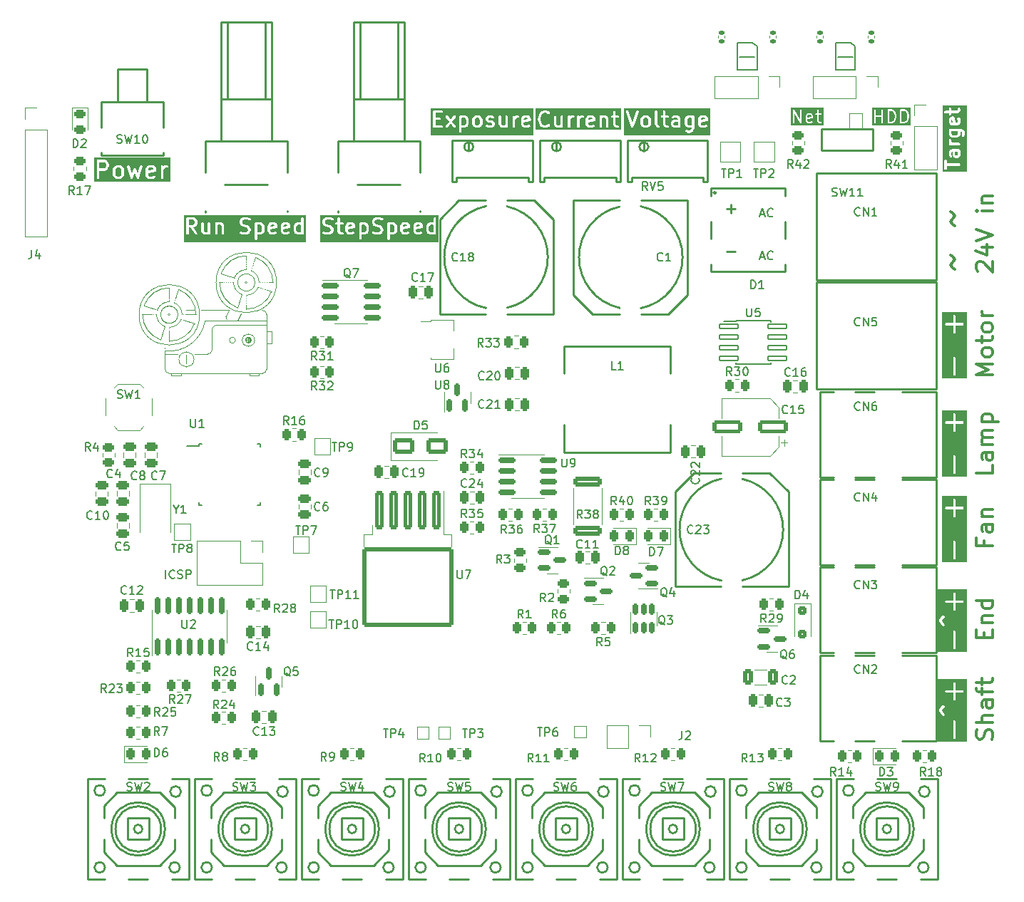
<source format=gto>
%TF.GenerationSoftware,KiCad,Pcbnew,7.0.9-29-ge2d8d53a10*%
%TF.CreationDate,2023-11-19T17:16:07+01:00*%
%TF.ProjectId,scan-controller-kicad,7363616e-2d63-46f6-9e74-726f6c6c6572,rev?*%
%TF.SameCoordinates,Original*%
%TF.FileFunction,Legend,Top*%
%TF.FilePolarity,Positive*%
%FSLAX46Y46*%
G04 Gerber Fmt 4.6, Leading zero omitted, Abs format (unit mm)*
G04 Created by KiCad (PCBNEW 7.0.9-29-ge2d8d53a10) date 2023-11-19 17:16:07*
%MOMM*%
%LPD*%
G01*
G04 APERTURE LIST*
G04 Aperture macros list*
%AMRoundRect*
0 Rectangle with rounded corners*
0 $1 Rounding radius*
0 $2 $3 $4 $5 $6 $7 $8 $9 X,Y pos of 4 corners*
0 Add a 4 corners polygon primitive as box body*
4,1,4,$2,$3,$4,$5,$6,$7,$8,$9,$2,$3,0*
0 Add four circle primitives for the rounded corners*
1,1,$1+$1,$2,$3*
1,1,$1+$1,$4,$5*
1,1,$1+$1,$6,$7*
1,1,$1+$1,$8,$9*
0 Add four rect primitives between the rounded corners*
20,1,$1+$1,$2,$3,$4,$5,0*
20,1,$1+$1,$4,$5,$6,$7,0*
20,1,$1+$1,$6,$7,$8,$9,0*
20,1,$1+$1,$8,$9,$2,$3,0*%
%AMFreePoly0*
4,1,9,3.862500,-0.866500,0.737500,-0.866500,0.737500,-0.450000,-0.737500,-0.450000,-0.737500,0.450000,0.737500,0.450000,0.737500,0.866500,3.862500,0.866500,3.862500,-0.866500,3.862500,-0.866500,$1*%
G04 Aperture macros list end*
%ADD10C,0.300000*%
%ADD11C,0.187500*%
%ADD12C,0.120000*%
%ADD13C,0.150000*%
%ADD14C,0.200000*%
%ADD15C,0.100000*%
%ADD16C,0.250000*%
%ADD17C,2.230261*%
%ADD18C,1.528521*%
%ADD19C,0.500000*%
%ADD20C,0.400000*%
%ADD21R,1.000000X1.400000*%
%ADD22R,1.000000X1.000000*%
%ADD23C,0.900000*%
%ADD24R,1.200000X0.700000*%
%ADD25R,2.100000X1.800000*%
%ADD26O,1.700000X1.700000*%
%ADD27R,1.700000X1.700000*%
%ADD28C,2.000000*%
%ADD29C,1.800000*%
%ADD30R,1.500000X1.500000*%
%ADD31C,2.100000*%
%ADD32R,2.100000X2.100000*%
%ADD33RoundRect,0.250000X0.250000X0.475000X-0.250000X0.475000X-0.250000X-0.475000X0.250000X-0.475000X0*%
%ADD34C,1.520000*%
%ADD35RoundRect,0.250000X-1.000000X-0.650000X1.000000X-0.650000X1.000000X0.650000X-1.000000X0.650000X0*%
%ADD36R,1.000000X0.750000*%
%ADD37RoundRect,0.250000X0.475000X-0.250000X0.475000X0.250000X-0.475000X0.250000X-0.475000X-0.250000X0*%
%ADD38RoundRect,0.250000X1.425000X-0.362500X1.425000X0.362500X-1.425000X0.362500X-1.425000X-0.362500X0*%
%ADD39RoundRect,0.250000X0.450000X-0.262500X0.450000X0.262500X-0.450000X0.262500X-0.450000X-0.262500X0*%
%ADD40RoundRect,0.250000X-0.262500X-0.450000X0.262500X-0.450000X0.262500X0.450000X-0.262500X0.450000X0*%
%ADD41R,2.000000X2.000000*%
%ADD42RoundRect,0.243750X0.243750X0.456250X-0.243750X0.456250X-0.243750X-0.456250X0.243750X-0.456250X0*%
%ADD43RoundRect,0.150000X-0.825000X-0.150000X0.825000X-0.150000X0.825000X0.150000X-0.825000X0.150000X0*%
%ADD44R,1.300000X0.900000*%
%ADD45FreePoly0,0.000000*%
%ADD46RoundRect,0.250000X-0.250000X-0.475000X0.250000X-0.475000X0.250000X0.475000X-0.250000X0.475000X0*%
%ADD47RoundRect,0.250000X0.262500X0.450000X-0.262500X0.450000X-0.262500X-0.450000X0.262500X-0.450000X0*%
%ADD48C,3.500000*%
%ADD49C,2.600000*%
%ADD50RoundRect,0.150000X-0.587500X-0.150000X0.587500X-0.150000X0.587500X0.150000X-0.587500X0.150000X0*%
%ADD51RoundRect,0.250000X-0.325000X-0.650000X0.325000X-0.650000X0.325000X0.650000X-0.325000X0.650000X0*%
%ADD52RoundRect,0.243750X-0.243750X-0.456250X0.243750X-0.456250X0.243750X0.456250X-0.243750X0.456250X0*%
%ADD53RoundRect,0.250000X-0.300000X0.300000X-0.300000X-0.300000X0.300000X-0.300000X0.300000X0.300000X0*%
%ADD54C,0.800000*%
%ADD55C,6.400000*%
%ADD56C,2.200000*%
%ADD57R,2.200000X2.200000*%
%ADD58RoundRect,0.150000X0.587500X0.150000X-0.587500X0.150000X-0.587500X-0.150000X0.587500X-0.150000X0*%
%ADD59O,3.000000X3.300000*%
%ADD60C,1.700000*%
%ADD61RoundRect,0.135000X-0.185000X0.135000X-0.185000X-0.135000X0.185000X-0.135000X0.185000X0.135000X0*%
%ADD62RoundRect,0.243750X-0.456250X0.243750X-0.456250X-0.243750X0.456250X-0.243750X0.456250X0.243750X0*%
%ADD63RoundRect,0.250000X1.500000X0.550000X-1.500000X0.550000X-1.500000X-0.550000X1.500000X-0.550000X0*%
%ADD64RoundRect,0.250000X-0.475000X0.250000X-0.475000X-0.250000X0.475000X-0.250000X0.475000X0.250000X0*%
%ADD65RoundRect,0.150000X0.150000X-0.825000X0.150000X0.825000X-0.150000X0.825000X-0.150000X-0.825000X0*%
%ADD66R,1.600000X5.000000*%
%ADD67R,3.250000X4.500000*%
%ADD68RoundRect,0.150000X0.150000X-0.512500X0.150000X0.512500X-0.150000X0.512500X-0.150000X-0.512500X0*%
%ADD69C,0.770000*%
%ADD70RoundRect,0.070000X-1.100000X-0.250000X1.100000X-0.250000X1.100000X0.250000X-1.100000X0.250000X0*%
%ADD71R,2.400000X3.100000*%
%ADD72RoundRect,0.150000X0.150000X-0.587500X0.150000X0.587500X-0.150000X0.587500X-0.150000X-0.587500X0*%
%ADD73R,2.400000X2.000000*%
%ADD74R,0.550000X1.600000*%
%ADD75R,1.600000X0.550000*%
%ADD76RoundRect,0.250000X-0.450000X0.262500X-0.450000X-0.262500X0.450000X-0.262500X0.450000X0.262500X0*%
%ADD77RoundRect,0.250000X-0.300000X2.050000X-0.300000X-2.050000X0.300000X-2.050000X0.300000X2.050000X0*%
%ADD78RoundRect,0.250002X-5.149998X4.449998X-5.149998X-4.449998X5.149998X-4.449998X5.149998X4.449998X0*%
G04 APERTURE END LIST*
D10*
G36*
X234334590Y-61712707D02*
G01*
X234334590Y-62022840D01*
X234296596Y-62098827D01*
X234220609Y-62136822D01*
X234139048Y-62136822D01*
X234063060Y-62098828D01*
X234025066Y-62022839D01*
X234025066Y-61677298D01*
X234024428Y-61674917D01*
X234315695Y-61674917D01*
X234334590Y-61712707D01*
G37*
G36*
X234334590Y-59274612D02*
G01*
X234334590Y-59508555D01*
X234285122Y-59607491D01*
X234243356Y-59649257D01*
X234144418Y-59698727D01*
X233758095Y-59698727D01*
X233659158Y-59649258D01*
X233617392Y-59607492D01*
X233567923Y-59508554D01*
X233567923Y-59274613D01*
X233586819Y-59236822D01*
X234315695Y-59236822D01*
X234334590Y-59274612D01*
G37*
G36*
X233768286Y-58251108D02*
G01*
X233681905Y-58251108D01*
X233605917Y-58213114D01*
X233567923Y-58137125D01*
X233567923Y-57903184D01*
X233605917Y-57827196D01*
X233676450Y-57791929D01*
X233768286Y-58251108D01*
G37*
G36*
X235396494Y-64036822D02*
G01*
X232506019Y-64036822D01*
X232506019Y-63658251D01*
X232734590Y-63658251D01*
X232754686Y-63733251D01*
X232809590Y-63788155D01*
X232884590Y-63808251D01*
X232959590Y-63788155D01*
X233014494Y-63733251D01*
X233034590Y-63658251D01*
X233034590Y-63351108D01*
X234484590Y-63351108D01*
X234559590Y-63331012D01*
X234614494Y-63276108D01*
X234634590Y-63201108D01*
X234614494Y-63126108D01*
X234559590Y-63071204D01*
X234484590Y-63051108D01*
X233034590Y-63051108D01*
X233034590Y-62743965D01*
X233014494Y-62668965D01*
X232959590Y-62614061D01*
X232884590Y-62593965D01*
X232809590Y-62614061D01*
X232754686Y-62668965D01*
X232734590Y-62743965D01*
X232734590Y-63658251D01*
X232506019Y-63658251D01*
X232506019Y-62058250D01*
X233267923Y-62058250D01*
X233276846Y-62091551D01*
X233283759Y-62125332D01*
X233359950Y-62277713D01*
X233411466Y-62335808D01*
X233485127Y-62360361D01*
X233561196Y-62344795D01*
X233619291Y-62293279D01*
X233643845Y-62219617D01*
X233628278Y-62143548D01*
X233567923Y-62022839D01*
X233567923Y-61788898D01*
X233605917Y-61712910D01*
X233681905Y-61674917D01*
X233706171Y-61674917D01*
X233725066Y-61712707D01*
X233725066Y-62058250D01*
X233733989Y-62091551D01*
X233740902Y-62125332D01*
X233817093Y-62277713D01*
X233823179Y-62284576D01*
X233826080Y-62293279D01*
X233848620Y-62313267D01*
X233868609Y-62335808D01*
X233877311Y-62338708D01*
X233884175Y-62344795D01*
X234036555Y-62420986D01*
X234070339Y-62427899D01*
X234103638Y-62436822D01*
X234256019Y-62436822D01*
X234289320Y-62427898D01*
X234323101Y-62420986D01*
X234475482Y-62344795D01*
X234482344Y-62338709D01*
X234491049Y-62335808D01*
X234511039Y-62313264D01*
X234533577Y-62293279D01*
X234536477Y-62284576D01*
X234542564Y-62277713D01*
X234618754Y-62125332D01*
X234625666Y-62091553D01*
X234634590Y-62058250D01*
X234634590Y-61677298D01*
X234625666Y-61643994D01*
X234618754Y-61610216D01*
X234613901Y-61600509D01*
X234614494Y-61599917D01*
X234634590Y-61524917D01*
X234614494Y-61449917D01*
X234559590Y-61395013D01*
X234484590Y-61374917D01*
X233646495Y-61374917D01*
X233613191Y-61383840D01*
X233579413Y-61390753D01*
X233427032Y-61466943D01*
X233420168Y-61473029D01*
X233411466Y-61475930D01*
X233391480Y-61498467D01*
X233368937Y-61518458D01*
X233366035Y-61527162D01*
X233359950Y-61534025D01*
X233283759Y-61686406D01*
X233276846Y-61720186D01*
X233267923Y-61753488D01*
X233267923Y-62058250D01*
X232506019Y-62058250D01*
X232506019Y-60763012D01*
X233267923Y-60763012D01*
X233288019Y-60838012D01*
X233342923Y-60892916D01*
X233417923Y-60913012D01*
X234484590Y-60913012D01*
X234559590Y-60892916D01*
X234614494Y-60838012D01*
X234634590Y-60763012D01*
X234614494Y-60688012D01*
X234559590Y-60633108D01*
X234484590Y-60613012D01*
X233758095Y-60613012D01*
X233659158Y-60563544D01*
X233617392Y-60521778D01*
X233567923Y-60422839D01*
X233567923Y-60305869D01*
X233547827Y-60230869D01*
X233492923Y-60175965D01*
X233417923Y-60155869D01*
X233342923Y-60175965D01*
X233288019Y-60230869D01*
X233267923Y-60305869D01*
X233267923Y-60458250D01*
X233276846Y-60491551D01*
X233283759Y-60525332D01*
X233339405Y-60636625D01*
X233288019Y-60688012D01*
X233267923Y-60763012D01*
X232506019Y-60763012D01*
X232506019Y-59543965D01*
X233267923Y-59543965D01*
X233276846Y-59577266D01*
X233283759Y-59611047D01*
X233359950Y-59763428D01*
X233375972Y-59781496D01*
X233388048Y-59802412D01*
X233464238Y-59878602D01*
X233485153Y-59890677D01*
X233503222Y-59906700D01*
X233655602Y-59982891D01*
X233689386Y-59989804D01*
X233722685Y-59998727D01*
X234179828Y-59998727D01*
X234213129Y-59989803D01*
X234246910Y-59982891D01*
X234399291Y-59906700D01*
X234417359Y-59890677D01*
X234438274Y-59878603D01*
X234514466Y-59802412D01*
X234526541Y-59781497D01*
X234542564Y-59763428D01*
X234618754Y-59611047D01*
X234625666Y-59577268D01*
X234634590Y-59543965D01*
X234634590Y-59239203D01*
X234633952Y-59236822D01*
X234677751Y-59236822D01*
X234776688Y-59286290D01*
X234818454Y-59328056D01*
X234867923Y-59426993D01*
X234867923Y-59584745D01*
X234807569Y-59705454D01*
X234792002Y-59781524D01*
X234816556Y-59855185D01*
X234874651Y-59906700D01*
X234950721Y-59922267D01*
X235024382Y-59897713D01*
X235075897Y-59839618D01*
X235152087Y-59687237D01*
X235158999Y-59653458D01*
X235167923Y-59620155D01*
X235167923Y-59391584D01*
X235158999Y-59358280D01*
X235152087Y-59324502D01*
X235075897Y-59172121D01*
X235059873Y-59154051D01*
X235047799Y-59133137D01*
X234971608Y-59056946D01*
X234950693Y-59044871D01*
X234932624Y-59028848D01*
X234780243Y-58952658D01*
X234746464Y-58945745D01*
X234713161Y-58936822D01*
X233417923Y-58936822D01*
X233342923Y-58956918D01*
X233288019Y-59011822D01*
X233267923Y-59086822D01*
X233288019Y-59161822D01*
X233288612Y-59162415D01*
X233283759Y-59172121D01*
X233276846Y-59205901D01*
X233267923Y-59239203D01*
X233267923Y-59543965D01*
X232506019Y-59543965D01*
X232506019Y-58172536D01*
X233267923Y-58172536D01*
X233276846Y-58205837D01*
X233283759Y-58239618D01*
X233359950Y-58391999D01*
X233366036Y-58398862D01*
X233368937Y-58407565D01*
X233391477Y-58427553D01*
X233411466Y-58450094D01*
X233420168Y-58452994D01*
X233427032Y-58459081D01*
X233579412Y-58535272D01*
X233613196Y-58542185D01*
X233646495Y-58551108D01*
X234256019Y-58551108D01*
X234289320Y-58542184D01*
X234323101Y-58535272D01*
X234475482Y-58459081D01*
X234482344Y-58452995D01*
X234491049Y-58450094D01*
X234511039Y-58427550D01*
X234533577Y-58407565D01*
X234536477Y-58398862D01*
X234542564Y-58391999D01*
X234618754Y-58239618D01*
X234625666Y-58205839D01*
X234634590Y-58172536D01*
X234634590Y-57867774D01*
X234625666Y-57834470D01*
X234618754Y-57800692D01*
X234542564Y-57648311D01*
X234491049Y-57590216D01*
X234417388Y-57565662D01*
X234341318Y-57581229D01*
X234283223Y-57632744D01*
X234258669Y-57706405D01*
X234274236Y-57782475D01*
X234334590Y-57903183D01*
X234334590Y-58137126D01*
X234296596Y-58213113D01*
X234220609Y-58251108D01*
X234074227Y-58251108D01*
X233945963Y-57609786D01*
X233935114Y-57587845D01*
X233928780Y-57564203D01*
X233918188Y-57553611D01*
X233911549Y-57540183D01*
X233891182Y-57526605D01*
X233873876Y-57509299D01*
X233859406Y-57505421D01*
X233846943Y-57497113D01*
X233822518Y-57495537D01*
X233798876Y-57489203D01*
X233646495Y-57489203D01*
X233613191Y-57498126D01*
X233579413Y-57505039D01*
X233427032Y-57581229D01*
X233420168Y-57587315D01*
X233411466Y-57590216D01*
X233391480Y-57612753D01*
X233368937Y-57632744D01*
X233366035Y-57641448D01*
X233359950Y-57648311D01*
X233283759Y-57800692D01*
X233276846Y-57834472D01*
X233267923Y-57867774D01*
X233267923Y-58172536D01*
X232506019Y-58172536D01*
X232506019Y-56953488D01*
X232734590Y-56953488D01*
X232754686Y-57028488D01*
X232809590Y-57083392D01*
X232884590Y-57103488D01*
X233267923Y-57103488D01*
X233267923Y-57182060D01*
X233288019Y-57257060D01*
X233342923Y-57311964D01*
X233417923Y-57332060D01*
X233492923Y-57311964D01*
X233547827Y-57257060D01*
X233567923Y-57182060D01*
X233567923Y-57103488D01*
X234256019Y-57103488D01*
X234289322Y-57094564D01*
X234323101Y-57087652D01*
X234475482Y-57011462D01*
X234482344Y-57005376D01*
X234491049Y-57002475D01*
X234511036Y-56979934D01*
X234533577Y-56959947D01*
X234536478Y-56951242D01*
X234542564Y-56944380D01*
X234618754Y-56791999D01*
X234625666Y-56758220D01*
X234634590Y-56724917D01*
X234634590Y-56572536D01*
X234614494Y-56497536D01*
X234559590Y-56442632D01*
X234484590Y-56422536D01*
X234409590Y-56442632D01*
X234354686Y-56497536D01*
X234334590Y-56572536D01*
X234334590Y-56689507D01*
X234296596Y-56765494D01*
X234220609Y-56803488D01*
X233567923Y-56803488D01*
X233567923Y-56572536D01*
X233547827Y-56497536D01*
X233492923Y-56442632D01*
X233417923Y-56422536D01*
X233342923Y-56442632D01*
X233288019Y-56497536D01*
X233267923Y-56572536D01*
X233267923Y-56803488D01*
X232884590Y-56803488D01*
X232809590Y-56823584D01*
X232754686Y-56878488D01*
X232734590Y-56953488D01*
X232506019Y-56953488D01*
X232506019Y-56193965D01*
X235396494Y-56193965D01*
X235396494Y-64036822D01*
G37*
D11*
G36*
X226600713Y-56880047D02*
G01*
X226717163Y-56996497D01*
X226777185Y-57116542D01*
X226843319Y-57381075D01*
X226843319Y-57572280D01*
X226777185Y-57836813D01*
X226717163Y-57956857D01*
X226600713Y-58073309D01*
X226421856Y-58132928D01*
X226173676Y-58132928D01*
X226173676Y-56820428D01*
X226421856Y-56820428D01*
X226600713Y-56880047D01*
G37*
G36*
X228100713Y-56880047D02*
G01*
X228217163Y-56996497D01*
X228277185Y-57116542D01*
X228343319Y-57381075D01*
X228343319Y-57572280D01*
X228277185Y-57836813D01*
X228217163Y-57956857D01*
X228100713Y-58073309D01*
X227921856Y-58132928D01*
X227673676Y-58132928D01*
X227673676Y-56820428D01*
X227921856Y-56820428D01*
X228100713Y-56880047D01*
G37*
G36*
X228745105Y-58534714D02*
G01*
X224200461Y-58534714D01*
X224200461Y-58226678D01*
X224414747Y-58226678D01*
X224432652Y-58281783D01*
X224479527Y-58315840D01*
X224537467Y-58315840D01*
X224584342Y-58281783D01*
X224602247Y-58226678D01*
X224602247Y-57534714D01*
X225271890Y-57534714D01*
X225271890Y-58226678D01*
X225289795Y-58281783D01*
X225336670Y-58315840D01*
X225394610Y-58315840D01*
X225441485Y-58281783D01*
X225459390Y-58226678D01*
X225986176Y-58226678D01*
X225990764Y-58240798D01*
X225990764Y-58255648D01*
X225999492Y-58267661D01*
X226004081Y-58281783D01*
X226016093Y-58290510D01*
X226024821Y-58302523D01*
X226038942Y-58307111D01*
X226050956Y-58315840D01*
X226065806Y-58315840D01*
X226079926Y-58320428D01*
X226437069Y-58320428D01*
X226451520Y-58315732D01*
X226466715Y-58315617D01*
X226681001Y-58244189D01*
X226698387Y-58231353D01*
X226707563Y-58226678D01*
X227486176Y-58226678D01*
X227490764Y-58240798D01*
X227490764Y-58255648D01*
X227499492Y-58267661D01*
X227504081Y-58281783D01*
X227516093Y-58290510D01*
X227524821Y-58302523D01*
X227538942Y-58307111D01*
X227550956Y-58315840D01*
X227565806Y-58315840D01*
X227579926Y-58320428D01*
X227937069Y-58320428D01*
X227951520Y-58315732D01*
X227966715Y-58315617D01*
X228181001Y-58244189D01*
X228198387Y-58231353D01*
X228217646Y-58221541D01*
X228360503Y-58078683D01*
X228367401Y-58065144D01*
X228378064Y-58054319D01*
X228449493Y-57911462D01*
X228451048Y-57901131D01*
X228456592Y-57892273D01*
X228528020Y-57606559D01*
X228527213Y-57594918D01*
X228530819Y-57583821D01*
X228530819Y-57369535D01*
X228527213Y-57358437D01*
X228528020Y-57346797D01*
X228456592Y-57061083D01*
X228451048Y-57052224D01*
X228449493Y-57041894D01*
X228378064Y-56899037D01*
X228367400Y-56888211D01*
X228360503Y-56874673D01*
X228217646Y-56731816D01*
X228198388Y-56722003D01*
X228181001Y-56709168D01*
X227966715Y-56637739D01*
X227951520Y-56637623D01*
X227937069Y-56632928D01*
X227579926Y-56632928D01*
X227565806Y-56637516D01*
X227550956Y-56637516D01*
X227538942Y-56646244D01*
X227524821Y-56650833D01*
X227516093Y-56662845D01*
X227504081Y-56671573D01*
X227499492Y-56685694D01*
X227490764Y-56697708D01*
X227490764Y-56712557D01*
X227486176Y-56726678D01*
X227486176Y-58226678D01*
X226707563Y-58226678D01*
X226717646Y-58221541D01*
X226860503Y-58078683D01*
X226867401Y-58065144D01*
X226878064Y-58054319D01*
X226949493Y-57911462D01*
X226951048Y-57901131D01*
X226956592Y-57892273D01*
X227028020Y-57606559D01*
X227027213Y-57594918D01*
X227030819Y-57583821D01*
X227030819Y-57369535D01*
X227027213Y-57358437D01*
X227028020Y-57346797D01*
X226956592Y-57061083D01*
X226951048Y-57052224D01*
X226949493Y-57041894D01*
X226878064Y-56899037D01*
X226867400Y-56888211D01*
X226860503Y-56874673D01*
X226717646Y-56731816D01*
X226698388Y-56722003D01*
X226681001Y-56709168D01*
X226466715Y-56637739D01*
X226451520Y-56637623D01*
X226437069Y-56632928D01*
X226079926Y-56632928D01*
X226065806Y-56637516D01*
X226050956Y-56637516D01*
X226038942Y-56646244D01*
X226024821Y-56650833D01*
X226016093Y-56662845D01*
X226004081Y-56671573D01*
X225999492Y-56685694D01*
X225990764Y-56697708D01*
X225990764Y-56712557D01*
X225986176Y-56726678D01*
X225986176Y-58226678D01*
X225459390Y-58226678D01*
X225459390Y-56726678D01*
X225441485Y-56671573D01*
X225394610Y-56637516D01*
X225336670Y-56637516D01*
X225289795Y-56671573D01*
X225271890Y-56726678D01*
X225271890Y-57347214D01*
X224602247Y-57347214D01*
X224602247Y-56726678D01*
X224584342Y-56671573D01*
X224537467Y-56637516D01*
X224479527Y-56637516D01*
X224432652Y-56671573D01*
X224414747Y-56726678D01*
X224414747Y-58226678D01*
X224200461Y-58226678D01*
X224200461Y-56418642D01*
X228745105Y-56418642D01*
X228745105Y-58534714D01*
G37*
G36*
X216929477Y-57367983D02*
G01*
X216977034Y-57463096D01*
X216977034Y-57506964D01*
X216450248Y-57612321D01*
X216450248Y-57463095D01*
X216497803Y-57367984D01*
X216592916Y-57320428D01*
X216834367Y-57320428D01*
X216929477Y-57367983D01*
G37*
G36*
X218374231Y-58534714D02*
G01*
X214548461Y-58534714D01*
X214548461Y-58226678D01*
X214762747Y-58226678D01*
X214780652Y-58281783D01*
X214827527Y-58315840D01*
X214885467Y-58315840D01*
X214932342Y-58281783D01*
X214950247Y-58226678D01*
X214950247Y-57079699D01*
X215632242Y-58273191D01*
X215636159Y-58276750D01*
X215637795Y-58281783D01*
X215657292Y-58295949D01*
X215675128Y-58312152D01*
X215680387Y-58312728D01*
X215684670Y-58315840D01*
X215708770Y-58315840D01*
X215732724Y-58318466D01*
X215737319Y-58315840D01*
X215742610Y-58315840D01*
X215762101Y-58301678D01*
X215783030Y-58289719D01*
X215785204Y-58284893D01*
X215789485Y-58281783D01*
X215796930Y-58258867D01*
X215806832Y-58236893D01*
X215805754Y-58231711D01*
X215807390Y-58226678D01*
X215807390Y-58012392D01*
X216262748Y-58012392D01*
X216269426Y-58032946D01*
X216272645Y-58054318D01*
X216344073Y-58197176D01*
X216344597Y-58197708D01*
X216344720Y-58198445D01*
X216364894Y-58218315D01*
X216384732Y-58238456D01*
X216385467Y-58238578D01*
X216386000Y-58239103D01*
X216528859Y-58310531D01*
X216550231Y-58313749D01*
X216570784Y-58320428D01*
X216856498Y-58320428D01*
X216877052Y-58313749D01*
X216898424Y-58310531D01*
X217041281Y-58239103D01*
X217082561Y-58198444D01*
X217092060Y-58141287D01*
X217066149Y-58089464D01*
X217014724Y-58062768D01*
X216957429Y-58071397D01*
X216834366Y-58132928D01*
X216592916Y-58132928D01*
X216497802Y-58085372D01*
X216450248Y-57990260D01*
X216450248Y-57803534D01*
X217089170Y-57675750D01*
X217094099Y-57672983D01*
X217099754Y-57672983D01*
X217118977Y-57659016D01*
X217139694Y-57647386D01*
X217142055Y-57642248D01*
X217146629Y-57638926D01*
X217153970Y-57616332D01*
X217163896Y-57594742D01*
X217162787Y-57589197D01*
X217164534Y-57583821D01*
X217164534Y-57440964D01*
X217157854Y-57420406D01*
X217154636Y-57399037D01*
X217083207Y-57256180D01*
X217082683Y-57255648D01*
X217410193Y-57255648D01*
X217444250Y-57302523D01*
X217499355Y-57320428D01*
X217619890Y-57320428D01*
X217619890Y-58012392D01*
X217626567Y-58032944D01*
X217629787Y-58054318D01*
X217701216Y-58197176D01*
X217701740Y-58197708D01*
X217701863Y-58198444D01*
X217722020Y-58218298D01*
X217741875Y-58238456D01*
X217742610Y-58238578D01*
X217743143Y-58239103D01*
X217886000Y-58310531D01*
X217907373Y-58313749D01*
X217927926Y-58320428D01*
X218070783Y-58320428D01*
X218125888Y-58302523D01*
X218159945Y-58255648D01*
X218159945Y-58197708D01*
X218125888Y-58150833D01*
X218070783Y-58132928D01*
X217950058Y-58132928D01*
X217854946Y-58085372D01*
X217807390Y-57990260D01*
X217807390Y-57320428D01*
X218070783Y-57320428D01*
X218125888Y-57302523D01*
X218159945Y-57255648D01*
X218159945Y-57197708D01*
X218125888Y-57150833D01*
X218070783Y-57132928D01*
X217807390Y-57132928D01*
X217807390Y-56726678D01*
X217789485Y-56671573D01*
X217742610Y-56637516D01*
X217684670Y-56637516D01*
X217637795Y-56671573D01*
X217619890Y-56726678D01*
X217619890Y-57132928D01*
X217499355Y-57132928D01*
X217444250Y-57150833D01*
X217410193Y-57197708D01*
X217410193Y-57255648D01*
X217082683Y-57255648D01*
X217082561Y-57254913D01*
X217062403Y-57235058D01*
X217042549Y-57214901D01*
X217041813Y-57214778D01*
X217041281Y-57214254D01*
X216898425Y-57142826D01*
X216877053Y-57139606D01*
X216856498Y-57132928D01*
X216570784Y-57132928D01*
X216550229Y-57139606D01*
X216528858Y-57142825D01*
X216386000Y-57214254D01*
X216385467Y-57214778D01*
X216384732Y-57214901D01*
X216364877Y-57235058D01*
X216344720Y-57254913D01*
X216344597Y-57255648D01*
X216344073Y-57256181D01*
X216272645Y-57399038D01*
X216269426Y-57420409D01*
X216262748Y-57440964D01*
X216262748Y-58012392D01*
X215807390Y-58012392D01*
X215807390Y-56726678D01*
X215789485Y-56671573D01*
X215742610Y-56637516D01*
X215684670Y-56637516D01*
X215637795Y-56671573D01*
X215619890Y-56726678D01*
X215619890Y-57873656D01*
X214937895Y-56680165D01*
X214933977Y-56676605D01*
X214932342Y-56671573D01*
X214912844Y-56657406D01*
X214895009Y-56641204D01*
X214889749Y-56640627D01*
X214885467Y-56637516D01*
X214861362Y-56637516D01*
X214837413Y-56634891D01*
X214832819Y-56637516D01*
X214827527Y-56637516D01*
X214808032Y-56651679D01*
X214787107Y-56663637D01*
X214784932Y-56668462D01*
X214780652Y-56671573D01*
X214773206Y-56694488D01*
X214763305Y-56716463D01*
X214764382Y-56721644D01*
X214762747Y-56726678D01*
X214762747Y-58226678D01*
X214548461Y-58226678D01*
X214548461Y-56420605D01*
X218374231Y-56420605D01*
X218374231Y-58534714D01*
G37*
D12*
X151765000Y-88011000D02*
X140716000Y-88011000D01*
X143646026Y-86360000D02*
G75*
G03*
X143646026Y-86360000I-898026J0D01*
G01*
X137541000Y-81026000D02*
G75*
G03*
X139640566Y-84013318I3175000J0D01*
G01*
X152273000Y-81026000D02*
G75*
G03*
X151765000Y-80518000I-508000J0D01*
G01*
X142748000Y-85852000D02*
X142748000Y-86868000D01*
X149860000Y-78740000D02*
G75*
G03*
X151282419Y-77763084I0J1524000D01*
G01*
X148336000Y-77216000D02*
G75*
G03*
X149312916Y-78638419I1524000J0D01*
G01*
X149860000Y-78740000D02*
X149860000Y-80391000D01*
X146685000Y-77216000D02*
G75*
G03*
X148784566Y-80203318I3175000J0D01*
G01*
X149860000Y-74041000D02*
G75*
G03*
X146872682Y-76140566I0J-3175000D01*
G01*
X144526000Y-80518000D02*
X147828000Y-80518000D01*
X141732000Y-85725000D02*
X140208000Y-85725000D01*
X140970000Y-88265000D02*
X140970000Y-88011000D01*
X142240000Y-81026000D02*
G75*
G03*
X141263084Y-79603581I-1524000J0D01*
G01*
X152273000Y-81026000D02*
X152273000Y-87503000D01*
X140716000Y-77851000D02*
G75*
G03*
X137728682Y-79950566I0J-3175000D01*
G01*
X143891000Y-81026000D02*
G75*
G03*
X141791434Y-78038682I-3175000J0D01*
G01*
X140716000Y-77851000D02*
X140716000Y-79502000D01*
X145796000Y-82804000D02*
X145796000Y-85217000D01*
X141791434Y-78038682D02*
X141263084Y-79603581D01*
X153035000Y-77216000D02*
G75*
G03*
X150935434Y-74228682I-3175000J0D01*
G01*
X141739907Y-81026000D02*
G75*
G03*
X141739907Y-81026000I-1023907J0D01*
G01*
X147447000Y-81280000D02*
G75*
G03*
X147555590Y-81672046I762000J0D01*
G01*
X140716000Y-82550000D02*
X140716000Y-84201000D01*
X149860000Y-80391000D02*
G75*
G03*
X152847318Y-78291434I0J3175000D01*
G01*
X150935434Y-74228682D02*
X150407084Y-75793581D01*
X151384000Y-88011000D02*
X151384000Y-88265000D01*
X149225000Y-80899000D02*
X148844000Y-81788000D01*
X142113000Y-88011000D02*
X142113000Y-88265000D01*
X144308102Y-81062102D02*
G75*
G03*
X144308102Y-81062102I-3592102J0D01*
G01*
X152273000Y-81788000D02*
X145034000Y-81788000D01*
X142113000Y-88265000D02*
X140970000Y-88265000D01*
X151384000Y-77216000D02*
X153035000Y-77216000D01*
X140716000Y-84201000D02*
G75*
G03*
X143703318Y-82101434I0J3175000D01*
G01*
X150473210Y-84074000D02*
G75*
G03*
X150473210Y-84074000I-359210J0D01*
G01*
X151384000Y-77216000D02*
G75*
G03*
X150407084Y-75793581I-1524000J0D01*
G01*
X149987000Y-77216000D02*
G75*
G03*
X149987000Y-77216000I-127000J0D01*
G01*
X152273000Y-82296000D02*
X146304000Y-82296000D01*
X149860000Y-75692000D02*
G75*
G03*
X148437581Y-76668916I0J-1524000D01*
G01*
X140716000Y-82550000D02*
G75*
G03*
X142138419Y-81573084I0J1524000D01*
G01*
X142138419Y-81573084D02*
X143703318Y-82101434D01*
X149312916Y-78638419D02*
X148784566Y-80203318D01*
X152273000Y-83058000D02*
X152908000Y-83058000D01*
X153452102Y-77216000D02*
G75*
G03*
X153452102Y-77216000I-3592102J0D01*
G01*
X140208000Y-85343998D02*
G75*
G03*
X144967395Y-81782071I508000J4281898D01*
G01*
X140843000Y-81026000D02*
G75*
G03*
X140843000Y-81026000I-127000J0D01*
G01*
X150883907Y-77216000D02*
G75*
G03*
X150883907Y-77216000I-1023907J0D01*
G01*
X139192000Y-81026000D02*
G75*
G03*
X140168916Y-82448419I1524000J0D01*
G01*
X140208000Y-87503000D02*
X140208000Y-85344000D01*
X148568210Y-84074000D02*
G75*
G03*
X148568210Y-84074000I-359210J0D01*
G01*
X142240000Y-81026000D02*
X143891000Y-81026000D01*
X151282419Y-77763084D02*
X152847318Y-78291434D01*
X150293605Y-84074000D02*
G75*
G03*
X150293605Y-84074000I-179605J0D01*
G01*
X150241000Y-84074000D02*
G75*
G03*
X150241000Y-84074000I-127000J0D01*
G01*
X141739907Y-81062102D02*
G75*
G03*
X141739907Y-81062102I-1023907J0D01*
G01*
X151765000Y-88011000D02*
G75*
G03*
X152273000Y-87503000I0J508000D01*
G01*
X137728682Y-79950566D02*
X139293581Y-80478916D01*
X140716000Y-79502000D02*
G75*
G03*
X139293581Y-80478916I0J-1524000D01*
G01*
X140208000Y-85090000D02*
X140208000Y-84963000D01*
X150241000Y-88265000D02*
X150241000Y-88011000D01*
X150854531Y-84074000D02*
G75*
G03*
X150854531Y-84074000I-740531J0D01*
G01*
X147828000Y-80518000D02*
X147447000Y-81280000D01*
X151384000Y-88265000D02*
X150241000Y-88265000D01*
X150397981Y-84074000D02*
G75*
G03*
X150397981Y-84074000I-283981J0D01*
G01*
X140168916Y-82448419D02*
X139640566Y-84013318D01*
X145288000Y-85725000D02*
G75*
G03*
X145796000Y-85217000I0J508000D01*
G01*
X149860000Y-74041000D02*
X149860000Y-75692000D01*
X146872682Y-76140566D02*
X148437581Y-76668916D01*
X145288000Y-85725000D02*
X143764000Y-85725000D01*
X152908000Y-83058000D02*
X152908000Y-84455000D01*
X146304000Y-82296000D02*
G75*
G03*
X145796000Y-82804000I0J-508000D01*
G01*
X137541000Y-81026000D02*
X139192000Y-81026000D01*
X140221317Y-87496782D02*
G75*
G03*
X140683200Y-88010200I515383J-818D01*
G01*
X143637000Y-80518000D02*
X142748000Y-80518000D01*
X150114000Y-84074000D02*
X150114000Y-84074000D01*
X152908000Y-84455000D02*
X152273000Y-84455000D01*
X146685000Y-77216000D02*
X148336000Y-77216000D01*
X152273000Y-83058000D02*
X152781000Y-83058000D01*
D10*
G36*
X235389590Y-110458536D02*
G01*
X232470542Y-110458536D01*
X232470542Y-109951393D01*
X233780066Y-109951393D01*
X233800162Y-110026393D01*
X233855066Y-110081297D01*
X233930066Y-110101393D01*
X234005066Y-110081297D01*
X234059970Y-110026393D01*
X234080066Y-109951393D01*
X234080066Y-108046632D01*
X234059970Y-107971632D01*
X234005066Y-107916728D01*
X233930066Y-107896632D01*
X233855066Y-107916728D01*
X233800162Y-107971632D01*
X233780066Y-108046632D01*
X233780066Y-109951393D01*
X232470542Y-109951393D01*
X232470542Y-103999012D01*
X232827685Y-103999012D01*
X232847781Y-104074012D01*
X232902685Y-104128916D01*
X232977685Y-104149012D01*
X233780066Y-104149012D01*
X233780066Y-104951393D01*
X233800162Y-105026393D01*
X233855066Y-105081297D01*
X233930066Y-105101393D01*
X234005066Y-105081297D01*
X234059970Y-105026393D01*
X234080066Y-104951393D01*
X234080066Y-104149012D01*
X234882447Y-104149012D01*
X234957447Y-104128916D01*
X235012351Y-104074012D01*
X235032447Y-103999012D01*
X235012351Y-103924012D01*
X234957447Y-103869108D01*
X234882447Y-103849012D01*
X234080066Y-103849012D01*
X234080066Y-103046632D01*
X234059970Y-102971632D01*
X234005066Y-102916728D01*
X233930066Y-102896632D01*
X233855066Y-102916728D01*
X233800162Y-102971632D01*
X233780066Y-103046632D01*
X233780066Y-103849012D01*
X232977685Y-103849012D01*
X232902685Y-103869108D01*
X232847781Y-103924012D01*
X232827685Y-103999012D01*
X232470542Y-103999012D01*
X232470542Y-102539489D01*
X235389590Y-102539489D01*
X235389590Y-110458536D01*
G37*
G36*
X235389590Y-88614536D02*
G01*
X232470542Y-88614536D01*
X232470542Y-88107393D01*
X233780066Y-88107393D01*
X233800162Y-88182393D01*
X233855066Y-88237297D01*
X233930066Y-88257393D01*
X234005066Y-88237297D01*
X234059970Y-88182393D01*
X234080066Y-88107393D01*
X234080066Y-86202632D01*
X234059970Y-86127632D01*
X234005066Y-86072728D01*
X233930066Y-86052632D01*
X233855066Y-86072728D01*
X233800162Y-86127632D01*
X233780066Y-86202632D01*
X233780066Y-88107393D01*
X232470542Y-88107393D01*
X232470542Y-82155012D01*
X232827685Y-82155012D01*
X232847781Y-82230012D01*
X232902685Y-82284916D01*
X232977685Y-82305012D01*
X233780066Y-82305012D01*
X233780066Y-83107393D01*
X233800162Y-83182393D01*
X233855066Y-83237297D01*
X233930066Y-83257393D01*
X234005066Y-83237297D01*
X234059970Y-83182393D01*
X234080066Y-83107393D01*
X234080066Y-82305012D01*
X234882447Y-82305012D01*
X234957447Y-82284916D01*
X235012351Y-82230012D01*
X235032447Y-82155012D01*
X235012351Y-82080012D01*
X234957447Y-82025108D01*
X234882447Y-82005012D01*
X234080066Y-82005012D01*
X234080066Y-81202632D01*
X234059970Y-81127632D01*
X234005066Y-81072728D01*
X233930066Y-81052632D01*
X233855066Y-81072728D01*
X233800162Y-81127632D01*
X233780066Y-81202632D01*
X233780066Y-82005012D01*
X232977685Y-82005012D01*
X232902685Y-82025108D01*
X232847781Y-82080012D01*
X232827685Y-82155012D01*
X232470542Y-82155012D01*
X232470542Y-80695489D01*
X235389590Y-80695489D01*
X235389590Y-88614536D01*
G37*
G36*
X235389590Y-121126536D02*
G01*
X231757334Y-121126536D01*
X231757334Y-120619393D01*
X233780066Y-120619393D01*
X233800162Y-120694393D01*
X233855066Y-120749297D01*
X233930066Y-120769393D01*
X234005066Y-120749297D01*
X234059970Y-120694393D01*
X234080066Y-120619393D01*
X234080066Y-118714632D01*
X234059970Y-118639632D01*
X234005066Y-118584728D01*
X233930066Y-118564632D01*
X233855066Y-118584728D01*
X233800162Y-118639632D01*
X233780066Y-118714632D01*
X233780066Y-120619393D01*
X231757334Y-120619393D01*
X231757334Y-117423050D01*
X232114477Y-117423050D01*
X232122436Y-117442879D01*
X232125458Y-117464031D01*
X232136648Y-117478287D01*
X232143400Y-117495108D01*
X232500542Y-117971298D01*
X232561619Y-118019240D01*
X232638484Y-118030221D01*
X232710542Y-118001298D01*
X232758484Y-117940221D01*
X232769465Y-117863356D01*
X232740542Y-117791298D01*
X232450899Y-117405107D01*
X232740542Y-117018917D01*
X232769465Y-116946859D01*
X232758484Y-116869994D01*
X232710542Y-116808917D01*
X232638484Y-116779994D01*
X232561619Y-116790975D01*
X232500542Y-116838917D01*
X232143400Y-117315108D01*
X232136648Y-117331928D01*
X232125458Y-117346185D01*
X232122436Y-117367336D01*
X232114477Y-117387166D01*
X232117040Y-117405108D01*
X232114477Y-117423050D01*
X231757334Y-117423050D01*
X231757334Y-115143203D01*
X232827685Y-115143203D01*
X232847781Y-115218203D01*
X232902685Y-115273107D01*
X232977685Y-115293203D01*
X233780066Y-115293203D01*
X233780066Y-116095584D01*
X233800162Y-116170584D01*
X233855066Y-116225488D01*
X233930066Y-116245584D01*
X234005066Y-116225488D01*
X234059970Y-116170584D01*
X234080066Y-116095584D01*
X234080066Y-115293203D01*
X234882447Y-115293203D01*
X234957447Y-115273107D01*
X235012351Y-115218203D01*
X235032447Y-115143203D01*
X235012351Y-115068203D01*
X234957447Y-115013299D01*
X234882447Y-114993203D01*
X234080066Y-114993203D01*
X234080066Y-114190823D01*
X234059970Y-114115823D01*
X234005066Y-114060919D01*
X233930066Y-114040823D01*
X233855066Y-114060919D01*
X233800162Y-114115823D01*
X233780066Y-114190823D01*
X233780066Y-114993203D01*
X232977685Y-114993203D01*
X232902685Y-115013299D01*
X232847781Y-115068203D01*
X232827685Y-115143203D01*
X231757334Y-115143203D01*
X231757334Y-113683680D01*
X235389590Y-113683680D01*
X235389590Y-121126536D01*
G37*
G36*
X202748000Y-57670533D02*
G01*
X202748000Y-58513694D01*
X202691161Y-58542114D01*
X202419124Y-58542114D01*
X202301139Y-58483122D01*
X202249849Y-58431831D01*
X202190857Y-58313847D01*
X202190857Y-57870380D01*
X202249849Y-57752395D01*
X202301138Y-57701106D01*
X202419124Y-57642114D01*
X202691161Y-57642114D01*
X202748000Y-57670533D01*
G37*
G36*
X197494861Y-57701106D02*
G01*
X197546152Y-57752396D01*
X197605144Y-57870380D01*
X197605144Y-58313847D01*
X197546152Y-58431831D01*
X197494861Y-58483122D01*
X197376877Y-58542114D01*
X197190554Y-58542114D01*
X197072569Y-58483122D01*
X197021279Y-58431831D01*
X196962287Y-58313847D01*
X196962287Y-57870380D01*
X197021279Y-57752395D01*
X197072568Y-57701106D01*
X197190554Y-57642114D01*
X197376877Y-57642114D01*
X197494861Y-57701106D01*
G37*
G36*
X201119429Y-58513694D02*
G01*
X201062590Y-58542114D01*
X200704839Y-58542114D01*
X200609803Y-58494596D01*
X200562286Y-58399561D01*
X200562286Y-58298952D01*
X200609803Y-58203917D01*
X200704839Y-58156400D01*
X201098000Y-58156400D01*
X201119429Y-58150658D01*
X201119429Y-58513694D01*
G37*
G36*
X204329052Y-57689631D02*
G01*
X204376571Y-57784668D01*
X204376571Y-57797714D01*
X203819428Y-57909143D01*
X203819428Y-57784666D01*
X203866945Y-57689631D01*
X203961981Y-57642114D01*
X204234018Y-57642114D01*
X204329052Y-57689631D01*
G37*
G36*
X204933714Y-59699257D02*
G01*
X194693903Y-59699257D01*
X194693903Y-56862042D01*
X194951046Y-56862042D01*
X194955699Y-56939548D01*
X195555699Y-58739549D01*
X195572298Y-58764691D01*
X195585771Y-58791635D01*
X195593424Y-58796688D01*
X195598480Y-58804345D01*
X195625431Y-58817820D01*
X195650567Y-58834416D01*
X195659722Y-58834965D01*
X195667929Y-58839069D01*
X195698004Y-58837263D01*
X195728073Y-58839069D01*
X195736277Y-58834966D01*
X195745435Y-58834417D01*
X195770579Y-58817815D01*
X195797522Y-58804344D01*
X195802575Y-58796690D01*
X195810232Y-58791635D01*
X195823707Y-58764683D01*
X195840303Y-58739548D01*
X195970400Y-58349257D01*
X196662287Y-58349257D01*
X196671210Y-58382558D01*
X196678123Y-58416339D01*
X196763837Y-58587767D01*
X196779859Y-58605836D01*
X196791934Y-58626750D01*
X196877649Y-58712466D01*
X196898563Y-58724541D01*
X196916633Y-58740564D01*
X197088062Y-58826278D01*
X197121842Y-58833190D01*
X197155144Y-58842114D01*
X197412287Y-58842114D01*
X197445588Y-58833190D01*
X197479369Y-58826278D01*
X197650797Y-58740564D01*
X197668866Y-58724540D01*
X197689781Y-58712466D01*
X197775496Y-58626751D01*
X197787570Y-58605836D01*
X197803594Y-58587767D01*
X197879992Y-58434971D01*
X198376572Y-58434971D01*
X198385495Y-58468274D01*
X198392408Y-58502053D01*
X198478122Y-58673482D01*
X198484207Y-58680344D01*
X198487109Y-58689049D01*
X198509652Y-58709038D01*
X198529637Y-58731576D01*
X198538339Y-58734476D01*
X198545204Y-58740564D01*
X198716633Y-58826278D01*
X198792702Y-58841845D01*
X198866364Y-58817291D01*
X198917879Y-58759196D01*
X198933445Y-58683126D01*
X198908891Y-58609465D01*
X198850797Y-58557950D01*
X198724089Y-58494596D01*
X198676572Y-58399561D01*
X198676572Y-57492114D01*
X199062286Y-57492114D01*
X199082382Y-57567114D01*
X199137286Y-57622018D01*
X199212286Y-57642114D01*
X199319429Y-57642114D01*
X199319429Y-58434971D01*
X199328352Y-58468274D01*
X199335265Y-58502053D01*
X199420979Y-58673482D01*
X199427064Y-58680344D01*
X199429966Y-58689049D01*
X199452509Y-58709038D01*
X199472494Y-58731576D01*
X199481196Y-58734476D01*
X199488061Y-58740564D01*
X199659490Y-58826278D01*
X199693270Y-58833190D01*
X199726572Y-58842114D01*
X199898000Y-58842114D01*
X199973000Y-58822018D01*
X200027904Y-58767114D01*
X200048000Y-58692114D01*
X200027904Y-58617114D01*
X199973000Y-58562210D01*
X199898000Y-58542114D01*
X199761982Y-58542114D01*
X199666946Y-58494596D01*
X199637134Y-58434971D01*
X200262286Y-58434971D01*
X200271209Y-58468274D01*
X200278122Y-58502053D01*
X200363836Y-58673482D01*
X200369921Y-58680344D01*
X200372823Y-58689049D01*
X200395366Y-58709038D01*
X200415351Y-58731576D01*
X200424053Y-58734476D01*
X200430918Y-58740564D01*
X200602347Y-58826278D01*
X200636127Y-58833190D01*
X200669429Y-58842114D01*
X201098000Y-58842114D01*
X201131303Y-58833190D01*
X201165082Y-58826278D01*
X201187486Y-58815075D01*
X201194429Y-58822018D01*
X201269429Y-58842114D01*
X201344429Y-58822018D01*
X201399333Y-58767114D01*
X201419429Y-58692114D01*
X201419429Y-58349257D01*
X201890857Y-58349257D01*
X201899780Y-58382558D01*
X201906693Y-58416339D01*
X201992407Y-58587767D01*
X202008429Y-58605836D01*
X202020504Y-58626750D01*
X202106219Y-58712466D01*
X202127133Y-58724541D01*
X202145203Y-58740564D01*
X202316632Y-58826278D01*
X202350412Y-58833190D01*
X202383714Y-58842114D01*
X202726571Y-58842114D01*
X202748000Y-58836372D01*
X202748000Y-58913845D01*
X202689006Y-59031832D01*
X202637716Y-59083122D01*
X202519732Y-59142114D01*
X202333410Y-59142114D01*
X202193653Y-59072236D01*
X202117583Y-59056669D01*
X202043922Y-59081223D01*
X201992407Y-59139318D01*
X201976840Y-59215388D01*
X202001394Y-59289049D01*
X202059489Y-59340564D01*
X202230918Y-59426278D01*
X202264698Y-59433190D01*
X202298000Y-59442114D01*
X202555142Y-59442114D01*
X202588445Y-59433190D01*
X202622224Y-59426278D01*
X202793653Y-59340564D01*
X202811722Y-59324541D01*
X202832638Y-59312465D01*
X202918352Y-59226750D01*
X202930426Y-59205836D01*
X202946449Y-59187768D01*
X203032164Y-59016339D01*
X203039076Y-58982558D01*
X203048000Y-58949257D01*
X203048000Y-58434971D01*
X203519428Y-58434971D01*
X203528351Y-58468274D01*
X203535264Y-58502053D01*
X203620978Y-58673482D01*
X203627063Y-58680344D01*
X203629965Y-58689049D01*
X203652508Y-58709038D01*
X203672493Y-58731576D01*
X203681195Y-58734476D01*
X203688060Y-58740564D01*
X203859489Y-58826278D01*
X203893269Y-58833190D01*
X203926571Y-58842114D01*
X204269428Y-58842114D01*
X204302729Y-58833190D01*
X204336510Y-58826278D01*
X204507938Y-58740564D01*
X204566033Y-58689049D01*
X204590586Y-58615387D01*
X204575020Y-58539318D01*
X204523504Y-58481223D01*
X204449843Y-58456669D01*
X204373774Y-58472236D01*
X204234018Y-58542114D01*
X203961981Y-58542114D01*
X203866945Y-58494596D01*
X203819428Y-58399561D01*
X203819428Y-58215084D01*
X204555989Y-58067772D01*
X204577929Y-58056923D01*
X204601571Y-58050589D01*
X204612162Y-58039997D01*
X204625591Y-58033358D01*
X204639168Y-58012991D01*
X204656475Y-57995685D01*
X204660352Y-57981215D01*
X204668661Y-57968752D01*
X204670236Y-57944327D01*
X204676571Y-57920685D01*
X204676571Y-57749257D01*
X204667647Y-57715955D01*
X204660735Y-57682175D01*
X204575020Y-57510746D01*
X204568934Y-57503883D01*
X204566033Y-57495179D01*
X204543489Y-57475188D01*
X204523504Y-57452651D01*
X204514801Y-57449750D01*
X204507938Y-57443664D01*
X204336510Y-57357950D01*
X204302729Y-57351037D01*
X204269428Y-57342114D01*
X203926571Y-57342114D01*
X203893269Y-57351037D01*
X203859489Y-57357950D01*
X203688060Y-57443664D01*
X203681195Y-57449751D01*
X203672493Y-57452652D01*
X203652508Y-57475189D01*
X203629965Y-57495179D01*
X203627063Y-57503883D01*
X203620978Y-57510746D01*
X203535264Y-57682175D01*
X203528351Y-57715953D01*
X203519428Y-57749257D01*
X203519428Y-58434971D01*
X203048000Y-58434971D01*
X203048000Y-57492114D01*
X203027904Y-57417114D01*
X202973000Y-57362210D01*
X202898000Y-57342114D01*
X202823000Y-57362210D01*
X202816057Y-57369152D01*
X202793653Y-57357950D01*
X202759874Y-57351037D01*
X202726571Y-57342114D01*
X202383714Y-57342114D01*
X202350412Y-57351037D01*
X202316632Y-57357950D01*
X202145203Y-57443664D01*
X202127133Y-57459687D01*
X202106219Y-57471762D01*
X202020505Y-57557476D01*
X202008429Y-57578391D01*
X201992407Y-57596460D01*
X201906693Y-57767889D01*
X201899780Y-57801667D01*
X201890857Y-57834971D01*
X201890857Y-58349257D01*
X201419429Y-58349257D01*
X201419429Y-57749257D01*
X201410505Y-57715955D01*
X201403593Y-57682175D01*
X201317878Y-57510746D01*
X201311792Y-57503883D01*
X201308891Y-57495179D01*
X201286347Y-57475188D01*
X201266362Y-57452651D01*
X201257659Y-57449750D01*
X201250796Y-57443664D01*
X201079368Y-57357950D01*
X201045587Y-57351037D01*
X201012286Y-57342114D01*
X200669429Y-57342114D01*
X200636127Y-57351037D01*
X200602347Y-57357950D01*
X200430918Y-57443664D01*
X200372823Y-57495179D01*
X200348269Y-57568840D01*
X200363836Y-57644910D01*
X200415351Y-57703005D01*
X200489012Y-57727559D01*
X200565082Y-57711992D01*
X200704839Y-57642114D01*
X200976876Y-57642114D01*
X201071910Y-57689631D01*
X201119429Y-57784668D01*
X201119429Y-57827980D01*
X201062590Y-57856400D01*
X200669429Y-57856400D01*
X200636127Y-57865323D01*
X200602347Y-57872236D01*
X200430918Y-57957950D01*
X200424054Y-57964035D01*
X200415351Y-57966937D01*
X200395363Y-57989477D01*
X200372823Y-58009465D01*
X200369921Y-58018169D01*
X200363836Y-58025032D01*
X200278122Y-58196460D01*
X200271209Y-58230240D01*
X200262286Y-58263542D01*
X200262286Y-58434971D01*
X199637134Y-58434971D01*
X199619429Y-58399561D01*
X199619429Y-57642114D01*
X199898000Y-57642114D01*
X199973000Y-57622018D01*
X200027904Y-57567114D01*
X200048000Y-57492114D01*
X200027904Y-57417114D01*
X199973000Y-57362210D01*
X199898000Y-57342114D01*
X199619429Y-57342114D01*
X199619429Y-56892114D01*
X199599333Y-56817114D01*
X199544429Y-56762210D01*
X199469429Y-56742114D01*
X199394429Y-56762210D01*
X199339525Y-56817114D01*
X199319429Y-56892114D01*
X199319429Y-57342114D01*
X199212286Y-57342114D01*
X199137286Y-57362210D01*
X199082382Y-57417114D01*
X199062286Y-57492114D01*
X198676572Y-57492114D01*
X198676572Y-56892114D01*
X198656476Y-56817114D01*
X198601572Y-56762210D01*
X198526572Y-56742114D01*
X198451572Y-56762210D01*
X198396668Y-56817114D01*
X198376572Y-56892114D01*
X198376572Y-58434971D01*
X197879992Y-58434971D01*
X197889308Y-58416339D01*
X197896220Y-58382558D01*
X197905144Y-58349257D01*
X197905144Y-57834971D01*
X197896220Y-57801669D01*
X197889308Y-57767889D01*
X197803594Y-57596460D01*
X197787571Y-57578390D01*
X197775496Y-57557476D01*
X197689780Y-57471761D01*
X197668866Y-57459686D01*
X197650797Y-57443664D01*
X197479369Y-57357950D01*
X197445588Y-57351037D01*
X197412287Y-57342114D01*
X197155144Y-57342114D01*
X197121842Y-57351037D01*
X197088062Y-57357950D01*
X196916633Y-57443664D01*
X196898563Y-57459687D01*
X196877649Y-57471762D01*
X196791935Y-57557476D01*
X196779859Y-57578391D01*
X196763837Y-57596460D01*
X196678123Y-57767889D01*
X196671210Y-57801667D01*
X196662287Y-57834971D01*
X196662287Y-58349257D01*
X195970400Y-58349257D01*
X196440304Y-56939548D01*
X196444956Y-56862042D01*
X196410232Y-56792593D01*
X196345435Y-56749811D01*
X196267929Y-56745159D01*
X196198480Y-56779883D01*
X196155699Y-56844679D01*
X195698001Y-58217772D01*
X195240303Y-56844680D01*
X195197522Y-56779884D01*
X195128073Y-56745159D01*
X195050567Y-56749812D01*
X194985771Y-56792593D01*
X194951046Y-56862042D01*
X194693903Y-56862042D01*
X194693903Y-56484971D01*
X204933714Y-56484971D01*
X204933714Y-59699257D01*
G37*
D13*
X140290779Y-112391819D02*
X140290779Y-111391819D01*
X141338397Y-112296580D02*
X141290778Y-112344200D01*
X141290778Y-112344200D02*
X141147921Y-112391819D01*
X141147921Y-112391819D02*
X141052683Y-112391819D01*
X141052683Y-112391819D02*
X140909826Y-112344200D01*
X140909826Y-112344200D02*
X140814588Y-112248961D01*
X140814588Y-112248961D02*
X140766969Y-112153723D01*
X140766969Y-112153723D02*
X140719350Y-111963247D01*
X140719350Y-111963247D02*
X140719350Y-111820390D01*
X140719350Y-111820390D02*
X140766969Y-111629914D01*
X140766969Y-111629914D02*
X140814588Y-111534676D01*
X140814588Y-111534676D02*
X140909826Y-111439438D01*
X140909826Y-111439438D02*
X141052683Y-111391819D01*
X141052683Y-111391819D02*
X141147921Y-111391819D01*
X141147921Y-111391819D02*
X141290778Y-111439438D01*
X141290778Y-111439438D02*
X141338397Y-111487057D01*
X141719350Y-112344200D02*
X141862207Y-112391819D01*
X141862207Y-112391819D02*
X142100302Y-112391819D01*
X142100302Y-112391819D02*
X142195540Y-112344200D01*
X142195540Y-112344200D02*
X142243159Y-112296580D01*
X142243159Y-112296580D02*
X142290778Y-112201342D01*
X142290778Y-112201342D02*
X142290778Y-112106104D01*
X142290778Y-112106104D02*
X142243159Y-112010866D01*
X142243159Y-112010866D02*
X142195540Y-111963247D01*
X142195540Y-111963247D02*
X142100302Y-111915628D01*
X142100302Y-111915628D02*
X141909826Y-111868009D01*
X141909826Y-111868009D02*
X141814588Y-111820390D01*
X141814588Y-111820390D02*
X141766969Y-111772771D01*
X141766969Y-111772771D02*
X141719350Y-111677533D01*
X141719350Y-111677533D02*
X141719350Y-111582295D01*
X141719350Y-111582295D02*
X141766969Y-111487057D01*
X141766969Y-111487057D02*
X141814588Y-111439438D01*
X141814588Y-111439438D02*
X141909826Y-111391819D01*
X141909826Y-111391819D02*
X142147921Y-111391819D01*
X142147921Y-111391819D02*
X142290778Y-111439438D01*
X142719350Y-112391819D02*
X142719350Y-111391819D01*
X142719350Y-111391819D02*
X143100302Y-111391819D01*
X143100302Y-111391819D02*
X143195540Y-111439438D01*
X143195540Y-111439438D02*
X143243159Y-111487057D01*
X143243159Y-111487057D02*
X143290778Y-111582295D01*
X143290778Y-111582295D02*
X143290778Y-111725152D01*
X143290778Y-111725152D02*
X143243159Y-111820390D01*
X143243159Y-111820390D02*
X143195540Y-111868009D01*
X143195540Y-111868009D02*
X143100302Y-111915628D01*
X143100302Y-111915628D02*
X142719350Y-111915628D01*
D10*
G36*
X190961053Y-57689631D02*
G01*
X191008572Y-57784668D01*
X191008572Y-57797714D01*
X190451429Y-57909143D01*
X190451429Y-57784666D01*
X190498946Y-57689631D01*
X190593982Y-57642114D01*
X190866019Y-57642114D01*
X190961053Y-57689631D01*
G37*
G36*
X194394285Y-59099257D02*
G01*
X184237143Y-59099257D01*
X184237143Y-57920685D01*
X184494286Y-57920685D01*
X184499076Y-57938561D01*
X184498765Y-57957065D01*
X184584479Y-58299922D01*
X184592515Y-58314399D01*
X184595836Y-58330624D01*
X184681550Y-58502053D01*
X184697572Y-58520121D01*
X184709648Y-58541037D01*
X184881077Y-58712466D01*
X184910933Y-58729703D01*
X184939709Y-58748703D01*
X185196852Y-58834416D01*
X185220957Y-58835863D01*
X185244286Y-58842114D01*
X185415714Y-58842114D01*
X185439039Y-58835864D01*
X185463148Y-58834417D01*
X185720291Y-58748703D01*
X185749066Y-58729703D01*
X185778924Y-58712465D01*
X185864638Y-58626750D01*
X185903461Y-58559507D01*
X185903460Y-58481861D01*
X185876388Y-58434971D01*
X186380000Y-58434971D01*
X186388923Y-58468274D01*
X186395836Y-58502053D01*
X186481550Y-58673482D01*
X186487635Y-58680344D01*
X186490537Y-58689049D01*
X186513080Y-58709038D01*
X186533065Y-58731576D01*
X186541767Y-58734476D01*
X186548632Y-58740564D01*
X186720061Y-58826278D01*
X186753841Y-58833190D01*
X186787143Y-58842114D01*
X187044286Y-58842114D01*
X187077587Y-58833190D01*
X187111368Y-58826278D01*
X187190915Y-58786504D01*
X187226429Y-58822018D01*
X187301429Y-58842114D01*
X187376429Y-58822018D01*
X187431333Y-58767114D01*
X187451429Y-58692114D01*
X188008571Y-58692114D01*
X188028667Y-58767114D01*
X188083571Y-58822018D01*
X188158571Y-58842114D01*
X188233571Y-58822018D01*
X188288475Y-58767114D01*
X188308571Y-58692114D01*
X189122857Y-58692114D01*
X189142953Y-58767114D01*
X189197857Y-58822018D01*
X189272857Y-58842114D01*
X189347857Y-58822018D01*
X189402761Y-58767114D01*
X189422857Y-58692114D01*
X189422857Y-58434971D01*
X190151429Y-58434971D01*
X190160352Y-58468274D01*
X190167265Y-58502053D01*
X190252979Y-58673482D01*
X190259064Y-58680344D01*
X190261966Y-58689049D01*
X190284509Y-58709038D01*
X190304494Y-58731576D01*
X190313196Y-58734476D01*
X190320061Y-58740564D01*
X190491490Y-58826278D01*
X190525270Y-58833190D01*
X190558572Y-58842114D01*
X190901429Y-58842114D01*
X190934730Y-58833190D01*
X190968511Y-58826278D01*
X191139939Y-58740564D01*
X191194578Y-58692114D01*
X191780000Y-58692114D01*
X191800096Y-58767114D01*
X191855000Y-58822018D01*
X191930000Y-58842114D01*
X192005000Y-58822018D01*
X192059904Y-58767114D01*
X192080000Y-58692114D01*
X192080000Y-57725674D01*
X192104567Y-57701106D01*
X192222553Y-57642114D01*
X192408876Y-57642114D01*
X192503910Y-57689631D01*
X192551429Y-57784668D01*
X192551429Y-58692114D01*
X192571525Y-58767114D01*
X192626429Y-58822018D01*
X192701429Y-58842114D01*
X192776429Y-58822018D01*
X192831333Y-58767114D01*
X192851429Y-58692114D01*
X192851429Y-57749257D01*
X192842505Y-57715955D01*
X192835593Y-57682175D01*
X192749878Y-57510746D01*
X192743792Y-57503883D01*
X192740891Y-57495179D01*
X192737435Y-57492114D01*
X193151428Y-57492114D01*
X193171524Y-57567114D01*
X193226428Y-57622018D01*
X193301428Y-57642114D01*
X193408571Y-57642114D01*
X193408571Y-58434971D01*
X193417494Y-58468274D01*
X193424407Y-58502053D01*
X193510121Y-58673482D01*
X193516206Y-58680344D01*
X193519108Y-58689049D01*
X193541651Y-58709038D01*
X193561636Y-58731576D01*
X193570338Y-58734476D01*
X193577203Y-58740564D01*
X193748632Y-58826278D01*
X193782412Y-58833190D01*
X193815714Y-58842114D01*
X193987142Y-58842114D01*
X194062142Y-58822018D01*
X194117046Y-58767114D01*
X194137142Y-58692114D01*
X194117046Y-58617114D01*
X194062142Y-58562210D01*
X193987142Y-58542114D01*
X193851124Y-58542114D01*
X193756088Y-58494596D01*
X193708571Y-58399561D01*
X193708571Y-57642114D01*
X193987142Y-57642114D01*
X194062142Y-57622018D01*
X194117046Y-57567114D01*
X194137142Y-57492114D01*
X194117046Y-57417114D01*
X194062142Y-57362210D01*
X193987142Y-57342114D01*
X193708571Y-57342114D01*
X193708571Y-56892114D01*
X193688475Y-56817114D01*
X193633571Y-56762210D01*
X193558571Y-56742114D01*
X193483571Y-56762210D01*
X193428667Y-56817114D01*
X193408571Y-56892114D01*
X193408571Y-57342114D01*
X193301428Y-57342114D01*
X193226428Y-57362210D01*
X193171524Y-57417114D01*
X193151428Y-57492114D01*
X192737435Y-57492114D01*
X192718347Y-57475188D01*
X192698362Y-57452651D01*
X192689659Y-57449750D01*
X192682796Y-57443664D01*
X192511368Y-57357950D01*
X192477587Y-57351037D01*
X192444286Y-57342114D01*
X192187143Y-57342114D01*
X192153841Y-57351037D01*
X192120061Y-57357950D01*
X192040513Y-57397723D01*
X192005000Y-57362210D01*
X191930000Y-57342114D01*
X191855000Y-57362210D01*
X191800096Y-57417114D01*
X191780000Y-57492114D01*
X191780000Y-58692114D01*
X191194578Y-58692114D01*
X191198034Y-58689049D01*
X191222587Y-58615387D01*
X191207021Y-58539318D01*
X191155505Y-58481223D01*
X191081844Y-58456669D01*
X191005775Y-58472236D01*
X190866019Y-58542114D01*
X190593982Y-58542114D01*
X190498946Y-58494596D01*
X190451429Y-58399561D01*
X190451429Y-58215084D01*
X191187990Y-58067772D01*
X191209930Y-58056923D01*
X191233572Y-58050589D01*
X191244163Y-58039997D01*
X191257592Y-58033358D01*
X191271169Y-58012991D01*
X191288476Y-57995685D01*
X191292353Y-57981215D01*
X191300662Y-57968752D01*
X191302237Y-57944327D01*
X191308572Y-57920685D01*
X191308572Y-57749257D01*
X191299648Y-57715955D01*
X191292736Y-57682175D01*
X191207021Y-57510746D01*
X191200935Y-57503883D01*
X191198034Y-57495179D01*
X191175490Y-57475188D01*
X191155505Y-57452651D01*
X191146802Y-57449750D01*
X191139939Y-57443664D01*
X190968511Y-57357950D01*
X190934730Y-57351037D01*
X190901429Y-57342114D01*
X190558572Y-57342114D01*
X190525270Y-57351037D01*
X190491490Y-57357950D01*
X190320061Y-57443664D01*
X190313196Y-57449751D01*
X190304494Y-57452652D01*
X190284509Y-57475189D01*
X190261966Y-57495179D01*
X190259064Y-57503883D01*
X190252979Y-57510746D01*
X190167265Y-57682175D01*
X190160352Y-57715953D01*
X190151429Y-57749257D01*
X190151429Y-58434971D01*
X189422857Y-58434971D01*
X189422857Y-57870380D01*
X189481848Y-57752396D01*
X189533139Y-57701106D01*
X189651124Y-57642114D01*
X189787143Y-57642114D01*
X189862143Y-57622018D01*
X189917047Y-57567114D01*
X189937143Y-57492114D01*
X189917047Y-57417114D01*
X189862143Y-57362210D01*
X189787143Y-57342114D01*
X189615714Y-57342114D01*
X189582412Y-57351037D01*
X189548632Y-57357950D01*
X189406015Y-57429258D01*
X189402761Y-57417114D01*
X189347857Y-57362210D01*
X189272857Y-57342114D01*
X189197857Y-57362210D01*
X189142953Y-57417114D01*
X189122857Y-57492114D01*
X189122857Y-58692114D01*
X188308571Y-58692114D01*
X188308571Y-57870380D01*
X188367562Y-57752396D01*
X188418853Y-57701106D01*
X188536838Y-57642114D01*
X188672857Y-57642114D01*
X188747857Y-57622018D01*
X188802761Y-57567114D01*
X188822857Y-57492114D01*
X188802761Y-57417114D01*
X188747857Y-57362210D01*
X188672857Y-57342114D01*
X188501428Y-57342114D01*
X188468126Y-57351037D01*
X188434346Y-57357950D01*
X188291729Y-57429258D01*
X188288475Y-57417114D01*
X188233571Y-57362210D01*
X188158571Y-57342114D01*
X188083571Y-57362210D01*
X188028667Y-57417114D01*
X188008571Y-57492114D01*
X188008571Y-58692114D01*
X187451429Y-58692114D01*
X187451429Y-57492114D01*
X187431333Y-57417114D01*
X187376429Y-57362210D01*
X187301429Y-57342114D01*
X187226429Y-57362210D01*
X187171525Y-57417114D01*
X187151429Y-57492114D01*
X187151429Y-58458553D01*
X187126860Y-58483122D01*
X187008876Y-58542114D01*
X186822553Y-58542114D01*
X186727517Y-58494596D01*
X186680000Y-58399561D01*
X186680000Y-57492114D01*
X186659904Y-57417114D01*
X186605000Y-57362210D01*
X186530000Y-57342114D01*
X186455000Y-57362210D01*
X186400096Y-57417114D01*
X186380000Y-57492114D01*
X186380000Y-58434971D01*
X185876388Y-58434971D01*
X185864637Y-58414618D01*
X185797393Y-58375795D01*
X185719747Y-58375796D01*
X185652505Y-58414619D01*
X185591828Y-58475295D01*
X185391371Y-58542114D01*
X185268629Y-58542114D01*
X185068169Y-58475294D01*
X184938992Y-58346117D01*
X184871527Y-58211186D01*
X184794286Y-57902221D01*
X184794286Y-57682005D01*
X184871527Y-57373040D01*
X184938992Y-57238111D01*
X185068169Y-57108933D01*
X185268629Y-57042114D01*
X185391371Y-57042114D01*
X185591829Y-57108932D01*
X185652505Y-57169608D01*
X185719748Y-57208431D01*
X185797394Y-57208431D01*
X185864637Y-57169608D01*
X185903460Y-57102365D01*
X185903460Y-57024719D01*
X185864637Y-56957476D01*
X185778923Y-56871762D01*
X185749066Y-56854524D01*
X185720291Y-56835525D01*
X185463148Y-56749811D01*
X185439039Y-56748363D01*
X185415714Y-56742114D01*
X185244286Y-56742114D01*
X185220957Y-56748364D01*
X185196852Y-56749812D01*
X184939709Y-56835525D01*
X184910933Y-56854524D01*
X184881077Y-56871762D01*
X184709648Y-57043191D01*
X184697573Y-57064105D01*
X184681550Y-57082175D01*
X184595836Y-57253603D01*
X184592515Y-57269827D01*
X184584479Y-57284305D01*
X184498765Y-57627162D01*
X184499076Y-57645665D01*
X184494286Y-57663542D01*
X184494286Y-57920685D01*
X184237143Y-57920685D01*
X184237143Y-56484971D01*
X194394285Y-56484971D01*
X194394285Y-59099257D01*
G37*
G36*
X133109085Y-62982154D02*
G01*
X133169899Y-63042968D01*
X133238415Y-63180000D01*
X133238415Y-63394894D01*
X133169898Y-63531926D01*
X133109084Y-63592741D01*
X132972053Y-63661257D01*
X132395558Y-63661257D01*
X132395558Y-62913638D01*
X132972053Y-62913638D01*
X133109085Y-62982154D01*
G37*
G36*
X134918609Y-63648820D02*
G01*
X134979422Y-63709633D01*
X135047939Y-63846666D01*
X135047939Y-64347275D01*
X134979422Y-64484307D01*
X134918608Y-64545122D01*
X134781577Y-64613638D01*
X134566682Y-64613638D01*
X134429650Y-64545122D01*
X134368836Y-64484307D01*
X134300320Y-64347275D01*
X134300320Y-63846666D01*
X134368835Y-63709634D01*
X134429650Y-63648820D01*
X134566682Y-63580304D01*
X134781577Y-63580304D01*
X134918609Y-63648820D01*
G37*
G36*
X138800421Y-63637345D02*
G01*
X138857463Y-63751428D01*
X138857463Y-63783524D01*
X138205082Y-63914000D01*
X138205082Y-63751428D01*
X138262122Y-63637345D01*
X138376206Y-63580304D01*
X138686339Y-63580304D01*
X138800421Y-63637345D01*
G37*
G36*
X140871749Y-65199352D02*
G01*
X131809844Y-65199352D01*
X131809844Y-64763638D01*
X132095558Y-64763638D01*
X132115654Y-64838638D01*
X132170558Y-64893542D01*
X132245558Y-64913638D01*
X132320558Y-64893542D01*
X132375462Y-64838638D01*
X132395558Y-64763638D01*
X132395558Y-64382685D01*
X134000320Y-64382685D01*
X134009243Y-64415986D01*
X134016156Y-64449767D01*
X134111394Y-64640243D01*
X134127416Y-64658311D01*
X134139491Y-64679226D01*
X134234730Y-64774466D01*
X134255644Y-64786540D01*
X134273714Y-64802564D01*
X134464190Y-64897802D01*
X134497968Y-64904714D01*
X134531272Y-64913638D01*
X134816987Y-64913638D01*
X134850288Y-64904714D01*
X134884069Y-64897802D01*
X135074545Y-64802564D01*
X135092613Y-64786541D01*
X135113530Y-64774465D01*
X135208768Y-64679226D01*
X135220843Y-64658311D01*
X135236865Y-64640243D01*
X135332103Y-64449767D01*
X135339015Y-64415988D01*
X135347939Y-64382685D01*
X135347939Y-63811257D01*
X135339014Y-63777951D01*
X135332103Y-63744176D01*
X135236865Y-63553698D01*
X135220841Y-63535628D01*
X135208767Y-63514714D01*
X135113529Y-63419476D01*
X135092613Y-63407400D01*
X135077363Y-63393877D01*
X135719096Y-63393877D01*
X135720377Y-63471512D01*
X136101329Y-64804846D01*
X136116248Y-64829730D01*
X136127677Y-64856396D01*
X136135945Y-64862582D01*
X136141256Y-64871439D01*
X136166618Y-64885529D01*
X136189849Y-64902909D01*
X136200102Y-64904131D01*
X136209131Y-64909148D01*
X136238140Y-64908668D01*
X136266949Y-64912105D01*
X136276442Y-64908036D01*
X136286766Y-64907866D01*
X136311647Y-64892948D01*
X136338316Y-64881519D01*
X136344501Y-64873251D01*
X136353360Y-64867940D01*
X136367452Y-64842573D01*
X136384829Y-64819347D01*
X136626510Y-64215144D01*
X136868192Y-64819347D01*
X136885568Y-64842573D01*
X136899661Y-64867940D01*
X136908519Y-64873251D01*
X136914705Y-64881519D01*
X136941371Y-64892948D01*
X136966255Y-64907867D01*
X136976578Y-64908037D01*
X136986072Y-64912106D01*
X137014884Y-64908669D01*
X137043890Y-64909148D01*
X137052916Y-64904133D01*
X137063172Y-64902910D01*
X137086404Y-64885529D01*
X137111765Y-64871440D01*
X137117075Y-64862583D01*
X137125344Y-64856397D01*
X137136772Y-64829729D01*
X137151692Y-64804846D01*
X137245098Y-64477923D01*
X137905082Y-64477923D01*
X137914005Y-64511226D01*
X137920918Y-64545005D01*
X138016156Y-64735482D01*
X138022241Y-64742344D01*
X138025143Y-64751049D01*
X138047683Y-64771036D01*
X138067671Y-64793577D01*
X138076375Y-64796478D01*
X138083238Y-64802564D01*
X138273714Y-64897802D01*
X138307492Y-64904714D01*
X138340796Y-64913638D01*
X138721749Y-64913638D01*
X138755050Y-64904714D01*
X138788831Y-64897802D01*
X138979307Y-64802564D01*
X139023204Y-64763638D01*
X139714606Y-64763638D01*
X139734702Y-64838638D01*
X139789606Y-64893542D01*
X139864606Y-64913638D01*
X139939606Y-64893542D01*
X139994510Y-64838638D01*
X140014606Y-64763638D01*
X140014606Y-63846666D01*
X140083121Y-63709634D01*
X140143936Y-63648820D01*
X140280968Y-63580304D01*
X140436035Y-63580304D01*
X140511035Y-63560208D01*
X140565939Y-63505304D01*
X140586035Y-63430304D01*
X140565939Y-63355304D01*
X140511035Y-63300400D01*
X140436035Y-63280304D01*
X140245558Y-63280304D01*
X140212254Y-63289227D01*
X140178476Y-63296140D01*
X140002264Y-63384245D01*
X139994510Y-63355304D01*
X139939606Y-63300400D01*
X139864606Y-63280304D01*
X139789606Y-63300400D01*
X139734702Y-63355304D01*
X139714606Y-63430304D01*
X139714606Y-64763638D01*
X139023204Y-64763638D01*
X139037402Y-64751048D01*
X139061956Y-64677387D01*
X139046389Y-64601318D01*
X138994874Y-64543223D01*
X138921213Y-64518669D01*
X138845143Y-64534236D01*
X138686339Y-64613638D01*
X138376206Y-64613638D01*
X138262122Y-64556596D01*
X138205082Y-64442513D01*
X138205082Y-64219941D01*
X139036881Y-64053582D01*
X139058821Y-64042733D01*
X139082463Y-64036399D01*
X139093054Y-64025807D01*
X139106483Y-64019168D01*
X139120060Y-63998801D01*
X139137367Y-63981495D01*
X139141244Y-63967025D01*
X139149553Y-63954562D01*
X139151128Y-63930137D01*
X139157463Y-63906495D01*
X139157463Y-63716019D01*
X139148538Y-63682713D01*
X139141627Y-63648938D01*
X139046389Y-63458460D01*
X139040302Y-63451596D01*
X139037402Y-63442894D01*
X139014864Y-63422908D01*
X138994874Y-63400365D01*
X138986169Y-63397463D01*
X138979307Y-63391378D01*
X138788831Y-63296140D01*
X138755050Y-63289227D01*
X138721749Y-63280304D01*
X138340796Y-63280304D01*
X138307492Y-63289227D01*
X138273714Y-63296140D01*
X138083238Y-63391378D01*
X138076375Y-63397463D01*
X138067671Y-63400365D01*
X138047683Y-63422905D01*
X138025143Y-63442893D01*
X138022241Y-63451597D01*
X138016156Y-63458460D01*
X137920918Y-63648937D01*
X137914005Y-63682715D01*
X137905082Y-63716019D01*
X137905082Y-64477923D01*
X137245098Y-64477923D01*
X137532644Y-63471512D01*
X137533925Y-63393877D01*
X137496217Y-63326002D01*
X137429623Y-63286076D01*
X137351988Y-63284794D01*
X137284113Y-63322503D01*
X137244186Y-63389096D01*
X136983776Y-64300531D01*
X136765783Y-63755548D01*
X136752877Y-63738297D01*
X136744392Y-63718498D01*
X136730021Y-63707746D01*
X136719270Y-63693376D01*
X136699470Y-63684890D01*
X136682220Y-63671985D01*
X136664397Y-63669859D01*
X136647902Y-63662790D01*
X136626511Y-63665341D01*
X136605120Y-63662790D01*
X136588624Y-63669859D01*
X136570802Y-63671985D01*
X136553550Y-63684891D01*
X136533753Y-63693376D01*
X136523003Y-63707745D01*
X136508630Y-63718498D01*
X136500143Y-63738300D01*
X136487240Y-63755548D01*
X136269245Y-64300533D01*
X136008835Y-63389096D01*
X135968908Y-63322502D01*
X135901033Y-63284794D01*
X135823398Y-63286075D01*
X135756804Y-63326002D01*
X135719096Y-63393877D01*
X135077363Y-63393877D01*
X135074545Y-63391378D01*
X134884069Y-63296140D01*
X134850288Y-63289227D01*
X134816987Y-63280304D01*
X134531272Y-63280304D01*
X134497968Y-63289227D01*
X134464190Y-63296140D01*
X134273714Y-63391378D01*
X134255644Y-63407401D01*
X134234730Y-63419476D01*
X134139492Y-63514714D01*
X134127417Y-63535628D01*
X134111394Y-63553698D01*
X134016156Y-63744175D01*
X134009243Y-63777953D01*
X134000320Y-63811257D01*
X134000320Y-64382685D01*
X132395558Y-64382685D01*
X132395558Y-63961257D01*
X133007463Y-63961257D01*
X133040764Y-63952333D01*
X133074545Y-63945421D01*
X133265021Y-63850183D01*
X133283089Y-63834160D01*
X133304006Y-63822084D01*
X133399244Y-63726845D01*
X133411319Y-63705930D01*
X133427341Y-63687862D01*
X133522579Y-63497386D01*
X133529491Y-63463607D01*
X133538415Y-63430304D01*
X133538415Y-63144590D01*
X133529491Y-63111286D01*
X133522579Y-63077508D01*
X133427341Y-62887032D01*
X133411317Y-62868962D01*
X133399243Y-62848048D01*
X133304005Y-62752810D01*
X133283089Y-62740734D01*
X133265021Y-62724712D01*
X133074545Y-62629474D01*
X133040764Y-62622561D01*
X133007463Y-62613638D01*
X132245558Y-62613638D01*
X132170558Y-62633734D01*
X132115654Y-62688638D01*
X132095558Y-62763638D01*
X132095558Y-64763638D01*
X131809844Y-64763638D01*
X131809844Y-62327924D01*
X140871749Y-62327924D01*
X140871749Y-65199352D01*
G37*
X236690114Y-75875679D02*
X236594876Y-75780441D01*
X236594876Y-75780441D02*
X236499638Y-75589965D01*
X236499638Y-75589965D02*
X236499638Y-75113774D01*
X236499638Y-75113774D02*
X236594876Y-74923298D01*
X236594876Y-74923298D02*
X236690114Y-74828060D01*
X236690114Y-74828060D02*
X236880590Y-74732822D01*
X236880590Y-74732822D02*
X237071066Y-74732822D01*
X237071066Y-74732822D02*
X237356780Y-74828060D01*
X237356780Y-74828060D02*
X238499638Y-75970917D01*
X238499638Y-75970917D02*
X238499638Y-74732822D01*
X237166304Y-73018536D02*
X238499638Y-73018536D01*
X236404400Y-73494727D02*
X237832971Y-73970917D01*
X237832971Y-73970917D02*
X237832971Y-72732822D01*
X236499638Y-72256631D02*
X238499638Y-71589965D01*
X238499638Y-71589965D02*
X236499638Y-70923298D01*
X238499638Y-68732821D02*
X237166304Y-68732821D01*
X236499638Y-68732821D02*
X236594876Y-68828059D01*
X236594876Y-68828059D02*
X236690114Y-68732821D01*
X236690114Y-68732821D02*
X236594876Y-68637583D01*
X236594876Y-68637583D02*
X236499638Y-68732821D01*
X236499638Y-68732821D02*
X236690114Y-68732821D01*
X237166304Y-67780440D02*
X238499638Y-67780440D01*
X237356780Y-67780440D02*
X237261542Y-67685202D01*
X237261542Y-67685202D02*
X237166304Y-67494726D01*
X237166304Y-67494726D02*
X237166304Y-67209011D01*
X237166304Y-67209011D02*
X237261542Y-67018535D01*
X237261542Y-67018535D02*
X237452019Y-66923297D01*
X237452019Y-66923297D02*
X238499638Y-66923297D01*
X233941733Y-75669298D02*
X233703638Y-75502632D01*
X233703638Y-75502632D02*
X233465542Y-75169298D01*
X233465542Y-75169298D02*
X233941733Y-74502632D01*
X233941733Y-74502632D02*
X233703638Y-74169298D01*
X233703638Y-74169298D02*
X233465542Y-74002632D01*
X233941733Y-70502631D02*
X233703638Y-70335965D01*
X233703638Y-70335965D02*
X233465542Y-70002631D01*
X233465542Y-70002631D02*
X233941733Y-69335965D01*
X233941733Y-69335965D02*
X233703638Y-69002631D01*
X233703638Y-69002631D02*
X233465542Y-68835965D01*
G36*
X235389590Y-131794536D02*
G01*
X231757334Y-131794536D01*
X231757334Y-131287393D01*
X233780066Y-131287393D01*
X233800162Y-131362393D01*
X233855066Y-131417297D01*
X233930066Y-131437393D01*
X234005066Y-131417297D01*
X234059970Y-131362393D01*
X234080066Y-131287393D01*
X234080066Y-129382632D01*
X234059970Y-129307632D01*
X234005066Y-129252728D01*
X233930066Y-129232632D01*
X233855066Y-129252728D01*
X233800162Y-129307632D01*
X233780066Y-129382632D01*
X233780066Y-131287393D01*
X231757334Y-131287393D01*
X231757334Y-128091050D01*
X232114477Y-128091050D01*
X232122436Y-128110879D01*
X232125458Y-128132031D01*
X232136648Y-128146287D01*
X232143400Y-128163108D01*
X232500542Y-128639298D01*
X232561619Y-128687240D01*
X232638484Y-128698221D01*
X232710542Y-128669298D01*
X232758484Y-128608221D01*
X232769465Y-128531356D01*
X232740542Y-128459298D01*
X232450899Y-128073107D01*
X232740542Y-127686917D01*
X232769465Y-127614859D01*
X232758484Y-127537994D01*
X232710542Y-127476917D01*
X232638484Y-127447994D01*
X232561619Y-127458975D01*
X232500542Y-127506917D01*
X232143400Y-127983108D01*
X232136648Y-127999928D01*
X232125458Y-128014185D01*
X232122436Y-128035336D01*
X232114477Y-128055166D01*
X232117040Y-128073108D01*
X232114477Y-128091050D01*
X231757334Y-128091050D01*
X231757334Y-125811203D01*
X232827685Y-125811203D01*
X232847781Y-125886203D01*
X232902685Y-125941107D01*
X232977685Y-125961203D01*
X233780066Y-125961203D01*
X233780066Y-126763584D01*
X233800162Y-126838584D01*
X233855066Y-126893488D01*
X233930066Y-126913584D01*
X234005066Y-126893488D01*
X234059970Y-126838584D01*
X234080066Y-126763584D01*
X234080066Y-125961203D01*
X234882447Y-125961203D01*
X234957447Y-125941107D01*
X235012351Y-125886203D01*
X235032447Y-125811203D01*
X235012351Y-125736203D01*
X234957447Y-125681299D01*
X234882447Y-125661203D01*
X234080066Y-125661203D01*
X234080066Y-124858823D01*
X234059970Y-124783823D01*
X234005066Y-124728919D01*
X233930066Y-124708823D01*
X233855066Y-124728919D01*
X233800162Y-124783823D01*
X233780066Y-124858823D01*
X233780066Y-125661203D01*
X232977685Y-125661203D01*
X232902685Y-125681299D01*
X232847781Y-125736203D01*
X232827685Y-125811203D01*
X231757334Y-125811203D01*
X231757334Y-124351680D01*
X235389590Y-124351680D01*
X235389590Y-131794536D01*
G37*
X237452019Y-107879774D02*
X237452019Y-108546441D01*
X238499638Y-108546441D02*
X236499638Y-108546441D01*
X236499638Y-108546441D02*
X236499638Y-107594060D01*
X238499638Y-105975012D02*
X237452019Y-105975012D01*
X237452019Y-105975012D02*
X237261542Y-106070250D01*
X237261542Y-106070250D02*
X237166304Y-106260726D01*
X237166304Y-106260726D02*
X237166304Y-106641679D01*
X237166304Y-106641679D02*
X237261542Y-106832155D01*
X238404400Y-105975012D02*
X238499638Y-106165488D01*
X238499638Y-106165488D02*
X238499638Y-106641679D01*
X238499638Y-106641679D02*
X238404400Y-106832155D01*
X238404400Y-106832155D02*
X238213923Y-106927393D01*
X238213923Y-106927393D02*
X238023447Y-106927393D01*
X238023447Y-106927393D02*
X237832971Y-106832155D01*
X237832971Y-106832155D02*
X237737733Y-106641679D01*
X237737733Y-106641679D02*
X237737733Y-106165488D01*
X237737733Y-106165488D02*
X237642495Y-105975012D01*
X237166304Y-105022631D02*
X238499638Y-105022631D01*
X237356780Y-105022631D02*
X237261542Y-104927393D01*
X237261542Y-104927393D02*
X237166304Y-104736917D01*
X237166304Y-104736917D02*
X237166304Y-104451202D01*
X237166304Y-104451202D02*
X237261542Y-104260726D01*
X237261542Y-104260726D02*
X237452019Y-104165488D01*
X237452019Y-104165488D02*
X238499638Y-104165488D01*
G36*
X151605656Y-70401106D02*
G01*
X151656947Y-70452396D01*
X151715939Y-70570380D01*
X151715939Y-71013847D01*
X151656947Y-71131831D01*
X151605656Y-71183122D01*
X151487672Y-71242114D01*
X151215635Y-71242114D01*
X151158796Y-71213694D01*
X151158796Y-70370533D01*
X151215635Y-70342114D01*
X151487672Y-70342114D01*
X151605656Y-70401106D01*
G37*
G36*
X143634228Y-69801106D02*
G01*
X143685517Y-69852395D01*
X143744510Y-69970380D01*
X143744510Y-70156704D01*
X143685517Y-70274688D01*
X143634227Y-70325979D01*
X143516243Y-70384971D01*
X143015939Y-70384971D01*
X143015939Y-69742114D01*
X143516243Y-69742114D01*
X143634228Y-69801106D01*
G37*
G36*
X153211277Y-70389631D02*
G01*
X153258796Y-70484668D01*
X153258796Y-70497714D01*
X152701653Y-70609143D01*
X152701653Y-70484666D01*
X152749170Y-70389631D01*
X152844206Y-70342114D01*
X153116243Y-70342114D01*
X153211277Y-70389631D01*
G37*
G36*
X154754134Y-70389631D02*
G01*
X154801653Y-70484668D01*
X154801653Y-70497714D01*
X154244510Y-70609143D01*
X154244510Y-70484666D01*
X154292027Y-70389631D01*
X154387063Y-70342114D01*
X154659100Y-70342114D01*
X154754134Y-70389631D01*
G37*
G36*
X156344510Y-70370533D02*
G01*
X156344510Y-71213694D01*
X156287671Y-71242114D01*
X156015634Y-71242114D01*
X155897649Y-71183122D01*
X155846359Y-71131831D01*
X155787367Y-71013847D01*
X155787367Y-70570380D01*
X155846359Y-70452395D01*
X155897648Y-70401106D01*
X156015634Y-70342114D01*
X156287671Y-70342114D01*
X156344510Y-70370533D01*
G37*
G36*
X156901653Y-72399257D02*
G01*
X142458796Y-72399257D01*
X142458796Y-71992114D01*
X150858796Y-71992114D01*
X150878892Y-72067114D01*
X150933796Y-72122018D01*
X151008796Y-72142114D01*
X151083796Y-72122018D01*
X151138700Y-72067114D01*
X151158796Y-71992114D01*
X151158796Y-71536372D01*
X151180225Y-71542114D01*
X151523082Y-71542114D01*
X151556383Y-71533190D01*
X151590164Y-71526278D01*
X151761592Y-71440564D01*
X151779661Y-71424540D01*
X151800576Y-71412466D01*
X151886291Y-71326751D01*
X151898365Y-71305836D01*
X151914389Y-71287767D01*
X151990787Y-71134971D01*
X152401653Y-71134971D01*
X152410576Y-71168274D01*
X152417489Y-71202053D01*
X152503203Y-71373482D01*
X152509288Y-71380344D01*
X152512190Y-71389049D01*
X152534733Y-71409038D01*
X152554718Y-71431576D01*
X152563420Y-71434476D01*
X152570285Y-71440564D01*
X152741714Y-71526278D01*
X152775494Y-71533190D01*
X152808796Y-71542114D01*
X153151653Y-71542114D01*
X153184954Y-71533190D01*
X153218735Y-71526278D01*
X153390163Y-71440564D01*
X153448258Y-71389049D01*
X153472811Y-71315387D01*
X153457245Y-71239318D01*
X153405729Y-71181223D01*
X153332068Y-71156669D01*
X153255999Y-71172236D01*
X153116243Y-71242114D01*
X152844206Y-71242114D01*
X152749170Y-71194596D01*
X152719358Y-71134971D01*
X153944510Y-71134971D01*
X153953433Y-71168274D01*
X153960346Y-71202053D01*
X154046060Y-71373482D01*
X154052145Y-71380344D01*
X154055047Y-71389049D01*
X154077590Y-71409038D01*
X154097575Y-71431576D01*
X154106277Y-71434476D01*
X154113142Y-71440564D01*
X154284571Y-71526278D01*
X154318351Y-71533190D01*
X154351653Y-71542114D01*
X154694510Y-71542114D01*
X154727811Y-71533190D01*
X154761592Y-71526278D01*
X154933020Y-71440564D01*
X154991115Y-71389049D01*
X155015668Y-71315387D01*
X155000102Y-71239318D01*
X154948586Y-71181223D01*
X154874925Y-71156669D01*
X154798856Y-71172236D01*
X154659100Y-71242114D01*
X154387063Y-71242114D01*
X154292027Y-71194596D01*
X154244510Y-71099561D01*
X154244510Y-71049257D01*
X155487367Y-71049257D01*
X155496290Y-71082558D01*
X155503203Y-71116339D01*
X155588917Y-71287767D01*
X155604939Y-71305836D01*
X155617014Y-71326750D01*
X155702729Y-71412466D01*
X155723643Y-71424541D01*
X155741713Y-71440564D01*
X155913142Y-71526278D01*
X155946922Y-71533190D01*
X155980224Y-71542114D01*
X156323081Y-71542114D01*
X156356384Y-71533190D01*
X156390163Y-71526278D01*
X156412567Y-71515075D01*
X156419510Y-71522018D01*
X156494510Y-71542114D01*
X156569510Y-71522018D01*
X156624414Y-71467114D01*
X156644510Y-71392114D01*
X156644510Y-69592114D01*
X156624414Y-69517114D01*
X156569510Y-69462210D01*
X156494510Y-69442114D01*
X156419510Y-69462210D01*
X156364606Y-69517114D01*
X156344510Y-69592114D01*
X156344510Y-70047855D01*
X156323081Y-70042114D01*
X155980224Y-70042114D01*
X155946922Y-70051037D01*
X155913142Y-70057950D01*
X155741713Y-70143664D01*
X155723643Y-70159687D01*
X155702729Y-70171762D01*
X155617015Y-70257476D01*
X155604939Y-70278391D01*
X155588917Y-70296460D01*
X155503203Y-70467889D01*
X155496290Y-70501667D01*
X155487367Y-70534971D01*
X155487367Y-71049257D01*
X154244510Y-71049257D01*
X154244510Y-70915084D01*
X154981071Y-70767772D01*
X155003011Y-70756923D01*
X155026653Y-70750589D01*
X155037244Y-70739997D01*
X155050673Y-70733358D01*
X155064250Y-70712991D01*
X155081557Y-70695685D01*
X155085434Y-70681215D01*
X155093743Y-70668752D01*
X155095318Y-70644327D01*
X155101653Y-70620685D01*
X155101653Y-70449257D01*
X155092729Y-70415955D01*
X155085817Y-70382175D01*
X155000102Y-70210746D01*
X154994016Y-70203883D01*
X154991115Y-70195179D01*
X154968571Y-70175188D01*
X154948586Y-70152651D01*
X154939883Y-70149750D01*
X154933020Y-70143664D01*
X154761592Y-70057950D01*
X154727811Y-70051037D01*
X154694510Y-70042114D01*
X154351653Y-70042114D01*
X154318351Y-70051037D01*
X154284571Y-70057950D01*
X154113142Y-70143664D01*
X154106277Y-70149751D01*
X154097575Y-70152652D01*
X154077590Y-70175189D01*
X154055047Y-70195179D01*
X154052145Y-70203883D01*
X154046060Y-70210746D01*
X153960346Y-70382175D01*
X153953433Y-70415953D01*
X153944510Y-70449257D01*
X153944510Y-71134971D01*
X152719358Y-71134971D01*
X152701653Y-71099561D01*
X152701653Y-70915084D01*
X153438214Y-70767772D01*
X153460154Y-70756923D01*
X153483796Y-70750589D01*
X153494387Y-70739997D01*
X153507816Y-70733358D01*
X153521393Y-70712991D01*
X153538700Y-70695685D01*
X153542577Y-70681215D01*
X153550886Y-70668752D01*
X153552461Y-70644327D01*
X153558796Y-70620685D01*
X153558796Y-70449257D01*
X153549872Y-70415955D01*
X153542960Y-70382175D01*
X153457245Y-70210746D01*
X153451159Y-70203883D01*
X153448258Y-70195179D01*
X153425714Y-70175188D01*
X153405729Y-70152651D01*
X153397026Y-70149750D01*
X153390163Y-70143664D01*
X153218735Y-70057950D01*
X153184954Y-70051037D01*
X153151653Y-70042114D01*
X152808796Y-70042114D01*
X152775494Y-70051037D01*
X152741714Y-70057950D01*
X152570285Y-70143664D01*
X152563420Y-70149751D01*
X152554718Y-70152652D01*
X152534733Y-70175189D01*
X152512190Y-70195179D01*
X152509288Y-70203883D01*
X152503203Y-70210746D01*
X152417489Y-70382175D01*
X152410576Y-70415953D01*
X152401653Y-70449257D01*
X152401653Y-71134971D01*
X151990787Y-71134971D01*
X152000103Y-71116339D01*
X152007015Y-71082558D01*
X152015939Y-71049257D01*
X152015939Y-70534971D01*
X152007015Y-70501669D01*
X152000103Y-70467889D01*
X151914389Y-70296460D01*
X151898366Y-70278390D01*
X151886291Y-70257476D01*
X151800575Y-70171761D01*
X151779661Y-70159686D01*
X151761592Y-70143664D01*
X151590164Y-70057950D01*
X151556383Y-70051037D01*
X151523082Y-70042114D01*
X151180225Y-70042114D01*
X151146923Y-70051037D01*
X151113143Y-70057950D01*
X151090738Y-70069152D01*
X151083796Y-70062210D01*
X151008796Y-70042114D01*
X150933796Y-70062210D01*
X150878892Y-70117114D01*
X150858796Y-70192114D01*
X150858796Y-71992114D01*
X142458796Y-71992114D01*
X142458796Y-71392114D01*
X142715939Y-71392114D01*
X142736035Y-71467114D01*
X142790939Y-71522018D01*
X142865939Y-71542114D01*
X142940939Y-71522018D01*
X142995843Y-71467114D01*
X143015939Y-71392114D01*
X143015939Y-70684971D01*
X143216412Y-70684971D01*
X143771625Y-71478133D01*
X143831098Y-71528051D01*
X143907562Y-71541545D01*
X143980529Y-71514999D01*
X144030447Y-71455526D01*
X144043941Y-71379061D01*
X144017395Y-71306094D01*
X143897609Y-71134971D01*
X144515939Y-71134971D01*
X144524862Y-71168274D01*
X144531775Y-71202053D01*
X144617489Y-71373482D01*
X144623574Y-71380344D01*
X144626476Y-71389049D01*
X144649019Y-71409038D01*
X144669004Y-71431576D01*
X144677706Y-71434476D01*
X144684571Y-71440564D01*
X144856000Y-71526278D01*
X144889780Y-71533190D01*
X144923082Y-71542114D01*
X145180225Y-71542114D01*
X145213526Y-71533190D01*
X145247307Y-71526278D01*
X145326854Y-71486504D01*
X145362368Y-71522018D01*
X145437368Y-71542114D01*
X145512368Y-71522018D01*
X145567272Y-71467114D01*
X145587368Y-71392114D01*
X146144510Y-71392114D01*
X146164606Y-71467114D01*
X146219510Y-71522018D01*
X146294510Y-71542114D01*
X146369510Y-71522018D01*
X146424414Y-71467114D01*
X146444510Y-71392114D01*
X146444510Y-70425674D01*
X146469077Y-70401106D01*
X146587063Y-70342114D01*
X146773386Y-70342114D01*
X146868420Y-70389631D01*
X146915939Y-70484668D01*
X146915939Y-71392114D01*
X146936035Y-71467114D01*
X146990939Y-71522018D01*
X147065939Y-71542114D01*
X147140939Y-71522018D01*
X147195843Y-71467114D01*
X147215939Y-71392114D01*
X147215939Y-70449257D01*
X147207015Y-70415955D01*
X147200103Y-70382175D01*
X147114388Y-70210746D01*
X147108302Y-70203883D01*
X147105401Y-70195179D01*
X147082857Y-70175188D01*
X147062872Y-70152651D01*
X147054169Y-70149750D01*
X147047306Y-70143664D01*
X146972778Y-70106400D01*
X149058796Y-70106400D01*
X149067719Y-70139701D01*
X149074632Y-70173482D01*
X149160346Y-70344910D01*
X149176369Y-70362979D01*
X149188444Y-70383894D01*
X149274158Y-70469608D01*
X149295073Y-70481683D01*
X149313142Y-70497706D01*
X149484571Y-70583421D01*
X149500795Y-70586741D01*
X149515273Y-70594778D01*
X149842154Y-70676498D01*
X149977084Y-70743962D01*
X150028374Y-70795253D01*
X150087367Y-70913238D01*
X150087367Y-71013847D01*
X150028374Y-71131831D01*
X149977084Y-71183122D01*
X149859100Y-71242114D01*
X149490282Y-71242114D01*
X149256230Y-71164097D01*
X149178724Y-71159445D01*
X149109275Y-71194170D01*
X149066493Y-71258966D01*
X149061841Y-71336472D01*
X149096566Y-71405921D01*
X149161362Y-71448703D01*
X149418505Y-71534416D01*
X149442610Y-71535863D01*
X149465939Y-71542114D01*
X149894510Y-71542114D01*
X149927813Y-71533190D01*
X149961592Y-71526278D01*
X150133021Y-71440564D01*
X150151090Y-71424541D01*
X150172006Y-71412465D01*
X150257720Y-71326750D01*
X150269795Y-71305835D01*
X150285817Y-71287767D01*
X150371531Y-71116339D01*
X150378443Y-71082558D01*
X150387367Y-71049257D01*
X150387367Y-70877828D01*
X150378443Y-70844526D01*
X150371531Y-70810746D01*
X150285817Y-70639318D01*
X150269795Y-70621249D01*
X150257720Y-70600335D01*
X150172006Y-70514620D01*
X150151090Y-70502543D01*
X150133021Y-70486521D01*
X149961592Y-70400807D01*
X149945367Y-70397486D01*
X149930890Y-70389450D01*
X149604010Y-70307730D01*
X149469078Y-70240264D01*
X149417788Y-70188974D01*
X149358796Y-70070990D01*
X149358796Y-69970380D01*
X149417788Y-69852395D01*
X149469077Y-69801106D01*
X149587063Y-69742114D01*
X149955881Y-69742114D01*
X150189933Y-69820130D01*
X150267439Y-69824783D01*
X150336887Y-69790058D01*
X150379669Y-69725262D01*
X150384321Y-69647756D01*
X150349597Y-69578307D01*
X150284801Y-69535525D01*
X150027658Y-69449811D01*
X150003549Y-69448363D01*
X149980224Y-69442114D01*
X149551653Y-69442114D01*
X149518351Y-69451037D01*
X149484571Y-69457950D01*
X149313142Y-69543664D01*
X149295072Y-69559687D01*
X149274158Y-69571762D01*
X149188444Y-69657476D01*
X149176368Y-69678391D01*
X149160346Y-69696460D01*
X149074632Y-69867889D01*
X149067719Y-69901667D01*
X149058796Y-69934971D01*
X149058796Y-70106400D01*
X146972778Y-70106400D01*
X146875878Y-70057950D01*
X146842097Y-70051037D01*
X146808796Y-70042114D01*
X146551653Y-70042114D01*
X146518351Y-70051037D01*
X146484571Y-70057950D01*
X146405023Y-70097723D01*
X146369510Y-70062210D01*
X146294510Y-70042114D01*
X146219510Y-70062210D01*
X146164606Y-70117114D01*
X146144510Y-70192114D01*
X146144510Y-71392114D01*
X145587368Y-71392114D01*
X145587368Y-70192114D01*
X145567272Y-70117114D01*
X145512368Y-70062210D01*
X145437368Y-70042114D01*
X145362368Y-70062210D01*
X145307464Y-70117114D01*
X145287368Y-70192114D01*
X145287368Y-71158553D01*
X145262799Y-71183122D01*
X145144815Y-71242114D01*
X144958492Y-71242114D01*
X144863456Y-71194596D01*
X144815939Y-71099561D01*
X144815939Y-70192114D01*
X144795843Y-70117114D01*
X144740939Y-70062210D01*
X144665939Y-70042114D01*
X144590939Y-70062210D01*
X144536035Y-70117114D01*
X144515939Y-70192114D01*
X144515939Y-71134971D01*
X143897609Y-71134971D01*
X143577719Y-70677986D01*
X143584956Y-70676047D01*
X143618735Y-70669135D01*
X143790164Y-70583421D01*
X143808233Y-70567398D01*
X143829149Y-70555322D01*
X143914863Y-70469607D01*
X143926938Y-70448692D01*
X143942960Y-70430624D01*
X144028674Y-70259196D01*
X144035586Y-70225415D01*
X144044510Y-70192114D01*
X144044510Y-69934971D01*
X144035586Y-69901669D01*
X144028674Y-69867889D01*
X143942960Y-69696460D01*
X143926936Y-69678390D01*
X143914862Y-69657476D01*
X143829148Y-69571762D01*
X143808232Y-69559686D01*
X143790164Y-69543664D01*
X143618735Y-69457950D01*
X143584956Y-69451037D01*
X143551653Y-69442114D01*
X142865939Y-69442114D01*
X142790939Y-69462210D01*
X142736035Y-69517114D01*
X142715939Y-69592114D01*
X142715939Y-71392114D01*
X142458796Y-71392114D01*
X142458796Y-69184971D01*
X156901653Y-69184971D01*
X156901653Y-72399257D01*
G37*
X237452019Y-119468441D02*
X237452019Y-118801774D01*
X238499638Y-118516060D02*
X238499638Y-119468441D01*
X238499638Y-119468441D02*
X236499638Y-119468441D01*
X236499638Y-119468441D02*
X236499638Y-118516060D01*
X237166304Y-117658917D02*
X238499638Y-117658917D01*
X237356780Y-117658917D02*
X237261542Y-117563679D01*
X237261542Y-117563679D02*
X237166304Y-117373203D01*
X237166304Y-117373203D02*
X237166304Y-117087488D01*
X237166304Y-117087488D02*
X237261542Y-116897012D01*
X237261542Y-116897012D02*
X237452019Y-116801774D01*
X237452019Y-116801774D02*
X238499638Y-116801774D01*
X238499638Y-114992250D02*
X236499638Y-114992250D01*
X238404400Y-114992250D02*
X238499638Y-115182726D01*
X238499638Y-115182726D02*
X238499638Y-115563679D01*
X238499638Y-115563679D02*
X238404400Y-115754155D01*
X238404400Y-115754155D02*
X238309161Y-115849393D01*
X238309161Y-115849393D02*
X238118685Y-115944631D01*
X238118685Y-115944631D02*
X237547257Y-115944631D01*
X237547257Y-115944631D02*
X237356780Y-115849393D01*
X237356780Y-115849393D02*
X237261542Y-115754155D01*
X237261542Y-115754155D02*
X237166304Y-115563679D01*
X237166304Y-115563679D02*
X237166304Y-115182726D01*
X237166304Y-115182726D02*
X237261542Y-114992250D01*
G36*
X235389590Y-100298536D02*
G01*
X232470542Y-100298536D01*
X232470542Y-99791393D01*
X233780066Y-99791393D01*
X233800162Y-99866393D01*
X233855066Y-99921297D01*
X233930066Y-99941393D01*
X234005066Y-99921297D01*
X234059970Y-99866393D01*
X234080066Y-99791393D01*
X234080066Y-97886632D01*
X234059970Y-97811632D01*
X234005066Y-97756728D01*
X233930066Y-97736632D01*
X233855066Y-97756728D01*
X233800162Y-97811632D01*
X233780066Y-97886632D01*
X233780066Y-99791393D01*
X232470542Y-99791393D01*
X232470542Y-93839012D01*
X232827685Y-93839012D01*
X232847781Y-93914012D01*
X232902685Y-93968916D01*
X232977685Y-93989012D01*
X233780066Y-93989012D01*
X233780066Y-94791393D01*
X233800162Y-94866393D01*
X233855066Y-94921297D01*
X233930066Y-94941393D01*
X234005066Y-94921297D01*
X234059970Y-94866393D01*
X234080066Y-94791393D01*
X234080066Y-93989012D01*
X234882447Y-93989012D01*
X234957447Y-93968916D01*
X235012351Y-93914012D01*
X235032447Y-93839012D01*
X235012351Y-93764012D01*
X234957447Y-93709108D01*
X234882447Y-93689012D01*
X234080066Y-93689012D01*
X234080066Y-92886632D01*
X234059970Y-92811632D01*
X234005066Y-92756728D01*
X233930066Y-92736632D01*
X233855066Y-92756728D01*
X233800162Y-92811632D01*
X233780066Y-92886632D01*
X233780066Y-93689012D01*
X232977685Y-93689012D01*
X232902685Y-93709108D01*
X232847781Y-93764012D01*
X232827685Y-93839012D01*
X232470542Y-93839012D01*
X232470542Y-92379489D01*
X235389590Y-92379489D01*
X235389590Y-100298536D01*
G37*
G36*
X175868289Y-57701106D02*
G01*
X175919580Y-57752396D01*
X175978572Y-57870380D01*
X175978572Y-58313847D01*
X175919580Y-58431831D01*
X175868289Y-58483122D01*
X175750305Y-58542114D01*
X175478268Y-58542114D01*
X175421429Y-58513694D01*
X175421429Y-57670533D01*
X175478268Y-57642114D01*
X175750305Y-57642114D01*
X175868289Y-57701106D01*
G37*
G36*
X177496860Y-57701106D02*
G01*
X177548151Y-57752396D01*
X177607143Y-57870380D01*
X177607143Y-58313847D01*
X177548151Y-58431831D01*
X177496860Y-58483122D01*
X177378876Y-58542114D01*
X177192553Y-58542114D01*
X177074568Y-58483122D01*
X177023278Y-58431831D01*
X176964286Y-58313847D01*
X176964286Y-57870380D01*
X177023278Y-57752395D01*
X177074567Y-57701106D01*
X177192553Y-57642114D01*
X177378876Y-57642114D01*
X177496860Y-57701106D01*
G37*
G36*
X183302481Y-57689631D02*
G01*
X183350000Y-57784668D01*
X183350000Y-57797714D01*
X182792857Y-57909143D01*
X182792857Y-57784666D01*
X182840374Y-57689631D01*
X182935410Y-57642114D01*
X183207447Y-57642114D01*
X183302481Y-57689631D01*
G37*
G36*
X183907143Y-59699257D02*
G01*
X171778572Y-59699257D01*
X171778572Y-59292114D01*
X175121429Y-59292114D01*
X175141525Y-59367114D01*
X175196429Y-59422018D01*
X175271429Y-59442114D01*
X175346429Y-59422018D01*
X175401333Y-59367114D01*
X175421429Y-59292114D01*
X175421429Y-58836372D01*
X175442858Y-58842114D01*
X175785715Y-58842114D01*
X175819016Y-58833190D01*
X175852797Y-58826278D01*
X176024225Y-58740564D01*
X176042294Y-58724540D01*
X176063209Y-58712466D01*
X176148924Y-58626751D01*
X176160998Y-58605836D01*
X176177022Y-58587767D01*
X176262736Y-58416339D01*
X176269648Y-58382558D01*
X176278572Y-58349257D01*
X176664286Y-58349257D01*
X176673209Y-58382558D01*
X176680122Y-58416339D01*
X176765836Y-58587767D01*
X176781858Y-58605836D01*
X176793933Y-58626750D01*
X176879648Y-58712466D01*
X176900562Y-58724541D01*
X176918632Y-58740564D01*
X177090061Y-58826278D01*
X177123841Y-58833190D01*
X177157143Y-58842114D01*
X177414286Y-58842114D01*
X177447587Y-58833190D01*
X177481368Y-58826278D01*
X177652796Y-58740564D01*
X177670865Y-58724540D01*
X177691780Y-58712466D01*
X177777495Y-58626751D01*
X177789569Y-58605836D01*
X177805593Y-58587767D01*
X177891307Y-58416339D01*
X177898219Y-58382558D01*
X177907143Y-58349257D01*
X177907143Y-57834971D01*
X178292857Y-57834971D01*
X178301780Y-57868274D01*
X178308693Y-57902053D01*
X178394407Y-58073482D01*
X178400492Y-58080344D01*
X178403394Y-58089049D01*
X178425937Y-58109038D01*
X178445922Y-58131576D01*
X178454624Y-58134476D01*
X178461489Y-58140564D01*
X178632918Y-58226278D01*
X178666698Y-58233190D01*
X178700000Y-58242114D01*
X178921732Y-58242114D01*
X179016767Y-58289631D01*
X179064285Y-58384666D01*
X179064285Y-58399561D01*
X179016767Y-58494596D01*
X178921732Y-58542114D01*
X178649695Y-58542114D01*
X178509939Y-58472236D01*
X178433870Y-58456669D01*
X178360208Y-58481223D01*
X178308693Y-58539318D01*
X178293126Y-58615387D01*
X178317680Y-58689049D01*
X178375775Y-58740564D01*
X178547203Y-58826278D01*
X178580983Y-58833190D01*
X178614285Y-58842114D01*
X178957142Y-58842114D01*
X178990445Y-58833190D01*
X179024224Y-58826278D01*
X179195653Y-58740564D01*
X179202515Y-58734478D01*
X179211220Y-58731577D01*
X179231209Y-58709033D01*
X179253747Y-58689049D01*
X179256647Y-58680346D01*
X179262735Y-58673482D01*
X179348449Y-58502053D01*
X179355361Y-58468272D01*
X179364285Y-58434971D01*
X179835714Y-58434971D01*
X179844637Y-58468274D01*
X179851550Y-58502053D01*
X179937264Y-58673482D01*
X179943349Y-58680344D01*
X179946251Y-58689049D01*
X179968794Y-58709038D01*
X179988779Y-58731576D01*
X179997481Y-58734476D01*
X180004346Y-58740564D01*
X180175775Y-58826278D01*
X180209555Y-58833190D01*
X180242857Y-58842114D01*
X180500000Y-58842114D01*
X180533301Y-58833190D01*
X180567082Y-58826278D01*
X180646629Y-58786504D01*
X180682143Y-58822018D01*
X180757143Y-58842114D01*
X180832143Y-58822018D01*
X180887047Y-58767114D01*
X180907143Y-58692114D01*
X181464285Y-58692114D01*
X181484381Y-58767114D01*
X181539285Y-58822018D01*
X181614285Y-58842114D01*
X181689285Y-58822018D01*
X181744189Y-58767114D01*
X181764285Y-58692114D01*
X181764285Y-58434971D01*
X182492857Y-58434971D01*
X182501780Y-58468274D01*
X182508693Y-58502053D01*
X182594407Y-58673482D01*
X182600492Y-58680344D01*
X182603394Y-58689049D01*
X182625937Y-58709038D01*
X182645922Y-58731576D01*
X182654624Y-58734476D01*
X182661489Y-58740564D01*
X182832918Y-58826278D01*
X182866698Y-58833190D01*
X182900000Y-58842114D01*
X183242857Y-58842114D01*
X183276158Y-58833190D01*
X183309939Y-58826278D01*
X183481367Y-58740564D01*
X183539462Y-58689049D01*
X183564015Y-58615387D01*
X183548449Y-58539318D01*
X183496933Y-58481223D01*
X183423272Y-58456669D01*
X183347203Y-58472236D01*
X183207447Y-58542114D01*
X182935410Y-58542114D01*
X182840374Y-58494596D01*
X182792857Y-58399561D01*
X182792857Y-58215084D01*
X183529418Y-58067772D01*
X183551358Y-58056923D01*
X183575000Y-58050589D01*
X183585591Y-58039997D01*
X183599020Y-58033358D01*
X183612597Y-58012991D01*
X183629904Y-57995685D01*
X183633781Y-57981215D01*
X183642090Y-57968752D01*
X183643665Y-57944327D01*
X183650000Y-57920685D01*
X183650000Y-57749257D01*
X183641076Y-57715955D01*
X183634164Y-57682175D01*
X183548449Y-57510746D01*
X183542363Y-57503883D01*
X183539462Y-57495179D01*
X183516918Y-57475188D01*
X183496933Y-57452651D01*
X183488230Y-57449750D01*
X183481367Y-57443664D01*
X183309939Y-57357950D01*
X183276158Y-57351037D01*
X183242857Y-57342114D01*
X182900000Y-57342114D01*
X182866698Y-57351037D01*
X182832918Y-57357950D01*
X182661489Y-57443664D01*
X182654624Y-57449751D01*
X182645922Y-57452652D01*
X182625937Y-57475189D01*
X182603394Y-57495179D01*
X182600492Y-57503883D01*
X182594407Y-57510746D01*
X182508693Y-57682175D01*
X182501780Y-57715953D01*
X182492857Y-57749257D01*
X182492857Y-58434971D01*
X181764285Y-58434971D01*
X181764285Y-57870380D01*
X181823276Y-57752396D01*
X181874567Y-57701106D01*
X181992552Y-57642114D01*
X182128571Y-57642114D01*
X182203571Y-57622018D01*
X182258475Y-57567114D01*
X182278571Y-57492114D01*
X182258475Y-57417114D01*
X182203571Y-57362210D01*
X182128571Y-57342114D01*
X181957142Y-57342114D01*
X181923840Y-57351037D01*
X181890060Y-57357950D01*
X181747443Y-57429258D01*
X181744189Y-57417114D01*
X181689285Y-57362210D01*
X181614285Y-57342114D01*
X181539285Y-57362210D01*
X181484381Y-57417114D01*
X181464285Y-57492114D01*
X181464285Y-58692114D01*
X180907143Y-58692114D01*
X180907143Y-57492114D01*
X180887047Y-57417114D01*
X180832143Y-57362210D01*
X180757143Y-57342114D01*
X180682143Y-57362210D01*
X180627239Y-57417114D01*
X180607143Y-57492114D01*
X180607143Y-58458553D01*
X180582574Y-58483122D01*
X180464590Y-58542114D01*
X180278267Y-58542114D01*
X180183231Y-58494596D01*
X180135714Y-58399561D01*
X180135714Y-57492114D01*
X180115618Y-57417114D01*
X180060714Y-57362210D01*
X179985714Y-57342114D01*
X179910714Y-57362210D01*
X179855810Y-57417114D01*
X179835714Y-57492114D01*
X179835714Y-58434971D01*
X179364285Y-58434971D01*
X179364285Y-58349257D01*
X179355361Y-58315955D01*
X179348449Y-58282175D01*
X179262735Y-58110746D01*
X179256647Y-58103881D01*
X179253747Y-58095179D01*
X179231209Y-58075194D01*
X179211220Y-58052651D01*
X179202515Y-58049749D01*
X179195653Y-58043664D01*
X179024224Y-57957950D01*
X178990445Y-57951037D01*
X178957142Y-57942114D01*
X178735410Y-57942114D01*
X178640374Y-57894596D01*
X178592857Y-57799561D01*
X178592857Y-57784666D01*
X178640374Y-57689631D01*
X178735410Y-57642114D01*
X178921732Y-57642114D01*
X179061489Y-57711992D01*
X179137558Y-57727559D01*
X179211220Y-57703005D01*
X179262735Y-57644910D01*
X179278301Y-57568840D01*
X179253747Y-57495179D01*
X179195653Y-57443664D01*
X179024224Y-57357950D01*
X178990445Y-57351037D01*
X178957142Y-57342114D01*
X178700000Y-57342114D01*
X178666698Y-57351037D01*
X178632918Y-57357950D01*
X178461489Y-57443664D01*
X178454624Y-57449751D01*
X178445922Y-57452652D01*
X178425937Y-57475189D01*
X178403394Y-57495179D01*
X178400492Y-57503883D01*
X178394407Y-57510746D01*
X178308693Y-57682175D01*
X178301780Y-57715953D01*
X178292857Y-57749257D01*
X178292857Y-57834971D01*
X177907143Y-57834971D01*
X177898219Y-57801669D01*
X177891307Y-57767889D01*
X177805593Y-57596460D01*
X177789570Y-57578390D01*
X177777495Y-57557476D01*
X177691779Y-57471761D01*
X177670865Y-57459686D01*
X177652796Y-57443664D01*
X177481368Y-57357950D01*
X177447587Y-57351037D01*
X177414286Y-57342114D01*
X177157143Y-57342114D01*
X177123841Y-57351037D01*
X177090061Y-57357950D01*
X176918632Y-57443664D01*
X176900562Y-57459687D01*
X176879648Y-57471762D01*
X176793934Y-57557476D01*
X176781858Y-57578391D01*
X176765836Y-57596460D01*
X176680122Y-57767889D01*
X176673209Y-57801667D01*
X176664286Y-57834971D01*
X176664286Y-58349257D01*
X176278572Y-58349257D01*
X176278572Y-57834971D01*
X176269648Y-57801669D01*
X176262736Y-57767889D01*
X176177022Y-57596460D01*
X176160999Y-57578390D01*
X176148924Y-57557476D01*
X176063208Y-57471761D01*
X176042294Y-57459686D01*
X176024225Y-57443664D01*
X175852797Y-57357950D01*
X175819016Y-57351037D01*
X175785715Y-57342114D01*
X175442858Y-57342114D01*
X175409556Y-57351037D01*
X175375776Y-57357950D01*
X175353371Y-57369152D01*
X175346429Y-57362210D01*
X175271429Y-57342114D01*
X175196429Y-57362210D01*
X175141525Y-57417114D01*
X175121429Y-57492114D01*
X175121429Y-59292114D01*
X171778572Y-59292114D01*
X171778572Y-58692114D01*
X172035715Y-58692114D01*
X172055811Y-58767114D01*
X172110715Y-58822018D01*
X172185715Y-58842114D01*
X173042858Y-58842114D01*
X173117858Y-58822018D01*
X173172762Y-58767114D01*
X173192858Y-58692114D01*
X173187155Y-58670830D01*
X173494374Y-58670830D01*
X173503626Y-58747923D01*
X173550184Y-58810062D01*
X173621573Y-58840597D01*
X173698666Y-58831345D01*
X173760805Y-58784787D01*
X174114286Y-58334902D01*
X174467767Y-58784787D01*
X174529906Y-58831345D01*
X174606999Y-58840597D01*
X174678388Y-58810062D01*
X174724946Y-58747923D01*
X174734198Y-58670830D01*
X174703663Y-58599441D01*
X174305048Y-58092114D01*
X174703663Y-57584787D01*
X174734198Y-57513398D01*
X174724946Y-57436305D01*
X174678388Y-57374166D01*
X174606999Y-57343631D01*
X174529906Y-57352883D01*
X174467767Y-57399441D01*
X174114286Y-57849325D01*
X173760805Y-57399441D01*
X173698666Y-57352883D01*
X173621573Y-57343631D01*
X173550184Y-57374166D01*
X173503626Y-57436305D01*
X173494374Y-57513398D01*
X173524909Y-57584787D01*
X173923523Y-58092114D01*
X173524909Y-58599441D01*
X173494374Y-58670830D01*
X173187155Y-58670830D01*
X173172762Y-58617114D01*
X173117858Y-58562210D01*
X173042858Y-58542114D01*
X172335715Y-58542114D01*
X172335715Y-57899257D01*
X172785715Y-57899257D01*
X172860715Y-57879161D01*
X172915619Y-57824257D01*
X172935715Y-57749257D01*
X172915619Y-57674257D01*
X172860715Y-57619353D01*
X172785715Y-57599257D01*
X172335715Y-57599257D01*
X172335715Y-57042114D01*
X173042858Y-57042114D01*
X173117858Y-57022018D01*
X173172762Y-56967114D01*
X173192858Y-56892114D01*
X173172762Y-56817114D01*
X173117858Y-56762210D01*
X173042858Y-56742114D01*
X172185715Y-56742114D01*
X172110715Y-56762210D01*
X172055811Y-56817114D01*
X172035715Y-56892114D01*
X172035715Y-58692114D01*
X171778572Y-58692114D01*
X171778572Y-56484971D01*
X183907143Y-56484971D01*
X183907143Y-59699257D01*
G37*
X238404400Y-131501679D02*
X238499638Y-131215965D01*
X238499638Y-131215965D02*
X238499638Y-130739774D01*
X238499638Y-130739774D02*
X238404400Y-130549298D01*
X238404400Y-130549298D02*
X238309161Y-130454060D01*
X238309161Y-130454060D02*
X238118685Y-130358822D01*
X238118685Y-130358822D02*
X237928209Y-130358822D01*
X237928209Y-130358822D02*
X237737733Y-130454060D01*
X237737733Y-130454060D02*
X237642495Y-130549298D01*
X237642495Y-130549298D02*
X237547257Y-130739774D01*
X237547257Y-130739774D02*
X237452019Y-131120727D01*
X237452019Y-131120727D02*
X237356780Y-131311203D01*
X237356780Y-131311203D02*
X237261542Y-131406441D01*
X237261542Y-131406441D02*
X237071066Y-131501679D01*
X237071066Y-131501679D02*
X236880590Y-131501679D01*
X236880590Y-131501679D02*
X236690114Y-131406441D01*
X236690114Y-131406441D02*
X236594876Y-131311203D01*
X236594876Y-131311203D02*
X236499638Y-131120727D01*
X236499638Y-131120727D02*
X236499638Y-130644536D01*
X236499638Y-130644536D02*
X236594876Y-130358822D01*
X238499638Y-129501679D02*
X236499638Y-129501679D01*
X238499638Y-128644536D02*
X237452019Y-128644536D01*
X237452019Y-128644536D02*
X237261542Y-128739774D01*
X237261542Y-128739774D02*
X237166304Y-128930250D01*
X237166304Y-128930250D02*
X237166304Y-129215965D01*
X237166304Y-129215965D02*
X237261542Y-129406441D01*
X237261542Y-129406441D02*
X237356780Y-129501679D01*
X238499638Y-126835012D02*
X237452019Y-126835012D01*
X237452019Y-126835012D02*
X237261542Y-126930250D01*
X237261542Y-126930250D02*
X237166304Y-127120726D01*
X237166304Y-127120726D02*
X237166304Y-127501679D01*
X237166304Y-127501679D02*
X237261542Y-127692155D01*
X238404400Y-126835012D02*
X238499638Y-127025488D01*
X238499638Y-127025488D02*
X238499638Y-127501679D01*
X238499638Y-127501679D02*
X238404400Y-127692155D01*
X238404400Y-127692155D02*
X238213923Y-127787393D01*
X238213923Y-127787393D02*
X238023447Y-127787393D01*
X238023447Y-127787393D02*
X237832971Y-127692155D01*
X237832971Y-127692155D02*
X237737733Y-127501679D01*
X237737733Y-127501679D02*
X237737733Y-127025488D01*
X237737733Y-127025488D02*
X237642495Y-126835012D01*
X237166304Y-126168345D02*
X237166304Y-125406441D01*
X238499638Y-125882631D02*
X236785352Y-125882631D01*
X236785352Y-125882631D02*
X236594876Y-125787393D01*
X236594876Y-125787393D02*
X236499638Y-125596917D01*
X236499638Y-125596917D02*
X236499638Y-125406441D01*
X237166304Y-125025488D02*
X237166304Y-124263584D01*
X236499638Y-124739774D02*
X238213923Y-124739774D01*
X238213923Y-124739774D02*
X238404400Y-124644536D01*
X238404400Y-124644536D02*
X238499638Y-124454060D01*
X238499638Y-124454060D02*
X238499638Y-124263584D01*
X238499638Y-88226441D02*
X236499638Y-88226441D01*
X236499638Y-88226441D02*
X237928209Y-87559774D01*
X237928209Y-87559774D02*
X236499638Y-86893108D01*
X236499638Y-86893108D02*
X238499638Y-86893108D01*
X238499638Y-85655013D02*
X238404400Y-85845489D01*
X238404400Y-85845489D02*
X238309161Y-85940727D01*
X238309161Y-85940727D02*
X238118685Y-86035965D01*
X238118685Y-86035965D02*
X237547257Y-86035965D01*
X237547257Y-86035965D02*
X237356780Y-85940727D01*
X237356780Y-85940727D02*
X237261542Y-85845489D01*
X237261542Y-85845489D02*
X237166304Y-85655013D01*
X237166304Y-85655013D02*
X237166304Y-85369298D01*
X237166304Y-85369298D02*
X237261542Y-85178822D01*
X237261542Y-85178822D02*
X237356780Y-85083584D01*
X237356780Y-85083584D02*
X237547257Y-84988346D01*
X237547257Y-84988346D02*
X238118685Y-84988346D01*
X238118685Y-84988346D02*
X238309161Y-85083584D01*
X238309161Y-85083584D02*
X238404400Y-85178822D01*
X238404400Y-85178822D02*
X238499638Y-85369298D01*
X238499638Y-85369298D02*
X238499638Y-85655013D01*
X237166304Y-84416917D02*
X237166304Y-83655013D01*
X236499638Y-84131203D02*
X238213923Y-84131203D01*
X238213923Y-84131203D02*
X238404400Y-84035965D01*
X238404400Y-84035965D02*
X238499638Y-83845489D01*
X238499638Y-83845489D02*
X238499638Y-83655013D01*
X238499638Y-82702632D02*
X238404400Y-82893108D01*
X238404400Y-82893108D02*
X238309161Y-82988346D01*
X238309161Y-82988346D02*
X238118685Y-83083584D01*
X238118685Y-83083584D02*
X237547257Y-83083584D01*
X237547257Y-83083584D02*
X237356780Y-82988346D01*
X237356780Y-82988346D02*
X237261542Y-82893108D01*
X237261542Y-82893108D02*
X237166304Y-82702632D01*
X237166304Y-82702632D02*
X237166304Y-82416917D01*
X237166304Y-82416917D02*
X237261542Y-82226441D01*
X237261542Y-82226441D02*
X237356780Y-82131203D01*
X237356780Y-82131203D02*
X237547257Y-82035965D01*
X237547257Y-82035965D02*
X238118685Y-82035965D01*
X238118685Y-82035965D02*
X238309161Y-82131203D01*
X238309161Y-82131203D02*
X238404400Y-82226441D01*
X238404400Y-82226441D02*
X238499638Y-82416917D01*
X238499638Y-82416917D02*
X238499638Y-82702632D01*
X238499638Y-81178822D02*
X237166304Y-81178822D01*
X237547257Y-81178822D02*
X237356780Y-81083584D01*
X237356780Y-81083584D02*
X237261542Y-80988346D01*
X237261542Y-80988346D02*
X237166304Y-80797870D01*
X237166304Y-80797870D02*
X237166304Y-80607393D01*
X238499638Y-98958060D02*
X238499638Y-99910441D01*
X238499638Y-99910441D02*
X236499638Y-99910441D01*
X238499638Y-97434250D02*
X237452019Y-97434250D01*
X237452019Y-97434250D02*
X237261542Y-97529488D01*
X237261542Y-97529488D02*
X237166304Y-97719964D01*
X237166304Y-97719964D02*
X237166304Y-98100917D01*
X237166304Y-98100917D02*
X237261542Y-98291393D01*
X238404400Y-97434250D02*
X238499638Y-97624726D01*
X238499638Y-97624726D02*
X238499638Y-98100917D01*
X238499638Y-98100917D02*
X238404400Y-98291393D01*
X238404400Y-98291393D02*
X238213923Y-98386631D01*
X238213923Y-98386631D02*
X238023447Y-98386631D01*
X238023447Y-98386631D02*
X237832971Y-98291393D01*
X237832971Y-98291393D02*
X237737733Y-98100917D01*
X237737733Y-98100917D02*
X237737733Y-97624726D01*
X237737733Y-97624726D02*
X237642495Y-97434250D01*
X238499638Y-96481869D02*
X237166304Y-96481869D01*
X237356780Y-96481869D02*
X237261542Y-96386631D01*
X237261542Y-96386631D02*
X237166304Y-96196155D01*
X237166304Y-96196155D02*
X237166304Y-95910440D01*
X237166304Y-95910440D02*
X237261542Y-95719964D01*
X237261542Y-95719964D02*
X237452019Y-95624726D01*
X237452019Y-95624726D02*
X238499638Y-95624726D01*
X237452019Y-95624726D02*
X237261542Y-95529488D01*
X237261542Y-95529488D02*
X237166304Y-95339012D01*
X237166304Y-95339012D02*
X237166304Y-95053298D01*
X237166304Y-95053298D02*
X237261542Y-94862821D01*
X237261542Y-94862821D02*
X237452019Y-94767583D01*
X237452019Y-94767583D02*
X238499638Y-94767583D01*
X237166304Y-93815202D02*
X239166304Y-93815202D01*
X237261542Y-93815202D02*
X237166304Y-93624726D01*
X237166304Y-93624726D02*
X237166304Y-93243773D01*
X237166304Y-93243773D02*
X237261542Y-93053297D01*
X237261542Y-93053297D02*
X237356780Y-92958059D01*
X237356780Y-92958059D02*
X237547257Y-92862821D01*
X237547257Y-92862821D02*
X238118685Y-92862821D01*
X238118685Y-92862821D02*
X238309161Y-92958059D01*
X238309161Y-92958059D02*
X238404400Y-93053297D01*
X238404400Y-93053297D02*
X238499638Y-93243773D01*
X238499638Y-93243773D02*
X238499638Y-93624726D01*
X238499638Y-93624726D02*
X238404400Y-93815202D01*
G36*
X164004513Y-70401106D02*
G01*
X164055804Y-70452396D01*
X164114796Y-70570380D01*
X164114796Y-71013847D01*
X164055804Y-71131831D01*
X164004513Y-71183122D01*
X163886529Y-71242114D01*
X163614492Y-71242114D01*
X163557653Y-71213694D01*
X163557653Y-70370533D01*
X163614492Y-70342114D01*
X163886529Y-70342114D01*
X164004513Y-70401106D01*
G37*
G36*
X167347370Y-70401106D02*
G01*
X167398661Y-70452396D01*
X167457653Y-70570380D01*
X167457653Y-71013847D01*
X167398661Y-71131831D01*
X167347370Y-71183122D01*
X167229386Y-71242114D01*
X166957349Y-71242114D01*
X166900510Y-71213694D01*
X166900510Y-70370533D01*
X166957349Y-70342114D01*
X167229386Y-70342114D01*
X167347370Y-70401106D01*
G37*
G36*
X162438706Y-70389631D02*
G01*
X162486225Y-70484668D01*
X162486225Y-70497714D01*
X161929082Y-70609143D01*
X161929082Y-70484666D01*
X161976599Y-70389631D01*
X162071635Y-70342114D01*
X162343672Y-70342114D01*
X162438706Y-70389631D01*
G37*
G36*
X168952991Y-70389631D02*
G01*
X169000510Y-70484668D01*
X169000510Y-70497714D01*
X168443367Y-70609143D01*
X168443367Y-70484666D01*
X168490884Y-70389631D01*
X168585920Y-70342114D01*
X168857957Y-70342114D01*
X168952991Y-70389631D01*
G37*
G36*
X170495848Y-70389631D02*
G01*
X170543367Y-70484668D01*
X170543367Y-70497714D01*
X169986224Y-70609143D01*
X169986224Y-70484666D01*
X170033741Y-70389631D01*
X170128777Y-70342114D01*
X170400814Y-70342114D01*
X170495848Y-70389631D01*
G37*
G36*
X172086224Y-70370533D02*
G01*
X172086224Y-71213694D01*
X172029385Y-71242114D01*
X171757348Y-71242114D01*
X171639363Y-71183122D01*
X171588073Y-71131831D01*
X171529081Y-71013847D01*
X171529081Y-70570380D01*
X171588073Y-70452395D01*
X171639362Y-70401106D01*
X171757348Y-70342114D01*
X172029385Y-70342114D01*
X172086224Y-70370533D01*
G37*
G36*
X172643367Y-72399257D02*
G01*
X158629082Y-72399257D01*
X158629082Y-71992114D01*
X163257653Y-71992114D01*
X163277749Y-72067114D01*
X163332653Y-72122018D01*
X163407653Y-72142114D01*
X163482653Y-72122018D01*
X163537557Y-72067114D01*
X163557653Y-71992114D01*
X166600510Y-71992114D01*
X166620606Y-72067114D01*
X166675510Y-72122018D01*
X166750510Y-72142114D01*
X166825510Y-72122018D01*
X166880414Y-72067114D01*
X166900510Y-71992114D01*
X166900510Y-71536372D01*
X166921939Y-71542114D01*
X167264796Y-71542114D01*
X167298097Y-71533190D01*
X167331878Y-71526278D01*
X167503306Y-71440564D01*
X167521375Y-71424540D01*
X167542290Y-71412466D01*
X167628005Y-71326751D01*
X167640079Y-71305836D01*
X167656103Y-71287767D01*
X167732501Y-71134971D01*
X168143367Y-71134971D01*
X168152290Y-71168274D01*
X168159203Y-71202053D01*
X168244917Y-71373482D01*
X168251002Y-71380344D01*
X168253904Y-71389049D01*
X168276447Y-71409038D01*
X168296432Y-71431576D01*
X168305134Y-71434476D01*
X168311999Y-71440564D01*
X168483428Y-71526278D01*
X168517208Y-71533190D01*
X168550510Y-71542114D01*
X168893367Y-71542114D01*
X168926668Y-71533190D01*
X168960449Y-71526278D01*
X169131877Y-71440564D01*
X169189972Y-71389049D01*
X169214525Y-71315387D01*
X169198959Y-71239318D01*
X169147443Y-71181223D01*
X169073782Y-71156669D01*
X168997713Y-71172236D01*
X168857957Y-71242114D01*
X168585920Y-71242114D01*
X168490884Y-71194596D01*
X168461072Y-71134971D01*
X169686224Y-71134971D01*
X169695147Y-71168274D01*
X169702060Y-71202053D01*
X169787774Y-71373482D01*
X169793859Y-71380344D01*
X169796761Y-71389049D01*
X169819304Y-71409038D01*
X169839289Y-71431576D01*
X169847991Y-71434476D01*
X169854856Y-71440564D01*
X170026285Y-71526278D01*
X170060065Y-71533190D01*
X170093367Y-71542114D01*
X170436224Y-71542114D01*
X170469525Y-71533190D01*
X170503306Y-71526278D01*
X170674734Y-71440564D01*
X170732829Y-71389049D01*
X170757382Y-71315387D01*
X170741816Y-71239318D01*
X170690300Y-71181223D01*
X170616639Y-71156669D01*
X170540570Y-71172236D01*
X170400814Y-71242114D01*
X170128777Y-71242114D01*
X170033741Y-71194596D01*
X169986224Y-71099561D01*
X169986224Y-71049257D01*
X171229081Y-71049257D01*
X171238004Y-71082558D01*
X171244917Y-71116339D01*
X171330631Y-71287767D01*
X171346653Y-71305836D01*
X171358728Y-71326750D01*
X171444443Y-71412466D01*
X171465357Y-71424541D01*
X171483427Y-71440564D01*
X171654856Y-71526278D01*
X171688636Y-71533190D01*
X171721938Y-71542114D01*
X172064795Y-71542114D01*
X172098098Y-71533190D01*
X172131877Y-71526278D01*
X172154281Y-71515075D01*
X172161224Y-71522018D01*
X172236224Y-71542114D01*
X172311224Y-71522018D01*
X172366128Y-71467114D01*
X172386224Y-71392114D01*
X172386224Y-69592114D01*
X172366128Y-69517114D01*
X172311224Y-69462210D01*
X172236224Y-69442114D01*
X172161224Y-69462210D01*
X172106320Y-69517114D01*
X172086224Y-69592114D01*
X172086224Y-70047855D01*
X172064795Y-70042114D01*
X171721938Y-70042114D01*
X171688636Y-70051037D01*
X171654856Y-70057950D01*
X171483427Y-70143664D01*
X171465357Y-70159687D01*
X171444443Y-70171762D01*
X171358729Y-70257476D01*
X171346653Y-70278391D01*
X171330631Y-70296460D01*
X171244917Y-70467889D01*
X171238004Y-70501667D01*
X171229081Y-70534971D01*
X171229081Y-71049257D01*
X169986224Y-71049257D01*
X169986224Y-70915084D01*
X170722785Y-70767772D01*
X170744725Y-70756923D01*
X170768367Y-70750589D01*
X170778958Y-70739997D01*
X170792387Y-70733358D01*
X170805964Y-70712991D01*
X170823271Y-70695685D01*
X170827148Y-70681215D01*
X170835457Y-70668752D01*
X170837032Y-70644327D01*
X170843367Y-70620685D01*
X170843367Y-70449257D01*
X170834443Y-70415955D01*
X170827531Y-70382175D01*
X170741816Y-70210746D01*
X170735730Y-70203883D01*
X170732829Y-70195179D01*
X170710285Y-70175188D01*
X170690300Y-70152651D01*
X170681597Y-70149750D01*
X170674734Y-70143664D01*
X170503306Y-70057950D01*
X170469525Y-70051037D01*
X170436224Y-70042114D01*
X170093367Y-70042114D01*
X170060065Y-70051037D01*
X170026285Y-70057950D01*
X169854856Y-70143664D01*
X169847991Y-70149751D01*
X169839289Y-70152652D01*
X169819304Y-70175189D01*
X169796761Y-70195179D01*
X169793859Y-70203883D01*
X169787774Y-70210746D01*
X169702060Y-70382175D01*
X169695147Y-70415953D01*
X169686224Y-70449257D01*
X169686224Y-71134971D01*
X168461072Y-71134971D01*
X168443367Y-71099561D01*
X168443367Y-70915084D01*
X169179928Y-70767772D01*
X169201868Y-70756923D01*
X169225510Y-70750589D01*
X169236101Y-70739997D01*
X169249530Y-70733358D01*
X169263107Y-70712991D01*
X169280414Y-70695685D01*
X169284291Y-70681215D01*
X169292600Y-70668752D01*
X169294175Y-70644327D01*
X169300510Y-70620685D01*
X169300510Y-70449257D01*
X169291586Y-70415955D01*
X169284674Y-70382175D01*
X169198959Y-70210746D01*
X169192873Y-70203883D01*
X169189972Y-70195179D01*
X169167428Y-70175188D01*
X169147443Y-70152651D01*
X169138740Y-70149750D01*
X169131877Y-70143664D01*
X168960449Y-70057950D01*
X168926668Y-70051037D01*
X168893367Y-70042114D01*
X168550510Y-70042114D01*
X168517208Y-70051037D01*
X168483428Y-70057950D01*
X168311999Y-70143664D01*
X168305134Y-70149751D01*
X168296432Y-70152652D01*
X168276447Y-70175189D01*
X168253904Y-70195179D01*
X168251002Y-70203883D01*
X168244917Y-70210746D01*
X168159203Y-70382175D01*
X168152290Y-70415953D01*
X168143367Y-70449257D01*
X168143367Y-71134971D01*
X167732501Y-71134971D01*
X167741817Y-71116339D01*
X167748729Y-71082558D01*
X167757653Y-71049257D01*
X167757653Y-70534971D01*
X167748729Y-70501669D01*
X167741817Y-70467889D01*
X167656103Y-70296460D01*
X167640080Y-70278390D01*
X167628005Y-70257476D01*
X167542289Y-70171761D01*
X167521375Y-70159686D01*
X167503306Y-70143664D01*
X167331878Y-70057950D01*
X167298097Y-70051037D01*
X167264796Y-70042114D01*
X166921939Y-70042114D01*
X166888637Y-70051037D01*
X166854857Y-70057950D01*
X166832452Y-70069152D01*
X166825510Y-70062210D01*
X166750510Y-70042114D01*
X166675510Y-70062210D01*
X166620606Y-70117114D01*
X166600510Y-70192114D01*
X166600510Y-71992114D01*
X163557653Y-71992114D01*
X163557653Y-71536372D01*
X163579082Y-71542114D01*
X163921939Y-71542114D01*
X163955240Y-71533190D01*
X163989021Y-71526278D01*
X164160449Y-71440564D01*
X164178518Y-71424540D01*
X164199433Y-71412466D01*
X164285148Y-71326751D01*
X164297222Y-71305836D01*
X164313246Y-71287767D01*
X164398960Y-71116339D01*
X164405872Y-71082558D01*
X164414796Y-71049257D01*
X164414796Y-70534971D01*
X164405872Y-70501669D01*
X164398960Y-70467889D01*
X164313246Y-70296460D01*
X164297223Y-70278390D01*
X164285148Y-70257476D01*
X164199432Y-70171761D01*
X164178518Y-70159686D01*
X164160449Y-70143664D01*
X164085921Y-70106400D01*
X164800510Y-70106400D01*
X164809433Y-70139701D01*
X164816346Y-70173482D01*
X164902060Y-70344910D01*
X164918083Y-70362979D01*
X164930158Y-70383894D01*
X165015872Y-70469608D01*
X165036787Y-70481683D01*
X165054856Y-70497706D01*
X165226285Y-70583421D01*
X165242509Y-70586741D01*
X165256987Y-70594778D01*
X165583868Y-70676498D01*
X165718798Y-70743962D01*
X165770088Y-70795253D01*
X165829081Y-70913238D01*
X165829081Y-71013847D01*
X165770088Y-71131831D01*
X165718798Y-71183122D01*
X165600814Y-71242114D01*
X165231996Y-71242114D01*
X164997944Y-71164097D01*
X164920438Y-71159445D01*
X164850989Y-71194170D01*
X164808207Y-71258966D01*
X164803555Y-71336472D01*
X164838280Y-71405921D01*
X164903076Y-71448703D01*
X165160219Y-71534416D01*
X165184324Y-71535863D01*
X165207653Y-71542114D01*
X165636224Y-71542114D01*
X165669527Y-71533190D01*
X165703306Y-71526278D01*
X165874735Y-71440564D01*
X165892804Y-71424541D01*
X165913720Y-71412465D01*
X165999434Y-71326750D01*
X166011509Y-71305835D01*
X166027531Y-71287767D01*
X166113245Y-71116339D01*
X166120157Y-71082558D01*
X166129081Y-71049257D01*
X166129081Y-70877828D01*
X166120157Y-70844526D01*
X166113245Y-70810746D01*
X166027531Y-70639318D01*
X166011509Y-70621249D01*
X165999434Y-70600335D01*
X165913720Y-70514620D01*
X165892804Y-70502543D01*
X165874735Y-70486521D01*
X165703306Y-70400807D01*
X165687081Y-70397486D01*
X165672604Y-70389450D01*
X165345724Y-70307730D01*
X165210792Y-70240264D01*
X165159502Y-70188974D01*
X165100510Y-70070990D01*
X165100510Y-69970380D01*
X165159502Y-69852395D01*
X165210791Y-69801106D01*
X165328777Y-69742114D01*
X165697595Y-69742114D01*
X165931647Y-69820130D01*
X166009153Y-69824783D01*
X166078601Y-69790058D01*
X166121383Y-69725262D01*
X166126035Y-69647756D01*
X166091311Y-69578307D01*
X166026515Y-69535525D01*
X165769372Y-69449811D01*
X165745263Y-69448363D01*
X165721938Y-69442114D01*
X165293367Y-69442114D01*
X165260065Y-69451037D01*
X165226285Y-69457950D01*
X165054856Y-69543664D01*
X165036786Y-69559687D01*
X165015872Y-69571762D01*
X164930158Y-69657476D01*
X164918082Y-69678391D01*
X164902060Y-69696460D01*
X164816346Y-69867889D01*
X164809433Y-69901667D01*
X164800510Y-69934971D01*
X164800510Y-70106400D01*
X164085921Y-70106400D01*
X163989021Y-70057950D01*
X163955240Y-70051037D01*
X163921939Y-70042114D01*
X163579082Y-70042114D01*
X163545780Y-70051037D01*
X163512000Y-70057950D01*
X163489595Y-70069152D01*
X163482653Y-70062210D01*
X163407653Y-70042114D01*
X163332653Y-70062210D01*
X163277749Y-70117114D01*
X163257653Y-70192114D01*
X163257653Y-71992114D01*
X158629082Y-71992114D01*
X158629082Y-70106400D01*
X158886225Y-70106400D01*
X158895148Y-70139701D01*
X158902061Y-70173482D01*
X158987775Y-70344910D01*
X159003798Y-70362979D01*
X159015873Y-70383894D01*
X159101587Y-70469608D01*
X159122502Y-70481683D01*
X159140571Y-70497706D01*
X159312000Y-70583421D01*
X159328224Y-70586741D01*
X159342702Y-70594778D01*
X159669583Y-70676498D01*
X159804513Y-70743962D01*
X159855803Y-70795253D01*
X159914796Y-70913238D01*
X159914796Y-71013847D01*
X159855803Y-71131831D01*
X159804513Y-71183122D01*
X159686529Y-71242114D01*
X159317711Y-71242114D01*
X159083659Y-71164097D01*
X159006153Y-71159445D01*
X158936704Y-71194170D01*
X158893922Y-71258966D01*
X158889270Y-71336472D01*
X158923995Y-71405921D01*
X158988791Y-71448703D01*
X159245934Y-71534416D01*
X159270039Y-71535863D01*
X159293368Y-71542114D01*
X159721939Y-71542114D01*
X159755242Y-71533190D01*
X159789021Y-71526278D01*
X159960450Y-71440564D01*
X159978519Y-71424541D01*
X159999435Y-71412465D01*
X160085149Y-71326750D01*
X160097224Y-71305835D01*
X160113246Y-71287767D01*
X160198960Y-71116339D01*
X160205872Y-71082558D01*
X160214796Y-71049257D01*
X160214796Y-70877828D01*
X160205872Y-70844526D01*
X160198960Y-70810746D01*
X160113246Y-70639318D01*
X160097224Y-70621249D01*
X160085149Y-70600335D01*
X159999435Y-70514620D01*
X159978519Y-70502543D01*
X159960450Y-70486521D01*
X159789021Y-70400807D01*
X159772796Y-70397486D01*
X159758319Y-70389450D01*
X159431439Y-70307730D01*
X159296507Y-70240264D01*
X159248357Y-70192114D01*
X160429082Y-70192114D01*
X160449178Y-70267114D01*
X160504082Y-70322018D01*
X160579082Y-70342114D01*
X160686225Y-70342114D01*
X160686225Y-71134971D01*
X160695148Y-71168274D01*
X160702061Y-71202053D01*
X160787775Y-71373482D01*
X160793860Y-71380344D01*
X160796762Y-71389049D01*
X160819305Y-71409038D01*
X160839290Y-71431576D01*
X160847992Y-71434476D01*
X160854857Y-71440564D01*
X161026286Y-71526278D01*
X161060066Y-71533190D01*
X161093368Y-71542114D01*
X161264796Y-71542114D01*
X161339796Y-71522018D01*
X161394700Y-71467114D01*
X161414796Y-71392114D01*
X161394700Y-71317114D01*
X161339796Y-71262210D01*
X161264796Y-71242114D01*
X161128778Y-71242114D01*
X161033742Y-71194596D01*
X161003930Y-71134971D01*
X161629082Y-71134971D01*
X161638005Y-71168274D01*
X161644918Y-71202053D01*
X161730632Y-71373482D01*
X161736717Y-71380344D01*
X161739619Y-71389049D01*
X161762162Y-71409038D01*
X161782147Y-71431576D01*
X161790849Y-71434476D01*
X161797714Y-71440564D01*
X161969143Y-71526278D01*
X162002923Y-71533190D01*
X162036225Y-71542114D01*
X162379082Y-71542114D01*
X162412383Y-71533190D01*
X162446164Y-71526278D01*
X162617592Y-71440564D01*
X162675687Y-71389049D01*
X162700240Y-71315387D01*
X162684674Y-71239318D01*
X162633158Y-71181223D01*
X162559497Y-71156669D01*
X162483428Y-71172236D01*
X162343672Y-71242114D01*
X162071635Y-71242114D01*
X161976599Y-71194596D01*
X161929082Y-71099561D01*
X161929082Y-70915084D01*
X162665643Y-70767772D01*
X162687583Y-70756923D01*
X162711225Y-70750589D01*
X162721816Y-70739997D01*
X162735245Y-70733358D01*
X162748822Y-70712991D01*
X162766129Y-70695685D01*
X162770006Y-70681215D01*
X162778315Y-70668752D01*
X162779890Y-70644327D01*
X162786225Y-70620685D01*
X162786225Y-70449257D01*
X162777301Y-70415955D01*
X162770389Y-70382175D01*
X162684674Y-70210746D01*
X162678588Y-70203883D01*
X162675687Y-70195179D01*
X162653143Y-70175188D01*
X162633158Y-70152651D01*
X162624455Y-70149750D01*
X162617592Y-70143664D01*
X162446164Y-70057950D01*
X162412383Y-70051037D01*
X162379082Y-70042114D01*
X162036225Y-70042114D01*
X162002923Y-70051037D01*
X161969143Y-70057950D01*
X161797714Y-70143664D01*
X161790849Y-70149751D01*
X161782147Y-70152652D01*
X161762162Y-70175189D01*
X161739619Y-70195179D01*
X161736717Y-70203883D01*
X161730632Y-70210746D01*
X161644918Y-70382175D01*
X161638005Y-70415953D01*
X161629082Y-70449257D01*
X161629082Y-71134971D01*
X161003930Y-71134971D01*
X160986225Y-71099561D01*
X160986225Y-70342114D01*
X161264796Y-70342114D01*
X161339796Y-70322018D01*
X161394700Y-70267114D01*
X161414796Y-70192114D01*
X161394700Y-70117114D01*
X161339796Y-70062210D01*
X161264796Y-70042114D01*
X160986225Y-70042114D01*
X160986225Y-69592114D01*
X160966129Y-69517114D01*
X160911225Y-69462210D01*
X160836225Y-69442114D01*
X160761225Y-69462210D01*
X160706321Y-69517114D01*
X160686225Y-69592114D01*
X160686225Y-70042114D01*
X160579082Y-70042114D01*
X160504082Y-70062210D01*
X160449178Y-70117114D01*
X160429082Y-70192114D01*
X159248357Y-70192114D01*
X159245217Y-70188974D01*
X159186225Y-70070990D01*
X159186225Y-69970380D01*
X159245217Y-69852395D01*
X159296506Y-69801106D01*
X159414492Y-69742114D01*
X159783310Y-69742114D01*
X160017362Y-69820130D01*
X160094868Y-69824783D01*
X160164316Y-69790058D01*
X160207098Y-69725262D01*
X160211750Y-69647756D01*
X160177026Y-69578307D01*
X160112230Y-69535525D01*
X159855087Y-69449811D01*
X159830978Y-69448363D01*
X159807653Y-69442114D01*
X159379082Y-69442114D01*
X159345780Y-69451037D01*
X159312000Y-69457950D01*
X159140571Y-69543664D01*
X159122501Y-69559687D01*
X159101587Y-69571762D01*
X159015873Y-69657476D01*
X159003797Y-69678391D01*
X158987775Y-69696460D01*
X158902061Y-69867889D01*
X158895148Y-69901667D01*
X158886225Y-69934971D01*
X158886225Y-70106400D01*
X158629082Y-70106400D01*
X158629082Y-69184971D01*
X172643367Y-69184971D01*
X172643367Y-72399257D01*
G37*
D13*
X219414476Y-66916200D02*
X219557333Y-66963819D01*
X219557333Y-66963819D02*
X219795428Y-66963819D01*
X219795428Y-66963819D02*
X219890666Y-66916200D01*
X219890666Y-66916200D02*
X219938285Y-66868580D01*
X219938285Y-66868580D02*
X219985904Y-66773342D01*
X219985904Y-66773342D02*
X219985904Y-66678104D01*
X219985904Y-66678104D02*
X219938285Y-66582866D01*
X219938285Y-66582866D02*
X219890666Y-66535247D01*
X219890666Y-66535247D02*
X219795428Y-66487628D01*
X219795428Y-66487628D02*
X219604952Y-66440009D01*
X219604952Y-66440009D02*
X219509714Y-66392390D01*
X219509714Y-66392390D02*
X219462095Y-66344771D01*
X219462095Y-66344771D02*
X219414476Y-66249533D01*
X219414476Y-66249533D02*
X219414476Y-66154295D01*
X219414476Y-66154295D02*
X219462095Y-66059057D01*
X219462095Y-66059057D02*
X219509714Y-66011438D01*
X219509714Y-66011438D02*
X219604952Y-65963819D01*
X219604952Y-65963819D02*
X219843047Y-65963819D01*
X219843047Y-65963819D02*
X219985904Y-66011438D01*
X220319238Y-65963819D02*
X220557333Y-66963819D01*
X220557333Y-66963819D02*
X220747809Y-66249533D01*
X220747809Y-66249533D02*
X220938285Y-66963819D01*
X220938285Y-66963819D02*
X221176381Y-65963819D01*
X222081142Y-66963819D02*
X221509714Y-66963819D01*
X221795428Y-66963819D02*
X221795428Y-65963819D01*
X221795428Y-65963819D02*
X221700190Y-66106676D01*
X221700190Y-66106676D02*
X221604952Y-66201914D01*
X221604952Y-66201914D02*
X221509714Y-66249533D01*
X223033523Y-66963819D02*
X222462095Y-66963819D01*
X222747809Y-66963819D02*
X222747809Y-65963819D01*
X222747809Y-65963819D02*
X222652571Y-66106676D01*
X222652571Y-66106676D02*
X222557333Y-66201914D01*
X222557333Y-66201914D02*
X222462095Y-66249533D01*
X209761905Y-77954819D02*
X209761905Y-76954819D01*
X209761905Y-76954819D02*
X210000000Y-76954819D01*
X210000000Y-76954819D02*
X210142857Y-77002438D01*
X210142857Y-77002438D02*
X210238095Y-77097676D01*
X210238095Y-77097676D02*
X210285714Y-77192914D01*
X210285714Y-77192914D02*
X210333333Y-77383390D01*
X210333333Y-77383390D02*
X210333333Y-77526247D01*
X210333333Y-77526247D02*
X210285714Y-77716723D01*
X210285714Y-77716723D02*
X210238095Y-77811961D01*
X210238095Y-77811961D02*
X210142857Y-77907200D01*
X210142857Y-77907200D02*
X210000000Y-77954819D01*
X210000000Y-77954819D02*
X209761905Y-77954819D01*
X211285714Y-77954819D02*
X210714286Y-77954819D01*
X211000000Y-77954819D02*
X211000000Y-76954819D01*
X211000000Y-76954819D02*
X210904762Y-77097676D01*
X210904762Y-77097676D02*
X210809524Y-77192914D01*
X210809524Y-77192914D02*
X210714286Y-77240533D01*
D14*
X210885054Y-74209504D02*
X211361244Y-74209504D01*
X210789816Y-74495219D02*
X211123149Y-73495219D01*
X211123149Y-73495219D02*
X211456482Y-74495219D01*
X212361244Y-74399980D02*
X212313625Y-74447600D01*
X212313625Y-74447600D02*
X212170768Y-74495219D01*
X212170768Y-74495219D02*
X212075530Y-74495219D01*
X212075530Y-74495219D02*
X211932673Y-74447600D01*
X211932673Y-74447600D02*
X211837435Y-74352361D01*
X211837435Y-74352361D02*
X211789816Y-74257123D01*
X211789816Y-74257123D02*
X211742197Y-74066647D01*
X211742197Y-74066647D02*
X211742197Y-73923790D01*
X211742197Y-73923790D02*
X211789816Y-73733314D01*
X211789816Y-73733314D02*
X211837435Y-73638076D01*
X211837435Y-73638076D02*
X211932673Y-73542838D01*
X211932673Y-73542838D02*
X212075530Y-73495219D01*
X212075530Y-73495219D02*
X212170768Y-73495219D01*
X212170768Y-73495219D02*
X212313625Y-73542838D01*
X212313625Y-73542838D02*
X212361244Y-73590457D01*
X210885054Y-69129504D02*
X211361244Y-69129504D01*
X210789816Y-69415219D02*
X211123149Y-68415219D01*
X211123149Y-68415219D02*
X211456482Y-69415219D01*
X212361244Y-69319980D02*
X212313625Y-69367600D01*
X212313625Y-69367600D02*
X212170768Y-69415219D01*
X212170768Y-69415219D02*
X212075530Y-69415219D01*
X212075530Y-69415219D02*
X211932673Y-69367600D01*
X211932673Y-69367600D02*
X211837435Y-69272361D01*
X211837435Y-69272361D02*
X211789816Y-69177123D01*
X211789816Y-69177123D02*
X211742197Y-68986647D01*
X211742197Y-68986647D02*
X211742197Y-68843790D01*
X211742197Y-68843790D02*
X211789816Y-68653314D01*
X211789816Y-68653314D02*
X211837435Y-68558076D01*
X211837435Y-68558076D02*
X211932673Y-68462838D01*
X211932673Y-68462838D02*
X212075530Y-68415219D01*
X212075530Y-68415219D02*
X212170768Y-68415219D01*
X212170768Y-68415219D02*
X212313625Y-68462838D01*
X212313625Y-68462838D02*
X212361244Y-68510457D01*
D13*
X173790260Y-137567200D02*
X173933117Y-137614819D01*
X173933117Y-137614819D02*
X174171212Y-137614819D01*
X174171212Y-137614819D02*
X174266450Y-137567200D01*
X174266450Y-137567200D02*
X174314069Y-137519580D01*
X174314069Y-137519580D02*
X174361688Y-137424342D01*
X174361688Y-137424342D02*
X174361688Y-137329104D01*
X174361688Y-137329104D02*
X174314069Y-137233866D01*
X174314069Y-137233866D02*
X174266450Y-137186247D01*
X174266450Y-137186247D02*
X174171212Y-137138628D01*
X174171212Y-137138628D02*
X173980736Y-137091009D01*
X173980736Y-137091009D02*
X173885498Y-137043390D01*
X173885498Y-137043390D02*
X173837879Y-136995771D01*
X173837879Y-136995771D02*
X173790260Y-136900533D01*
X173790260Y-136900533D02*
X173790260Y-136805295D01*
X173790260Y-136805295D02*
X173837879Y-136710057D01*
X173837879Y-136710057D02*
X173885498Y-136662438D01*
X173885498Y-136662438D02*
X173980736Y-136614819D01*
X173980736Y-136614819D02*
X174218831Y-136614819D01*
X174218831Y-136614819D02*
X174361688Y-136662438D01*
X174695022Y-136614819D02*
X174933117Y-137614819D01*
X174933117Y-137614819D02*
X175123593Y-136900533D01*
X175123593Y-136900533D02*
X175314069Y-137614819D01*
X175314069Y-137614819D02*
X175552165Y-136614819D01*
X176409307Y-136614819D02*
X175933117Y-136614819D01*
X175933117Y-136614819D02*
X175885498Y-137091009D01*
X175885498Y-137091009D02*
X175933117Y-137043390D01*
X175933117Y-137043390D02*
X176028355Y-136995771D01*
X176028355Y-136995771D02*
X176266450Y-136995771D01*
X176266450Y-136995771D02*
X176361688Y-137043390D01*
X176361688Y-137043390D02*
X176409307Y-137091009D01*
X176409307Y-137091009D02*
X176456926Y-137186247D01*
X176456926Y-137186247D02*
X176456926Y-137424342D01*
X176456926Y-137424342D02*
X176409307Y-137519580D01*
X176409307Y-137519580D02*
X176361688Y-137567200D01*
X176361688Y-137567200D02*
X176266450Y-137614819D01*
X176266450Y-137614819D02*
X176028355Y-137614819D01*
X176028355Y-137614819D02*
X175933117Y-137567200D01*
X175933117Y-137567200D02*
X175885498Y-137519580D01*
X155710095Y-106134819D02*
X156281523Y-106134819D01*
X155995809Y-107134819D02*
X155995809Y-106134819D01*
X156614857Y-107134819D02*
X156614857Y-106134819D01*
X156614857Y-106134819D02*
X156995809Y-106134819D01*
X156995809Y-106134819D02*
X157091047Y-106182438D01*
X157091047Y-106182438D02*
X157138666Y-106230057D01*
X157138666Y-106230057D02*
X157186285Y-106325295D01*
X157186285Y-106325295D02*
X157186285Y-106468152D01*
X157186285Y-106468152D02*
X157138666Y-106563390D01*
X157138666Y-106563390D02*
X157091047Y-106611009D01*
X157091047Y-106611009D02*
X156995809Y-106658628D01*
X156995809Y-106658628D02*
X156614857Y-106658628D01*
X157519619Y-106134819D02*
X158186285Y-106134819D01*
X158186285Y-106134819D02*
X157757714Y-107134819D01*
X222702523Y-113516580D02*
X222654904Y-113564200D01*
X222654904Y-113564200D02*
X222512047Y-113611819D01*
X222512047Y-113611819D02*
X222416809Y-113611819D01*
X222416809Y-113611819D02*
X222273952Y-113564200D01*
X222273952Y-113564200D02*
X222178714Y-113468961D01*
X222178714Y-113468961D02*
X222131095Y-113373723D01*
X222131095Y-113373723D02*
X222083476Y-113183247D01*
X222083476Y-113183247D02*
X222083476Y-113040390D01*
X222083476Y-113040390D02*
X222131095Y-112849914D01*
X222131095Y-112849914D02*
X222178714Y-112754676D01*
X222178714Y-112754676D02*
X222273952Y-112659438D01*
X222273952Y-112659438D02*
X222416809Y-112611819D01*
X222416809Y-112611819D02*
X222512047Y-112611819D01*
X222512047Y-112611819D02*
X222654904Y-112659438D01*
X222654904Y-112659438D02*
X222702523Y-112707057D01*
X223131095Y-113611819D02*
X223131095Y-112611819D01*
X223131095Y-112611819D02*
X223702523Y-113611819D01*
X223702523Y-113611819D02*
X223702523Y-112611819D01*
X224083476Y-112611819D02*
X224702523Y-112611819D01*
X224702523Y-112611819D02*
X224369190Y-112992771D01*
X224369190Y-112992771D02*
X224512047Y-112992771D01*
X224512047Y-112992771D02*
X224607285Y-113040390D01*
X224607285Y-113040390D02*
X224654904Y-113088009D01*
X224654904Y-113088009D02*
X224702523Y-113183247D01*
X224702523Y-113183247D02*
X224702523Y-113421342D01*
X224702523Y-113421342D02*
X224654904Y-113516580D01*
X224654904Y-113516580D02*
X224607285Y-113564200D01*
X224607285Y-113564200D02*
X224512047Y-113611819D01*
X224512047Y-113611819D02*
X224226333Y-113611819D01*
X224226333Y-113611819D02*
X224131095Y-113564200D01*
X224131095Y-113564200D02*
X224083476Y-113516580D01*
X135618735Y-114151580D02*
X135571116Y-114199200D01*
X135571116Y-114199200D02*
X135428259Y-114246819D01*
X135428259Y-114246819D02*
X135333021Y-114246819D01*
X135333021Y-114246819D02*
X135190164Y-114199200D01*
X135190164Y-114199200D02*
X135094926Y-114103961D01*
X135094926Y-114103961D02*
X135047307Y-114008723D01*
X135047307Y-114008723D02*
X134999688Y-113818247D01*
X134999688Y-113818247D02*
X134999688Y-113675390D01*
X134999688Y-113675390D02*
X135047307Y-113484914D01*
X135047307Y-113484914D02*
X135094926Y-113389676D01*
X135094926Y-113389676D02*
X135190164Y-113294438D01*
X135190164Y-113294438D02*
X135333021Y-113246819D01*
X135333021Y-113246819D02*
X135428259Y-113246819D01*
X135428259Y-113246819D02*
X135571116Y-113294438D01*
X135571116Y-113294438D02*
X135618735Y-113342057D01*
X136571116Y-114246819D02*
X135999688Y-114246819D01*
X136285402Y-114246819D02*
X136285402Y-113246819D01*
X136285402Y-113246819D02*
X136190164Y-113389676D01*
X136190164Y-113389676D02*
X136094926Y-113484914D01*
X136094926Y-113484914D02*
X135999688Y-113532533D01*
X136952069Y-113342057D02*
X136999688Y-113294438D01*
X136999688Y-113294438D02*
X137094926Y-113246819D01*
X137094926Y-113246819D02*
X137333021Y-113246819D01*
X137333021Y-113246819D02*
X137428259Y-113294438D01*
X137428259Y-113294438D02*
X137475878Y-113342057D01*
X137475878Y-113342057D02*
X137523497Y-113437295D01*
X137523497Y-113437295D02*
X137523497Y-113532533D01*
X137523497Y-113532533D02*
X137475878Y-113675390D01*
X137475878Y-113675390D02*
X136904450Y-114246819D01*
X136904450Y-114246819D02*
X137523497Y-114246819D01*
X222702523Y-103102580D02*
X222654904Y-103150200D01*
X222654904Y-103150200D02*
X222512047Y-103197819D01*
X222512047Y-103197819D02*
X222416809Y-103197819D01*
X222416809Y-103197819D02*
X222273952Y-103150200D01*
X222273952Y-103150200D02*
X222178714Y-103054961D01*
X222178714Y-103054961D02*
X222131095Y-102959723D01*
X222131095Y-102959723D02*
X222083476Y-102769247D01*
X222083476Y-102769247D02*
X222083476Y-102626390D01*
X222083476Y-102626390D02*
X222131095Y-102435914D01*
X222131095Y-102435914D02*
X222178714Y-102340676D01*
X222178714Y-102340676D02*
X222273952Y-102245438D01*
X222273952Y-102245438D02*
X222416809Y-102197819D01*
X222416809Y-102197819D02*
X222512047Y-102197819D01*
X222512047Y-102197819D02*
X222654904Y-102245438D01*
X222654904Y-102245438D02*
X222702523Y-102293057D01*
X223131095Y-103197819D02*
X223131095Y-102197819D01*
X223131095Y-102197819D02*
X223702523Y-103197819D01*
X223702523Y-103197819D02*
X223702523Y-102197819D01*
X224607285Y-102531152D02*
X224607285Y-103197819D01*
X224369190Y-102150200D02*
X224131095Y-102864485D01*
X224131095Y-102864485D02*
X224750142Y-102864485D01*
X197504761Y-66254819D02*
X197171428Y-65778628D01*
X196933333Y-66254819D02*
X196933333Y-65254819D01*
X196933333Y-65254819D02*
X197314285Y-65254819D01*
X197314285Y-65254819D02*
X197409523Y-65302438D01*
X197409523Y-65302438D02*
X197457142Y-65350057D01*
X197457142Y-65350057D02*
X197504761Y-65445295D01*
X197504761Y-65445295D02*
X197504761Y-65588152D01*
X197504761Y-65588152D02*
X197457142Y-65683390D01*
X197457142Y-65683390D02*
X197409523Y-65731009D01*
X197409523Y-65731009D02*
X197314285Y-65778628D01*
X197314285Y-65778628D02*
X196933333Y-65778628D01*
X197790476Y-65254819D02*
X198123809Y-66254819D01*
X198123809Y-66254819D02*
X198457142Y-65254819D01*
X199266666Y-65254819D02*
X198790476Y-65254819D01*
X198790476Y-65254819D02*
X198742857Y-65731009D01*
X198742857Y-65731009D02*
X198790476Y-65683390D01*
X198790476Y-65683390D02*
X198885714Y-65635771D01*
X198885714Y-65635771D02*
X199123809Y-65635771D01*
X199123809Y-65635771D02*
X199219047Y-65683390D01*
X199219047Y-65683390D02*
X199266666Y-65731009D01*
X199266666Y-65731009D02*
X199314285Y-65826247D01*
X199314285Y-65826247D02*
X199314285Y-66064342D01*
X199314285Y-66064342D02*
X199266666Y-66159580D01*
X199266666Y-66159580D02*
X199219047Y-66207200D01*
X199219047Y-66207200D02*
X199123809Y-66254819D01*
X199123809Y-66254819D02*
X198885714Y-66254819D01*
X198885714Y-66254819D02*
X198790476Y-66207200D01*
X198790476Y-66207200D02*
X198742857Y-66159580D01*
X169813498Y-94648582D02*
X169813498Y-93648582D01*
X169813498Y-93648582D02*
X170051593Y-93648582D01*
X170051593Y-93648582D02*
X170194450Y-93696201D01*
X170194450Y-93696201D02*
X170289688Y-93791439D01*
X170289688Y-93791439D02*
X170337307Y-93886677D01*
X170337307Y-93886677D02*
X170384926Y-94077153D01*
X170384926Y-94077153D02*
X170384926Y-94220010D01*
X170384926Y-94220010D02*
X170337307Y-94410486D01*
X170337307Y-94410486D02*
X170289688Y-94505724D01*
X170289688Y-94505724D02*
X170194450Y-94600963D01*
X170194450Y-94600963D02*
X170051593Y-94648582D01*
X170051593Y-94648582D02*
X169813498Y-94648582D01*
X171289688Y-93648582D02*
X170813498Y-93648582D01*
X170813498Y-93648582D02*
X170765879Y-94124772D01*
X170765879Y-94124772D02*
X170813498Y-94077153D01*
X170813498Y-94077153D02*
X170908736Y-94029534D01*
X170908736Y-94029534D02*
X171146831Y-94029534D01*
X171146831Y-94029534D02*
X171242069Y-94077153D01*
X171242069Y-94077153D02*
X171289688Y-94124772D01*
X171289688Y-94124772D02*
X171337307Y-94220010D01*
X171337307Y-94220010D02*
X171337307Y-94458105D01*
X171337307Y-94458105D02*
X171289688Y-94553343D01*
X171289688Y-94553343D02*
X171242069Y-94600963D01*
X171242069Y-94600963D02*
X171146831Y-94648582D01*
X171146831Y-94648582D02*
X170908736Y-94648582D01*
X170908736Y-94648582D02*
X170813498Y-94600963D01*
X170813498Y-94600963D02*
X170765879Y-94553343D01*
X134566667Y-90929963D02*
X134709524Y-90977582D01*
X134709524Y-90977582D02*
X134947619Y-90977582D01*
X134947619Y-90977582D02*
X135042857Y-90929963D01*
X135042857Y-90929963D02*
X135090476Y-90882343D01*
X135090476Y-90882343D02*
X135138095Y-90787105D01*
X135138095Y-90787105D02*
X135138095Y-90691867D01*
X135138095Y-90691867D02*
X135090476Y-90596629D01*
X135090476Y-90596629D02*
X135042857Y-90549010D01*
X135042857Y-90549010D02*
X134947619Y-90501391D01*
X134947619Y-90501391D02*
X134757143Y-90453772D01*
X134757143Y-90453772D02*
X134661905Y-90406153D01*
X134661905Y-90406153D02*
X134614286Y-90358534D01*
X134614286Y-90358534D02*
X134566667Y-90263296D01*
X134566667Y-90263296D02*
X134566667Y-90168058D01*
X134566667Y-90168058D02*
X134614286Y-90072820D01*
X134614286Y-90072820D02*
X134661905Y-90025201D01*
X134661905Y-90025201D02*
X134757143Y-89977582D01*
X134757143Y-89977582D02*
X134995238Y-89977582D01*
X134995238Y-89977582D02*
X135138095Y-90025201D01*
X135471429Y-89977582D02*
X135709524Y-90977582D01*
X135709524Y-90977582D02*
X135900000Y-90263296D01*
X135900000Y-90263296D02*
X136090476Y-90977582D01*
X136090476Y-90977582D02*
X136328572Y-89977582D01*
X137233333Y-90977582D02*
X136661905Y-90977582D01*
X136947619Y-90977582D02*
X136947619Y-89977582D01*
X136947619Y-89977582D02*
X136852381Y-90120439D01*
X136852381Y-90120439D02*
X136757143Y-90215677D01*
X136757143Y-90215677D02*
X136661905Y-90263296D01*
X136833333Y-100559580D02*
X136785714Y-100607200D01*
X136785714Y-100607200D02*
X136642857Y-100654819D01*
X136642857Y-100654819D02*
X136547619Y-100654819D01*
X136547619Y-100654819D02*
X136404762Y-100607200D01*
X136404762Y-100607200D02*
X136309524Y-100511961D01*
X136309524Y-100511961D02*
X136261905Y-100416723D01*
X136261905Y-100416723D02*
X136214286Y-100226247D01*
X136214286Y-100226247D02*
X136214286Y-100083390D01*
X136214286Y-100083390D02*
X136261905Y-99892914D01*
X136261905Y-99892914D02*
X136309524Y-99797676D01*
X136309524Y-99797676D02*
X136404762Y-99702438D01*
X136404762Y-99702438D02*
X136547619Y-99654819D01*
X136547619Y-99654819D02*
X136642857Y-99654819D01*
X136642857Y-99654819D02*
X136785714Y-99702438D01*
X136785714Y-99702438D02*
X136833333Y-99750057D01*
X137404762Y-100083390D02*
X137309524Y-100035771D01*
X137309524Y-100035771D02*
X137261905Y-99988152D01*
X137261905Y-99988152D02*
X137214286Y-99892914D01*
X137214286Y-99892914D02*
X137214286Y-99845295D01*
X137214286Y-99845295D02*
X137261905Y-99750057D01*
X137261905Y-99750057D02*
X137309524Y-99702438D01*
X137309524Y-99702438D02*
X137404762Y-99654819D01*
X137404762Y-99654819D02*
X137595238Y-99654819D01*
X137595238Y-99654819D02*
X137690476Y-99702438D01*
X137690476Y-99702438D02*
X137738095Y-99750057D01*
X137738095Y-99750057D02*
X137785714Y-99845295D01*
X137785714Y-99845295D02*
X137785714Y-99892914D01*
X137785714Y-99892914D02*
X137738095Y-99988152D01*
X137738095Y-99988152D02*
X137690476Y-100035771D01*
X137690476Y-100035771D02*
X137595238Y-100083390D01*
X137595238Y-100083390D02*
X137404762Y-100083390D01*
X137404762Y-100083390D02*
X137309524Y-100131009D01*
X137309524Y-100131009D02*
X137261905Y-100178628D01*
X137261905Y-100178628D02*
X137214286Y-100273866D01*
X137214286Y-100273866D02*
X137214286Y-100464342D01*
X137214286Y-100464342D02*
X137261905Y-100559580D01*
X137261905Y-100559580D02*
X137309524Y-100607200D01*
X137309524Y-100607200D02*
X137404762Y-100654819D01*
X137404762Y-100654819D02*
X137595238Y-100654819D01*
X137595238Y-100654819D02*
X137690476Y-100607200D01*
X137690476Y-100607200D02*
X137738095Y-100559580D01*
X137738095Y-100559580D02*
X137785714Y-100464342D01*
X137785714Y-100464342D02*
X137785714Y-100273866D01*
X137785714Y-100273866D02*
X137738095Y-100178628D01*
X137738095Y-100178628D02*
X137690476Y-100131009D01*
X137690476Y-100131009D02*
X137595238Y-100083390D01*
X189730142Y-105229819D02*
X189396809Y-104753628D01*
X189158714Y-105229819D02*
X189158714Y-104229819D01*
X189158714Y-104229819D02*
X189539666Y-104229819D01*
X189539666Y-104229819D02*
X189634904Y-104277438D01*
X189634904Y-104277438D02*
X189682523Y-104325057D01*
X189682523Y-104325057D02*
X189730142Y-104420295D01*
X189730142Y-104420295D02*
X189730142Y-104563152D01*
X189730142Y-104563152D02*
X189682523Y-104658390D01*
X189682523Y-104658390D02*
X189634904Y-104706009D01*
X189634904Y-104706009D02*
X189539666Y-104753628D01*
X189539666Y-104753628D02*
X189158714Y-104753628D01*
X190063476Y-104229819D02*
X190682523Y-104229819D01*
X190682523Y-104229819D02*
X190349190Y-104610771D01*
X190349190Y-104610771D02*
X190492047Y-104610771D01*
X190492047Y-104610771D02*
X190587285Y-104658390D01*
X190587285Y-104658390D02*
X190634904Y-104706009D01*
X190634904Y-104706009D02*
X190682523Y-104801247D01*
X190682523Y-104801247D02*
X190682523Y-105039342D01*
X190682523Y-105039342D02*
X190634904Y-105134580D01*
X190634904Y-105134580D02*
X190587285Y-105182200D01*
X190587285Y-105182200D02*
X190492047Y-105229819D01*
X190492047Y-105229819D02*
X190206333Y-105229819D01*
X190206333Y-105229819D02*
X190111095Y-105182200D01*
X190111095Y-105182200D02*
X190063476Y-105134580D01*
X191253952Y-104658390D02*
X191158714Y-104610771D01*
X191158714Y-104610771D02*
X191111095Y-104563152D01*
X191111095Y-104563152D02*
X191063476Y-104467914D01*
X191063476Y-104467914D02*
X191063476Y-104420295D01*
X191063476Y-104420295D02*
X191111095Y-104325057D01*
X191111095Y-104325057D02*
X191158714Y-104277438D01*
X191158714Y-104277438D02*
X191253952Y-104229819D01*
X191253952Y-104229819D02*
X191444428Y-104229819D01*
X191444428Y-104229819D02*
X191539666Y-104277438D01*
X191539666Y-104277438D02*
X191587285Y-104325057D01*
X191587285Y-104325057D02*
X191634904Y-104420295D01*
X191634904Y-104420295D02*
X191634904Y-104467914D01*
X191634904Y-104467914D02*
X191587285Y-104563152D01*
X191587285Y-104563152D02*
X191539666Y-104610771D01*
X191539666Y-104610771D02*
X191444428Y-104658390D01*
X191444428Y-104658390D02*
X191253952Y-104658390D01*
X191253952Y-104658390D02*
X191158714Y-104706009D01*
X191158714Y-104706009D02*
X191111095Y-104753628D01*
X191111095Y-104753628D02*
X191063476Y-104848866D01*
X191063476Y-104848866D02*
X191063476Y-105039342D01*
X191063476Y-105039342D02*
X191111095Y-105134580D01*
X191111095Y-105134580D02*
X191158714Y-105182200D01*
X191158714Y-105182200D02*
X191253952Y-105229819D01*
X191253952Y-105229819D02*
X191444428Y-105229819D01*
X191444428Y-105229819D02*
X191539666Y-105182200D01*
X191539666Y-105182200D02*
X191587285Y-105134580D01*
X191587285Y-105134580D02*
X191634904Y-105039342D01*
X191634904Y-105039342D02*
X191634904Y-104848866D01*
X191634904Y-104848866D02*
X191587285Y-104753628D01*
X191587285Y-104753628D02*
X191539666Y-104706009D01*
X191539666Y-104706009D02*
X191444428Y-104658390D01*
X214749142Y-63633819D02*
X214415809Y-63157628D01*
X214177714Y-63633819D02*
X214177714Y-62633819D01*
X214177714Y-62633819D02*
X214558666Y-62633819D01*
X214558666Y-62633819D02*
X214653904Y-62681438D01*
X214653904Y-62681438D02*
X214701523Y-62729057D01*
X214701523Y-62729057D02*
X214749142Y-62824295D01*
X214749142Y-62824295D02*
X214749142Y-62967152D01*
X214749142Y-62967152D02*
X214701523Y-63062390D01*
X214701523Y-63062390D02*
X214653904Y-63110009D01*
X214653904Y-63110009D02*
X214558666Y-63157628D01*
X214558666Y-63157628D02*
X214177714Y-63157628D01*
X215606285Y-62967152D02*
X215606285Y-63633819D01*
X215368190Y-62586200D02*
X215130095Y-63300485D01*
X215130095Y-63300485D02*
X215749142Y-63300485D01*
X216082476Y-62729057D02*
X216130095Y-62681438D01*
X216130095Y-62681438D02*
X216225333Y-62633819D01*
X216225333Y-62633819D02*
X216463428Y-62633819D01*
X216463428Y-62633819D02*
X216558666Y-62681438D01*
X216558666Y-62681438D02*
X216606285Y-62729057D01*
X216606285Y-62729057D02*
X216653904Y-62824295D01*
X216653904Y-62824295D02*
X216653904Y-62919533D01*
X216653904Y-62919533D02*
X216606285Y-63062390D01*
X216606285Y-63062390D02*
X216034857Y-63633819D01*
X216034857Y-63633819D02*
X216653904Y-63633819D01*
X176004735Y-105150582D02*
X175671402Y-104674391D01*
X175433307Y-105150582D02*
X175433307Y-104150582D01*
X175433307Y-104150582D02*
X175814259Y-104150582D01*
X175814259Y-104150582D02*
X175909497Y-104198201D01*
X175909497Y-104198201D02*
X175957116Y-104245820D01*
X175957116Y-104245820D02*
X176004735Y-104341058D01*
X176004735Y-104341058D02*
X176004735Y-104483915D01*
X176004735Y-104483915D02*
X175957116Y-104579153D01*
X175957116Y-104579153D02*
X175909497Y-104626772D01*
X175909497Y-104626772D02*
X175814259Y-104674391D01*
X175814259Y-104674391D02*
X175433307Y-104674391D01*
X176338069Y-104150582D02*
X176957116Y-104150582D01*
X176957116Y-104150582D02*
X176623783Y-104531534D01*
X176623783Y-104531534D02*
X176766640Y-104531534D01*
X176766640Y-104531534D02*
X176861878Y-104579153D01*
X176861878Y-104579153D02*
X176909497Y-104626772D01*
X176909497Y-104626772D02*
X176957116Y-104722010D01*
X176957116Y-104722010D02*
X176957116Y-104960105D01*
X176957116Y-104960105D02*
X176909497Y-105055343D01*
X176909497Y-105055343D02*
X176861878Y-105102963D01*
X176861878Y-105102963D02*
X176766640Y-105150582D01*
X176766640Y-105150582D02*
X176480926Y-105150582D01*
X176480926Y-105150582D02*
X176385688Y-105102963D01*
X176385688Y-105102963D02*
X176338069Y-105055343D01*
X177861878Y-104150582D02*
X177385688Y-104150582D01*
X177385688Y-104150582D02*
X177338069Y-104626772D01*
X177338069Y-104626772D02*
X177385688Y-104579153D01*
X177385688Y-104579153D02*
X177480926Y-104531534D01*
X177480926Y-104531534D02*
X177719021Y-104531534D01*
X177719021Y-104531534D02*
X177814259Y-104579153D01*
X177814259Y-104579153D02*
X177861878Y-104626772D01*
X177861878Y-104626772D02*
X177909497Y-104722010D01*
X177909497Y-104722010D02*
X177909497Y-104960105D01*
X177909497Y-104960105D02*
X177861878Y-105055343D01*
X177861878Y-105055343D02*
X177814259Y-105102963D01*
X177814259Y-105102963D02*
X177719021Y-105150582D01*
X177719021Y-105150582D02*
X177480926Y-105150582D01*
X177480926Y-105150582D02*
X177385688Y-105102963D01*
X177385688Y-105102963D02*
X177338069Y-105055343D01*
X206256095Y-63716819D02*
X206827523Y-63716819D01*
X206541809Y-64716819D02*
X206541809Y-63716819D01*
X207160857Y-64716819D02*
X207160857Y-63716819D01*
X207160857Y-63716819D02*
X207541809Y-63716819D01*
X207541809Y-63716819D02*
X207637047Y-63764438D01*
X207637047Y-63764438D02*
X207684666Y-63812057D01*
X207684666Y-63812057D02*
X207732285Y-63907295D01*
X207732285Y-63907295D02*
X207732285Y-64050152D01*
X207732285Y-64050152D02*
X207684666Y-64145390D01*
X207684666Y-64145390D02*
X207637047Y-64193009D01*
X207637047Y-64193009D02*
X207541809Y-64240628D01*
X207541809Y-64240628D02*
X207160857Y-64240628D01*
X208684666Y-64716819D02*
X208113238Y-64716819D01*
X208398952Y-64716819D02*
X208398952Y-63716819D01*
X208398952Y-63716819D02*
X208303714Y-63859676D01*
X208303714Y-63859676D02*
X208208476Y-63954914D01*
X208208476Y-63954914D02*
X208113238Y-64002533D01*
X196588142Y-134185819D02*
X196254809Y-133709628D01*
X196016714Y-134185819D02*
X196016714Y-133185819D01*
X196016714Y-133185819D02*
X196397666Y-133185819D01*
X196397666Y-133185819D02*
X196492904Y-133233438D01*
X196492904Y-133233438D02*
X196540523Y-133281057D01*
X196540523Y-133281057D02*
X196588142Y-133376295D01*
X196588142Y-133376295D02*
X196588142Y-133519152D01*
X196588142Y-133519152D02*
X196540523Y-133614390D01*
X196540523Y-133614390D02*
X196492904Y-133662009D01*
X196492904Y-133662009D02*
X196397666Y-133709628D01*
X196397666Y-133709628D02*
X196016714Y-133709628D01*
X197540523Y-134185819D02*
X196969095Y-134185819D01*
X197254809Y-134185819D02*
X197254809Y-133185819D01*
X197254809Y-133185819D02*
X197159571Y-133328676D01*
X197159571Y-133328676D02*
X197064333Y-133423914D01*
X197064333Y-133423914D02*
X196969095Y-133471533D01*
X197921476Y-133281057D02*
X197969095Y-133233438D01*
X197969095Y-133233438D02*
X198064333Y-133185819D01*
X198064333Y-133185819D02*
X198302428Y-133185819D01*
X198302428Y-133185819D02*
X198397666Y-133233438D01*
X198397666Y-133233438D02*
X198445285Y-133281057D01*
X198445285Y-133281057D02*
X198492904Y-133376295D01*
X198492904Y-133376295D02*
X198492904Y-133471533D01*
X198492904Y-133471533D02*
X198445285Y-133614390D01*
X198445285Y-133614390D02*
X197873857Y-134185819D01*
X197873857Y-134185819D02*
X198492904Y-134185819D01*
X197753498Y-109674819D02*
X197753498Y-108674819D01*
X197753498Y-108674819D02*
X197991593Y-108674819D01*
X197991593Y-108674819D02*
X198134450Y-108722438D01*
X198134450Y-108722438D02*
X198229688Y-108817676D01*
X198229688Y-108817676D02*
X198277307Y-108912914D01*
X198277307Y-108912914D02*
X198324926Y-109103390D01*
X198324926Y-109103390D02*
X198324926Y-109246247D01*
X198324926Y-109246247D02*
X198277307Y-109436723D01*
X198277307Y-109436723D02*
X198229688Y-109531961D01*
X198229688Y-109531961D02*
X198134450Y-109627200D01*
X198134450Y-109627200D02*
X197991593Y-109674819D01*
X197991593Y-109674819D02*
X197753498Y-109674819D01*
X198658260Y-108674819D02*
X199324926Y-108674819D01*
X199324926Y-108674819D02*
X198896355Y-109674819D01*
X162210761Y-76652057D02*
X162115523Y-76604438D01*
X162115523Y-76604438D02*
X162020285Y-76509200D01*
X162020285Y-76509200D02*
X161877428Y-76366342D01*
X161877428Y-76366342D02*
X161782190Y-76318723D01*
X161782190Y-76318723D02*
X161686952Y-76318723D01*
X161734571Y-76556819D02*
X161639333Y-76509200D01*
X161639333Y-76509200D02*
X161544095Y-76413961D01*
X161544095Y-76413961D02*
X161496476Y-76223485D01*
X161496476Y-76223485D02*
X161496476Y-75890152D01*
X161496476Y-75890152D02*
X161544095Y-75699676D01*
X161544095Y-75699676D02*
X161639333Y-75604438D01*
X161639333Y-75604438D02*
X161734571Y-75556819D01*
X161734571Y-75556819D02*
X161925047Y-75556819D01*
X161925047Y-75556819D02*
X162020285Y-75604438D01*
X162020285Y-75604438D02*
X162115523Y-75699676D01*
X162115523Y-75699676D02*
X162163142Y-75890152D01*
X162163142Y-75890152D02*
X162163142Y-76223485D01*
X162163142Y-76223485D02*
X162115523Y-76413961D01*
X162115523Y-76413961D02*
X162020285Y-76509200D01*
X162020285Y-76509200D02*
X161925047Y-76556819D01*
X161925047Y-76556819D02*
X161734571Y-76556819D01*
X162496476Y-75556819D02*
X163163142Y-75556819D01*
X163163142Y-75556819D02*
X162734571Y-76556819D01*
X172338095Y-86854819D02*
X172338095Y-87664342D01*
X172338095Y-87664342D02*
X172385714Y-87759580D01*
X172385714Y-87759580D02*
X172433333Y-87807200D01*
X172433333Y-87807200D02*
X172528571Y-87854819D01*
X172528571Y-87854819D02*
X172719047Y-87854819D01*
X172719047Y-87854819D02*
X172814285Y-87807200D01*
X172814285Y-87807200D02*
X172861904Y-87759580D01*
X172861904Y-87759580D02*
X172909523Y-87664342D01*
X172909523Y-87664342D02*
X172909523Y-86854819D01*
X173814285Y-86854819D02*
X173623809Y-86854819D01*
X173623809Y-86854819D02*
X173528571Y-86902438D01*
X173528571Y-86902438D02*
X173480952Y-86950057D01*
X173480952Y-86950057D02*
X173385714Y-87092914D01*
X173385714Y-87092914D02*
X173338095Y-87283390D01*
X173338095Y-87283390D02*
X173338095Y-87664342D01*
X173338095Y-87664342D02*
X173385714Y-87759580D01*
X173385714Y-87759580D02*
X173433333Y-87807200D01*
X173433333Y-87807200D02*
X173528571Y-87854819D01*
X173528571Y-87854819D02*
X173719047Y-87854819D01*
X173719047Y-87854819D02*
X173814285Y-87807200D01*
X173814285Y-87807200D02*
X173861904Y-87759580D01*
X173861904Y-87759580D02*
X173909523Y-87664342D01*
X173909523Y-87664342D02*
X173909523Y-87426247D01*
X173909523Y-87426247D02*
X173861904Y-87331009D01*
X173861904Y-87331009D02*
X173814285Y-87283390D01*
X173814285Y-87283390D02*
X173719047Y-87235771D01*
X173719047Y-87235771D02*
X173528571Y-87235771D01*
X173528571Y-87235771D02*
X173433333Y-87283390D01*
X173433333Y-87283390D02*
X173385714Y-87331009D01*
X173385714Y-87331009D02*
X173338095Y-87426247D01*
X161090260Y-137567200D02*
X161233117Y-137614819D01*
X161233117Y-137614819D02*
X161471212Y-137614819D01*
X161471212Y-137614819D02*
X161566450Y-137567200D01*
X161566450Y-137567200D02*
X161614069Y-137519580D01*
X161614069Y-137519580D02*
X161661688Y-137424342D01*
X161661688Y-137424342D02*
X161661688Y-137329104D01*
X161661688Y-137329104D02*
X161614069Y-137233866D01*
X161614069Y-137233866D02*
X161566450Y-137186247D01*
X161566450Y-137186247D02*
X161471212Y-137138628D01*
X161471212Y-137138628D02*
X161280736Y-137091009D01*
X161280736Y-137091009D02*
X161185498Y-137043390D01*
X161185498Y-137043390D02*
X161137879Y-136995771D01*
X161137879Y-136995771D02*
X161090260Y-136900533D01*
X161090260Y-136900533D02*
X161090260Y-136805295D01*
X161090260Y-136805295D02*
X161137879Y-136710057D01*
X161137879Y-136710057D02*
X161185498Y-136662438D01*
X161185498Y-136662438D02*
X161280736Y-136614819D01*
X161280736Y-136614819D02*
X161518831Y-136614819D01*
X161518831Y-136614819D02*
X161661688Y-136662438D01*
X161995022Y-136614819D02*
X162233117Y-137614819D01*
X162233117Y-137614819D02*
X162423593Y-136900533D01*
X162423593Y-136900533D02*
X162614069Y-137614819D01*
X162614069Y-137614819D02*
X162852165Y-136614819D01*
X163661688Y-136948152D02*
X163661688Y-137614819D01*
X163423593Y-136567200D02*
X163185498Y-137281485D01*
X163185498Y-137281485D02*
X163804545Y-137281485D01*
X183888142Y-134185819D02*
X183554809Y-133709628D01*
X183316714Y-134185819D02*
X183316714Y-133185819D01*
X183316714Y-133185819D02*
X183697666Y-133185819D01*
X183697666Y-133185819D02*
X183792904Y-133233438D01*
X183792904Y-133233438D02*
X183840523Y-133281057D01*
X183840523Y-133281057D02*
X183888142Y-133376295D01*
X183888142Y-133376295D02*
X183888142Y-133519152D01*
X183888142Y-133519152D02*
X183840523Y-133614390D01*
X183840523Y-133614390D02*
X183792904Y-133662009D01*
X183792904Y-133662009D02*
X183697666Y-133709628D01*
X183697666Y-133709628D02*
X183316714Y-133709628D01*
X184840523Y-134185819D02*
X184269095Y-134185819D01*
X184554809Y-134185819D02*
X184554809Y-133185819D01*
X184554809Y-133185819D02*
X184459571Y-133328676D01*
X184459571Y-133328676D02*
X184364333Y-133423914D01*
X184364333Y-133423914D02*
X184269095Y-133471533D01*
X185792904Y-134185819D02*
X185221476Y-134185819D01*
X185507190Y-134185819D02*
X185507190Y-133185819D01*
X185507190Y-133185819D02*
X185411952Y-133328676D01*
X185411952Y-133328676D02*
X185316714Y-133423914D01*
X185316714Y-133423914D02*
X185221476Y-133471533D01*
X169029142Y-100181580D02*
X168981523Y-100229200D01*
X168981523Y-100229200D02*
X168838666Y-100276819D01*
X168838666Y-100276819D02*
X168743428Y-100276819D01*
X168743428Y-100276819D02*
X168600571Y-100229200D01*
X168600571Y-100229200D02*
X168505333Y-100133961D01*
X168505333Y-100133961D02*
X168457714Y-100038723D01*
X168457714Y-100038723D02*
X168410095Y-99848247D01*
X168410095Y-99848247D02*
X168410095Y-99705390D01*
X168410095Y-99705390D02*
X168457714Y-99514914D01*
X168457714Y-99514914D02*
X168505333Y-99419676D01*
X168505333Y-99419676D02*
X168600571Y-99324438D01*
X168600571Y-99324438D02*
X168743428Y-99276819D01*
X168743428Y-99276819D02*
X168838666Y-99276819D01*
X168838666Y-99276819D02*
X168981523Y-99324438D01*
X168981523Y-99324438D02*
X169029142Y-99372057D01*
X169981523Y-100276819D02*
X169410095Y-100276819D01*
X169695809Y-100276819D02*
X169695809Y-99276819D01*
X169695809Y-99276819D02*
X169600571Y-99419676D01*
X169600571Y-99419676D02*
X169505333Y-99514914D01*
X169505333Y-99514914D02*
X169410095Y-99562533D01*
X170457714Y-100276819D02*
X170648190Y-100276819D01*
X170648190Y-100276819D02*
X170743428Y-100229200D01*
X170743428Y-100229200D02*
X170791047Y-100181580D01*
X170791047Y-100181580D02*
X170886285Y-100038723D01*
X170886285Y-100038723D02*
X170933904Y-99848247D01*
X170933904Y-99848247D02*
X170933904Y-99467295D01*
X170933904Y-99467295D02*
X170886285Y-99372057D01*
X170886285Y-99372057D02*
X170838666Y-99324438D01*
X170838666Y-99324438D02*
X170743428Y-99276819D01*
X170743428Y-99276819D02*
X170552952Y-99276819D01*
X170552952Y-99276819D02*
X170457714Y-99324438D01*
X170457714Y-99324438D02*
X170410095Y-99372057D01*
X170410095Y-99372057D02*
X170362476Y-99467295D01*
X170362476Y-99467295D02*
X170362476Y-99705390D01*
X170362476Y-99705390D02*
X170410095Y-99800628D01*
X170410095Y-99800628D02*
X170457714Y-99848247D01*
X170457714Y-99848247D02*
X170552952Y-99895866D01*
X170552952Y-99895866D02*
X170743428Y-99895866D01*
X170743428Y-99895866D02*
X170838666Y-99848247D01*
X170838666Y-99848247D02*
X170886285Y-99800628D01*
X170886285Y-99800628D02*
X170933904Y-99705390D01*
X182713333Y-117088582D02*
X182380000Y-116612391D01*
X182141905Y-117088582D02*
X182141905Y-116088582D01*
X182141905Y-116088582D02*
X182522857Y-116088582D01*
X182522857Y-116088582D02*
X182618095Y-116136201D01*
X182618095Y-116136201D02*
X182665714Y-116183820D01*
X182665714Y-116183820D02*
X182713333Y-116279058D01*
X182713333Y-116279058D02*
X182713333Y-116421915D01*
X182713333Y-116421915D02*
X182665714Y-116517153D01*
X182665714Y-116517153D02*
X182618095Y-116564772D01*
X182618095Y-116564772D02*
X182522857Y-116612391D01*
X182522857Y-116612391D02*
X182141905Y-116612391D01*
X183665714Y-117088582D02*
X183094286Y-117088582D01*
X183380000Y-117088582D02*
X183380000Y-116088582D01*
X183380000Y-116088582D02*
X183284762Y-116231439D01*
X183284762Y-116231439D02*
X183189524Y-116326677D01*
X183189524Y-116326677D02*
X183094286Y-116374296D01*
X150604735Y-120831343D02*
X150557116Y-120878963D01*
X150557116Y-120878963D02*
X150414259Y-120926582D01*
X150414259Y-120926582D02*
X150319021Y-120926582D01*
X150319021Y-120926582D02*
X150176164Y-120878963D01*
X150176164Y-120878963D02*
X150080926Y-120783724D01*
X150080926Y-120783724D02*
X150033307Y-120688486D01*
X150033307Y-120688486D02*
X149985688Y-120498010D01*
X149985688Y-120498010D02*
X149985688Y-120355153D01*
X149985688Y-120355153D02*
X150033307Y-120164677D01*
X150033307Y-120164677D02*
X150080926Y-120069439D01*
X150080926Y-120069439D02*
X150176164Y-119974201D01*
X150176164Y-119974201D02*
X150319021Y-119926582D01*
X150319021Y-119926582D02*
X150414259Y-119926582D01*
X150414259Y-119926582D02*
X150557116Y-119974201D01*
X150557116Y-119974201D02*
X150604735Y-120021820D01*
X151557116Y-120926582D02*
X150985688Y-120926582D01*
X151271402Y-120926582D02*
X151271402Y-119926582D01*
X151271402Y-119926582D02*
X151176164Y-120069439D01*
X151176164Y-120069439D02*
X151080926Y-120164677D01*
X151080926Y-120164677D02*
X150985688Y-120212296D01*
X152414259Y-120259915D02*
X152414259Y-120926582D01*
X152176164Y-119878963D02*
X151938069Y-120593248D01*
X151938069Y-120593248D02*
X152557116Y-120593248D01*
X158210642Y-89988819D02*
X157877309Y-89512628D01*
X157639214Y-89988819D02*
X157639214Y-88988819D01*
X157639214Y-88988819D02*
X158020166Y-88988819D01*
X158020166Y-88988819D02*
X158115404Y-89036438D01*
X158115404Y-89036438D02*
X158163023Y-89084057D01*
X158163023Y-89084057D02*
X158210642Y-89179295D01*
X158210642Y-89179295D02*
X158210642Y-89322152D01*
X158210642Y-89322152D02*
X158163023Y-89417390D01*
X158163023Y-89417390D02*
X158115404Y-89465009D01*
X158115404Y-89465009D02*
X158020166Y-89512628D01*
X158020166Y-89512628D02*
X157639214Y-89512628D01*
X158543976Y-88988819D02*
X159163023Y-88988819D01*
X159163023Y-88988819D02*
X158829690Y-89369771D01*
X158829690Y-89369771D02*
X158972547Y-89369771D01*
X158972547Y-89369771D02*
X159067785Y-89417390D01*
X159067785Y-89417390D02*
X159115404Y-89465009D01*
X159115404Y-89465009D02*
X159163023Y-89560247D01*
X159163023Y-89560247D02*
X159163023Y-89798342D01*
X159163023Y-89798342D02*
X159115404Y-89893580D01*
X159115404Y-89893580D02*
X159067785Y-89941200D01*
X159067785Y-89941200D02*
X158972547Y-89988819D01*
X158972547Y-89988819D02*
X158686833Y-89988819D01*
X158686833Y-89988819D02*
X158591595Y-89941200D01*
X158591595Y-89941200D02*
X158543976Y-89893580D01*
X159543976Y-89084057D02*
X159591595Y-89036438D01*
X159591595Y-89036438D02*
X159686833Y-88988819D01*
X159686833Y-88988819D02*
X159924928Y-88988819D01*
X159924928Y-88988819D02*
X160020166Y-89036438D01*
X160020166Y-89036438D02*
X160067785Y-89084057D01*
X160067785Y-89084057D02*
X160115404Y-89179295D01*
X160115404Y-89179295D02*
X160115404Y-89274533D01*
X160115404Y-89274533D02*
X160067785Y-89417390D01*
X160067785Y-89417390D02*
X159496357Y-89988819D01*
X159496357Y-89988819D02*
X160115404Y-89988819D01*
X154877735Y-94101582D02*
X154544402Y-93625391D01*
X154306307Y-94101582D02*
X154306307Y-93101582D01*
X154306307Y-93101582D02*
X154687259Y-93101582D01*
X154687259Y-93101582D02*
X154782497Y-93149201D01*
X154782497Y-93149201D02*
X154830116Y-93196820D01*
X154830116Y-93196820D02*
X154877735Y-93292058D01*
X154877735Y-93292058D02*
X154877735Y-93434915D01*
X154877735Y-93434915D02*
X154830116Y-93530153D01*
X154830116Y-93530153D02*
X154782497Y-93577772D01*
X154782497Y-93577772D02*
X154687259Y-93625391D01*
X154687259Y-93625391D02*
X154306307Y-93625391D01*
X155830116Y-94101582D02*
X155258688Y-94101582D01*
X155544402Y-94101582D02*
X155544402Y-93101582D01*
X155544402Y-93101582D02*
X155449164Y-93244439D01*
X155449164Y-93244439D02*
X155353926Y-93339677D01*
X155353926Y-93339677D02*
X155258688Y-93387296D01*
X156687259Y-93101582D02*
X156496783Y-93101582D01*
X156496783Y-93101582D02*
X156401545Y-93149201D01*
X156401545Y-93149201D02*
X156353926Y-93196820D01*
X156353926Y-93196820D02*
X156258688Y-93339677D01*
X156258688Y-93339677D02*
X156211069Y-93530153D01*
X156211069Y-93530153D02*
X156211069Y-93911105D01*
X156211069Y-93911105D02*
X156258688Y-94006343D01*
X156258688Y-94006343D02*
X156306307Y-94053963D01*
X156306307Y-94053963D02*
X156401545Y-94101582D01*
X156401545Y-94101582D02*
X156592021Y-94101582D01*
X156592021Y-94101582D02*
X156687259Y-94053963D01*
X156687259Y-94053963D02*
X156734878Y-94006343D01*
X156734878Y-94006343D02*
X156782497Y-93911105D01*
X156782497Y-93911105D02*
X156782497Y-93673010D01*
X156782497Y-93673010D02*
X156734878Y-93577772D01*
X156734878Y-93577772D02*
X156687259Y-93530153D01*
X156687259Y-93530153D02*
X156592021Y-93482534D01*
X156592021Y-93482534D02*
X156401545Y-93482534D01*
X156401545Y-93482534D02*
X156306307Y-93530153D01*
X156306307Y-93530153D02*
X156258688Y-93577772D01*
X156258688Y-93577772D02*
X156211069Y-93673010D01*
X159805905Y-113754819D02*
X160377333Y-113754819D01*
X160091619Y-114754819D02*
X160091619Y-113754819D01*
X160710667Y-114754819D02*
X160710667Y-113754819D01*
X160710667Y-113754819D02*
X161091619Y-113754819D01*
X161091619Y-113754819D02*
X161186857Y-113802438D01*
X161186857Y-113802438D02*
X161234476Y-113850057D01*
X161234476Y-113850057D02*
X161282095Y-113945295D01*
X161282095Y-113945295D02*
X161282095Y-114088152D01*
X161282095Y-114088152D02*
X161234476Y-114183390D01*
X161234476Y-114183390D02*
X161186857Y-114231009D01*
X161186857Y-114231009D02*
X161091619Y-114278628D01*
X161091619Y-114278628D02*
X160710667Y-114278628D01*
X162234476Y-114754819D02*
X161663048Y-114754819D01*
X161948762Y-114754819D02*
X161948762Y-113754819D01*
X161948762Y-113754819D02*
X161853524Y-113897676D01*
X161853524Y-113897676D02*
X161758286Y-113992914D01*
X161758286Y-113992914D02*
X161663048Y-114040533D01*
X163186857Y-114754819D02*
X162615429Y-114754819D01*
X162901143Y-114754819D02*
X162901143Y-113754819D01*
X162901143Y-113754819D02*
X162805905Y-113897676D01*
X162805905Y-113897676D02*
X162710667Y-113992914D01*
X162710667Y-113992914D02*
X162615429Y-114040533D01*
X201596666Y-130518819D02*
X201596666Y-131233104D01*
X201596666Y-131233104D02*
X201549047Y-131375961D01*
X201549047Y-131375961D02*
X201453809Y-131471200D01*
X201453809Y-131471200D02*
X201310952Y-131518819D01*
X201310952Y-131518819D02*
X201215714Y-131518819D01*
X202025238Y-130614057D02*
X202072857Y-130566438D01*
X202072857Y-130566438D02*
X202168095Y-130518819D01*
X202168095Y-130518819D02*
X202406190Y-130518819D01*
X202406190Y-130518819D02*
X202501428Y-130566438D01*
X202501428Y-130566438D02*
X202549047Y-130614057D01*
X202549047Y-130614057D02*
X202596666Y-130709295D01*
X202596666Y-130709295D02*
X202596666Y-130804533D01*
X202596666Y-130804533D02*
X202549047Y-130947390D01*
X202549047Y-130947390D02*
X201977619Y-131518819D01*
X201977619Y-131518819D02*
X202596666Y-131518819D01*
X148272667Y-137567200D02*
X148415524Y-137614819D01*
X148415524Y-137614819D02*
X148653619Y-137614819D01*
X148653619Y-137614819D02*
X148748857Y-137567200D01*
X148748857Y-137567200D02*
X148796476Y-137519580D01*
X148796476Y-137519580D02*
X148844095Y-137424342D01*
X148844095Y-137424342D02*
X148844095Y-137329104D01*
X148844095Y-137329104D02*
X148796476Y-137233866D01*
X148796476Y-137233866D02*
X148748857Y-137186247D01*
X148748857Y-137186247D02*
X148653619Y-137138628D01*
X148653619Y-137138628D02*
X148463143Y-137091009D01*
X148463143Y-137091009D02*
X148367905Y-137043390D01*
X148367905Y-137043390D02*
X148320286Y-136995771D01*
X148320286Y-136995771D02*
X148272667Y-136900533D01*
X148272667Y-136900533D02*
X148272667Y-136805295D01*
X148272667Y-136805295D02*
X148320286Y-136710057D01*
X148320286Y-136710057D02*
X148367905Y-136662438D01*
X148367905Y-136662438D02*
X148463143Y-136614819D01*
X148463143Y-136614819D02*
X148701238Y-136614819D01*
X148701238Y-136614819D02*
X148844095Y-136662438D01*
X149177429Y-136614819D02*
X149415524Y-137614819D01*
X149415524Y-137614819D02*
X149606000Y-136900533D01*
X149606000Y-136900533D02*
X149796476Y-137614819D01*
X149796476Y-137614819D02*
X150034572Y-136614819D01*
X150320286Y-136614819D02*
X150939333Y-136614819D01*
X150939333Y-136614819D02*
X150606000Y-136995771D01*
X150606000Y-136995771D02*
X150748857Y-136995771D01*
X150748857Y-136995771D02*
X150844095Y-137043390D01*
X150844095Y-137043390D02*
X150891714Y-137091009D01*
X150891714Y-137091009D02*
X150939333Y-137186247D01*
X150939333Y-137186247D02*
X150939333Y-137424342D01*
X150939333Y-137424342D02*
X150891714Y-137519580D01*
X150891714Y-137519580D02*
X150844095Y-137567200D01*
X150844095Y-137567200D02*
X150748857Y-137614819D01*
X150748857Y-137614819D02*
X150463143Y-137614819D01*
X150463143Y-137614819D02*
X150367905Y-137567200D01*
X150367905Y-137567200D02*
X150320286Y-137519580D01*
X193689498Y-109547819D02*
X193689498Y-108547819D01*
X193689498Y-108547819D02*
X193927593Y-108547819D01*
X193927593Y-108547819D02*
X194070450Y-108595438D01*
X194070450Y-108595438D02*
X194165688Y-108690676D01*
X194165688Y-108690676D02*
X194213307Y-108785914D01*
X194213307Y-108785914D02*
X194260926Y-108976390D01*
X194260926Y-108976390D02*
X194260926Y-109119247D01*
X194260926Y-109119247D02*
X194213307Y-109309723D01*
X194213307Y-109309723D02*
X194165688Y-109404961D01*
X194165688Y-109404961D02*
X194070450Y-109500200D01*
X194070450Y-109500200D02*
X193927593Y-109547819D01*
X193927593Y-109547819D02*
X193689498Y-109547819D01*
X194832355Y-108976390D02*
X194737117Y-108928771D01*
X194737117Y-108928771D02*
X194689498Y-108881152D01*
X194689498Y-108881152D02*
X194641879Y-108785914D01*
X194641879Y-108785914D02*
X194641879Y-108738295D01*
X194641879Y-108738295D02*
X194689498Y-108643057D01*
X194689498Y-108643057D02*
X194737117Y-108595438D01*
X194737117Y-108595438D02*
X194832355Y-108547819D01*
X194832355Y-108547819D02*
X195022831Y-108547819D01*
X195022831Y-108547819D02*
X195118069Y-108595438D01*
X195118069Y-108595438D02*
X195165688Y-108643057D01*
X195165688Y-108643057D02*
X195213307Y-108738295D01*
X195213307Y-108738295D02*
X195213307Y-108785914D01*
X195213307Y-108785914D02*
X195165688Y-108881152D01*
X195165688Y-108881152D02*
X195118069Y-108928771D01*
X195118069Y-108928771D02*
X195022831Y-108976390D01*
X195022831Y-108976390D02*
X194832355Y-108976390D01*
X194832355Y-108976390D02*
X194737117Y-109024009D01*
X194737117Y-109024009D02*
X194689498Y-109071628D01*
X194689498Y-109071628D02*
X194641879Y-109166866D01*
X194641879Y-109166866D02*
X194641879Y-109357342D01*
X194641879Y-109357342D02*
X194689498Y-109452580D01*
X194689498Y-109452580D02*
X194737117Y-109500200D01*
X194737117Y-109500200D02*
X194832355Y-109547819D01*
X194832355Y-109547819D02*
X195022831Y-109547819D01*
X195022831Y-109547819D02*
X195118069Y-109500200D01*
X195118069Y-109500200D02*
X195165688Y-109452580D01*
X195165688Y-109452580D02*
X195213307Y-109357342D01*
X195213307Y-109357342D02*
X195213307Y-109166866D01*
X195213307Y-109166866D02*
X195165688Y-109071628D01*
X195165688Y-109071628D02*
X195118069Y-109024009D01*
X195118069Y-109024009D02*
X195022831Y-108976390D01*
X159345333Y-134058819D02*
X159012000Y-133582628D01*
X158773905Y-134058819D02*
X158773905Y-133058819D01*
X158773905Y-133058819D02*
X159154857Y-133058819D01*
X159154857Y-133058819D02*
X159250095Y-133106438D01*
X159250095Y-133106438D02*
X159297714Y-133154057D01*
X159297714Y-133154057D02*
X159345333Y-133249295D01*
X159345333Y-133249295D02*
X159345333Y-133392152D01*
X159345333Y-133392152D02*
X159297714Y-133487390D01*
X159297714Y-133487390D02*
X159250095Y-133535009D01*
X159250095Y-133535009D02*
X159154857Y-133582628D01*
X159154857Y-133582628D02*
X158773905Y-133582628D01*
X159821524Y-134058819D02*
X160012000Y-134058819D01*
X160012000Y-134058819D02*
X160107238Y-134011200D01*
X160107238Y-134011200D02*
X160154857Y-133963580D01*
X160154857Y-133963580D02*
X160250095Y-133820723D01*
X160250095Y-133820723D02*
X160297714Y-133630247D01*
X160297714Y-133630247D02*
X160297714Y-133249295D01*
X160297714Y-133249295D02*
X160250095Y-133154057D01*
X160250095Y-133154057D02*
X160202476Y-133106438D01*
X160202476Y-133106438D02*
X160107238Y-133058819D01*
X160107238Y-133058819D02*
X159916762Y-133058819D01*
X159916762Y-133058819D02*
X159821524Y-133106438D01*
X159821524Y-133106438D02*
X159773905Y-133154057D01*
X159773905Y-133154057D02*
X159726286Y-133249295D01*
X159726286Y-133249295D02*
X159726286Y-133487390D01*
X159726286Y-133487390D02*
X159773905Y-133582628D01*
X159773905Y-133582628D02*
X159821524Y-133630247D01*
X159821524Y-133630247D02*
X159916762Y-133677866D01*
X159916762Y-133677866D02*
X160107238Y-133677866D01*
X160107238Y-133677866D02*
X160202476Y-133630247D01*
X160202476Y-133630247D02*
X160250095Y-133582628D01*
X160250095Y-133582628D02*
X160297714Y-133487390D01*
X178064549Y-88693817D02*
X178016930Y-88741437D01*
X178016930Y-88741437D02*
X177874073Y-88789056D01*
X177874073Y-88789056D02*
X177778835Y-88789056D01*
X177778835Y-88789056D02*
X177635978Y-88741437D01*
X177635978Y-88741437D02*
X177540740Y-88646198D01*
X177540740Y-88646198D02*
X177493121Y-88550960D01*
X177493121Y-88550960D02*
X177445502Y-88360484D01*
X177445502Y-88360484D02*
X177445502Y-88217627D01*
X177445502Y-88217627D02*
X177493121Y-88027151D01*
X177493121Y-88027151D02*
X177540740Y-87931913D01*
X177540740Y-87931913D02*
X177635978Y-87836675D01*
X177635978Y-87836675D02*
X177778835Y-87789056D01*
X177778835Y-87789056D02*
X177874073Y-87789056D01*
X177874073Y-87789056D02*
X178016930Y-87836675D01*
X178016930Y-87836675D02*
X178064549Y-87884294D01*
X178445502Y-87884294D02*
X178493121Y-87836675D01*
X178493121Y-87836675D02*
X178588359Y-87789056D01*
X178588359Y-87789056D02*
X178826454Y-87789056D01*
X178826454Y-87789056D02*
X178921692Y-87836675D01*
X178921692Y-87836675D02*
X178969311Y-87884294D01*
X178969311Y-87884294D02*
X179016930Y-87979532D01*
X179016930Y-87979532D02*
X179016930Y-88074770D01*
X179016930Y-88074770D02*
X178969311Y-88217627D01*
X178969311Y-88217627D02*
X178397883Y-88789056D01*
X178397883Y-88789056D02*
X179016930Y-88789056D01*
X179635978Y-87789056D02*
X179731216Y-87789056D01*
X179731216Y-87789056D02*
X179826454Y-87836675D01*
X179826454Y-87836675D02*
X179874073Y-87884294D01*
X179874073Y-87884294D02*
X179921692Y-87979532D01*
X179921692Y-87979532D02*
X179969311Y-88170008D01*
X179969311Y-88170008D02*
X179969311Y-88408103D01*
X179969311Y-88408103D02*
X179921692Y-88598579D01*
X179921692Y-88598579D02*
X179874073Y-88693817D01*
X179874073Y-88693817D02*
X179826454Y-88741437D01*
X179826454Y-88741437D02*
X179731216Y-88789056D01*
X179731216Y-88789056D02*
X179635978Y-88789056D01*
X179635978Y-88789056D02*
X179540740Y-88741437D01*
X179540740Y-88741437D02*
X179493121Y-88693817D01*
X179493121Y-88693817D02*
X179445502Y-88598579D01*
X179445502Y-88598579D02*
X179397883Y-88408103D01*
X179397883Y-88408103D02*
X179397883Y-88170008D01*
X179397883Y-88170008D02*
X179445502Y-87979532D01*
X179445502Y-87979532D02*
X179493121Y-87884294D01*
X179493121Y-87884294D02*
X179540740Y-87836675D01*
X179540740Y-87836675D02*
X179635978Y-87789056D01*
X192690761Y-112056057D02*
X192595523Y-112008438D01*
X192595523Y-112008438D02*
X192500285Y-111913200D01*
X192500285Y-111913200D02*
X192357428Y-111770342D01*
X192357428Y-111770342D02*
X192262190Y-111722723D01*
X192262190Y-111722723D02*
X192166952Y-111722723D01*
X192214571Y-111960819D02*
X192119333Y-111913200D01*
X192119333Y-111913200D02*
X192024095Y-111817961D01*
X192024095Y-111817961D02*
X191976476Y-111627485D01*
X191976476Y-111627485D02*
X191976476Y-111294152D01*
X191976476Y-111294152D02*
X192024095Y-111103676D01*
X192024095Y-111103676D02*
X192119333Y-111008438D01*
X192119333Y-111008438D02*
X192214571Y-110960819D01*
X192214571Y-110960819D02*
X192405047Y-110960819D01*
X192405047Y-110960819D02*
X192500285Y-111008438D01*
X192500285Y-111008438D02*
X192595523Y-111103676D01*
X192595523Y-111103676D02*
X192643142Y-111294152D01*
X192643142Y-111294152D02*
X192643142Y-111627485D01*
X192643142Y-111627485D02*
X192595523Y-111817961D01*
X192595523Y-111817961D02*
X192500285Y-111913200D01*
X192500285Y-111913200D02*
X192405047Y-111960819D01*
X192405047Y-111960819D02*
X192214571Y-111960819D01*
X193024095Y-111056057D02*
X193071714Y-111008438D01*
X193071714Y-111008438D02*
X193166952Y-110960819D01*
X193166952Y-110960819D02*
X193405047Y-110960819D01*
X193405047Y-110960819D02*
X193500285Y-111008438D01*
X193500285Y-111008438D02*
X193547904Y-111056057D01*
X193547904Y-111056057D02*
X193595523Y-111151295D01*
X193595523Y-111151295D02*
X193595523Y-111246533D01*
X193595523Y-111246533D02*
X193547904Y-111389390D01*
X193547904Y-111389390D02*
X192976476Y-111960819D01*
X192976476Y-111960819D02*
X193595523Y-111960819D01*
X214082333Y-124819580D02*
X214034714Y-124867200D01*
X214034714Y-124867200D02*
X213891857Y-124914819D01*
X213891857Y-124914819D02*
X213796619Y-124914819D01*
X213796619Y-124914819D02*
X213653762Y-124867200D01*
X213653762Y-124867200D02*
X213558524Y-124771961D01*
X213558524Y-124771961D02*
X213510905Y-124676723D01*
X213510905Y-124676723D02*
X213463286Y-124486247D01*
X213463286Y-124486247D02*
X213463286Y-124343390D01*
X213463286Y-124343390D02*
X213510905Y-124152914D01*
X213510905Y-124152914D02*
X213558524Y-124057676D01*
X213558524Y-124057676D02*
X213653762Y-123962438D01*
X213653762Y-123962438D02*
X213796619Y-123914819D01*
X213796619Y-123914819D02*
X213891857Y-123914819D01*
X213891857Y-123914819D02*
X214034714Y-123962438D01*
X214034714Y-123962438D02*
X214082333Y-124010057D01*
X214463286Y-124010057D02*
X214510905Y-123962438D01*
X214510905Y-123962438D02*
X214606143Y-123914819D01*
X214606143Y-123914819D02*
X214844238Y-123914819D01*
X214844238Y-123914819D02*
X214939476Y-123962438D01*
X214939476Y-123962438D02*
X214987095Y-124010057D01*
X214987095Y-124010057D02*
X215034714Y-124105295D01*
X215034714Y-124105295D02*
X215034714Y-124200533D01*
X215034714Y-124200533D02*
X214987095Y-124343390D01*
X214987095Y-124343390D02*
X214415667Y-124914819D01*
X214415667Y-124914819D02*
X215034714Y-124914819D01*
X138961905Y-133550819D02*
X138961905Y-132550819D01*
X138961905Y-132550819D02*
X139200000Y-132550819D01*
X139200000Y-132550819D02*
X139342857Y-132598438D01*
X139342857Y-132598438D02*
X139438095Y-132693676D01*
X139438095Y-132693676D02*
X139485714Y-132788914D01*
X139485714Y-132788914D02*
X139533333Y-132979390D01*
X139533333Y-132979390D02*
X139533333Y-133122247D01*
X139533333Y-133122247D02*
X139485714Y-133312723D01*
X139485714Y-133312723D02*
X139438095Y-133407961D01*
X139438095Y-133407961D02*
X139342857Y-133503200D01*
X139342857Y-133503200D02*
X139200000Y-133550819D01*
X139200000Y-133550819D02*
X138961905Y-133550819D01*
X140390476Y-132550819D02*
X140200000Y-132550819D01*
X140200000Y-132550819D02*
X140104762Y-132598438D01*
X140104762Y-132598438D02*
X140057143Y-132646057D01*
X140057143Y-132646057D02*
X139961905Y-132788914D01*
X139961905Y-132788914D02*
X139914286Y-132979390D01*
X139914286Y-132979390D02*
X139914286Y-133360342D01*
X139914286Y-133360342D02*
X139961905Y-133455580D01*
X139961905Y-133455580D02*
X140009524Y-133503200D01*
X140009524Y-133503200D02*
X140104762Y-133550819D01*
X140104762Y-133550819D02*
X140295238Y-133550819D01*
X140295238Y-133550819D02*
X140390476Y-133503200D01*
X140390476Y-133503200D02*
X140438095Y-133455580D01*
X140438095Y-133455580D02*
X140485714Y-133360342D01*
X140485714Y-133360342D02*
X140485714Y-133122247D01*
X140485714Y-133122247D02*
X140438095Y-133027009D01*
X140438095Y-133027009D02*
X140390476Y-132979390D01*
X140390476Y-132979390D02*
X140295238Y-132931771D01*
X140295238Y-132931771D02*
X140104762Y-132931771D01*
X140104762Y-132931771D02*
X140009524Y-132979390D01*
X140009524Y-132979390D02*
X139961905Y-133027009D01*
X139961905Y-133027009D02*
X139914286Y-133122247D01*
X158210642Y-86432819D02*
X157877309Y-85956628D01*
X157639214Y-86432819D02*
X157639214Y-85432819D01*
X157639214Y-85432819D02*
X158020166Y-85432819D01*
X158020166Y-85432819D02*
X158115404Y-85480438D01*
X158115404Y-85480438D02*
X158163023Y-85528057D01*
X158163023Y-85528057D02*
X158210642Y-85623295D01*
X158210642Y-85623295D02*
X158210642Y-85766152D01*
X158210642Y-85766152D02*
X158163023Y-85861390D01*
X158163023Y-85861390D02*
X158115404Y-85909009D01*
X158115404Y-85909009D02*
X158020166Y-85956628D01*
X158020166Y-85956628D02*
X157639214Y-85956628D01*
X158543976Y-85432819D02*
X159163023Y-85432819D01*
X159163023Y-85432819D02*
X158829690Y-85813771D01*
X158829690Y-85813771D02*
X158972547Y-85813771D01*
X158972547Y-85813771D02*
X159067785Y-85861390D01*
X159067785Y-85861390D02*
X159115404Y-85909009D01*
X159115404Y-85909009D02*
X159163023Y-86004247D01*
X159163023Y-86004247D02*
X159163023Y-86242342D01*
X159163023Y-86242342D02*
X159115404Y-86337580D01*
X159115404Y-86337580D02*
X159067785Y-86385200D01*
X159067785Y-86385200D02*
X158972547Y-86432819D01*
X158972547Y-86432819D02*
X158686833Y-86432819D01*
X158686833Y-86432819D02*
X158591595Y-86385200D01*
X158591595Y-86385200D02*
X158543976Y-86337580D01*
X160115404Y-86432819D02*
X159543976Y-86432819D01*
X159829690Y-86432819D02*
X159829690Y-85432819D01*
X159829690Y-85432819D02*
X159734452Y-85575676D01*
X159734452Y-85575676D02*
X159639214Y-85670914D01*
X159639214Y-85670914D02*
X159543976Y-85718533D01*
X139533333Y-131010819D02*
X139200000Y-130534628D01*
X138961905Y-131010819D02*
X138961905Y-130010819D01*
X138961905Y-130010819D02*
X139342857Y-130010819D01*
X139342857Y-130010819D02*
X139438095Y-130058438D01*
X139438095Y-130058438D02*
X139485714Y-130106057D01*
X139485714Y-130106057D02*
X139533333Y-130201295D01*
X139533333Y-130201295D02*
X139533333Y-130344152D01*
X139533333Y-130344152D02*
X139485714Y-130439390D01*
X139485714Y-130439390D02*
X139438095Y-130487009D01*
X139438095Y-130487009D02*
X139342857Y-130534628D01*
X139342857Y-130534628D02*
X138961905Y-130534628D01*
X139866667Y-130010819D02*
X140533333Y-130010819D01*
X140533333Y-130010819D02*
X140104762Y-131010819D01*
X215025498Y-114801582D02*
X215025498Y-113801582D01*
X215025498Y-113801582D02*
X215263593Y-113801582D01*
X215263593Y-113801582D02*
X215406450Y-113849201D01*
X215406450Y-113849201D02*
X215501688Y-113944439D01*
X215501688Y-113944439D02*
X215549307Y-114039677D01*
X215549307Y-114039677D02*
X215596926Y-114230153D01*
X215596926Y-114230153D02*
X215596926Y-114373010D01*
X215596926Y-114373010D02*
X215549307Y-114563486D01*
X215549307Y-114563486D02*
X215501688Y-114658724D01*
X215501688Y-114658724D02*
X215406450Y-114753963D01*
X215406450Y-114753963D02*
X215263593Y-114801582D01*
X215263593Y-114801582D02*
X215025498Y-114801582D01*
X216454069Y-114134915D02*
X216454069Y-114801582D01*
X216215974Y-113753963D02*
X215977879Y-114468248D01*
X215977879Y-114468248D02*
X216596926Y-114468248D01*
X124380666Y-73368819D02*
X124380666Y-74083104D01*
X124380666Y-74083104D02*
X124333047Y-74225961D01*
X124333047Y-74225961D02*
X124237809Y-74321200D01*
X124237809Y-74321200D02*
X124094952Y-74368819D01*
X124094952Y-74368819D02*
X123999714Y-74368819D01*
X125285428Y-73702152D02*
X125285428Y-74368819D01*
X125047333Y-73321200D02*
X124809238Y-74035485D01*
X124809238Y-74035485D02*
X125428285Y-74035485D01*
X139565142Y-128724819D02*
X139231809Y-128248628D01*
X138993714Y-128724819D02*
X138993714Y-127724819D01*
X138993714Y-127724819D02*
X139374666Y-127724819D01*
X139374666Y-127724819D02*
X139469904Y-127772438D01*
X139469904Y-127772438D02*
X139517523Y-127820057D01*
X139517523Y-127820057D02*
X139565142Y-127915295D01*
X139565142Y-127915295D02*
X139565142Y-128058152D01*
X139565142Y-128058152D02*
X139517523Y-128153390D01*
X139517523Y-128153390D02*
X139469904Y-128201009D01*
X139469904Y-128201009D02*
X139374666Y-128248628D01*
X139374666Y-128248628D02*
X138993714Y-128248628D01*
X139946095Y-127820057D02*
X139993714Y-127772438D01*
X139993714Y-127772438D02*
X140088952Y-127724819D01*
X140088952Y-127724819D02*
X140327047Y-127724819D01*
X140327047Y-127724819D02*
X140422285Y-127772438D01*
X140422285Y-127772438D02*
X140469904Y-127820057D01*
X140469904Y-127820057D02*
X140517523Y-127915295D01*
X140517523Y-127915295D02*
X140517523Y-128010533D01*
X140517523Y-128010533D02*
X140469904Y-128153390D01*
X140469904Y-128153390D02*
X139898476Y-128724819D01*
X139898476Y-128724819D02*
X140517523Y-128724819D01*
X141422285Y-127724819D02*
X140946095Y-127724819D01*
X140946095Y-127724819D02*
X140898476Y-128201009D01*
X140898476Y-128201009D02*
X140946095Y-128153390D01*
X140946095Y-128153390D02*
X141041333Y-128105771D01*
X141041333Y-128105771D02*
X141279428Y-128105771D01*
X141279428Y-128105771D02*
X141374666Y-128153390D01*
X141374666Y-128153390D02*
X141422285Y-128201009D01*
X141422285Y-128201009D02*
X141469904Y-128296247D01*
X141469904Y-128296247D02*
X141469904Y-128534342D01*
X141469904Y-128534342D02*
X141422285Y-128629580D01*
X141422285Y-128629580D02*
X141374666Y-128677200D01*
X141374666Y-128677200D02*
X141279428Y-128724819D01*
X141279428Y-128724819D02*
X141041333Y-128724819D01*
X141041333Y-128724819D02*
X140946095Y-128677200D01*
X140946095Y-128677200D02*
X140898476Y-128629580D01*
X222702523Y-82274580D02*
X222654904Y-82322200D01*
X222654904Y-82322200D02*
X222512047Y-82369819D01*
X222512047Y-82369819D02*
X222416809Y-82369819D01*
X222416809Y-82369819D02*
X222273952Y-82322200D01*
X222273952Y-82322200D02*
X222178714Y-82226961D01*
X222178714Y-82226961D02*
X222131095Y-82131723D01*
X222131095Y-82131723D02*
X222083476Y-81941247D01*
X222083476Y-81941247D02*
X222083476Y-81798390D01*
X222083476Y-81798390D02*
X222131095Y-81607914D01*
X222131095Y-81607914D02*
X222178714Y-81512676D01*
X222178714Y-81512676D02*
X222273952Y-81417438D01*
X222273952Y-81417438D02*
X222416809Y-81369819D01*
X222416809Y-81369819D02*
X222512047Y-81369819D01*
X222512047Y-81369819D02*
X222654904Y-81417438D01*
X222654904Y-81417438D02*
X222702523Y-81465057D01*
X223131095Y-82369819D02*
X223131095Y-81369819D01*
X223131095Y-81369819D02*
X223702523Y-82369819D01*
X223702523Y-82369819D02*
X223702523Y-81369819D01*
X224654904Y-81369819D02*
X224178714Y-81369819D01*
X224178714Y-81369819D02*
X224131095Y-81846009D01*
X224131095Y-81846009D02*
X224178714Y-81798390D01*
X224178714Y-81798390D02*
X224273952Y-81750771D01*
X224273952Y-81750771D02*
X224512047Y-81750771D01*
X224512047Y-81750771D02*
X224607285Y-81798390D01*
X224607285Y-81798390D02*
X224654904Y-81846009D01*
X224654904Y-81846009D02*
X224702523Y-81941247D01*
X224702523Y-81941247D02*
X224702523Y-82179342D01*
X224702523Y-82179342D02*
X224654904Y-82274580D01*
X224654904Y-82274580D02*
X224607285Y-82322200D01*
X224607285Y-82322200D02*
X224512047Y-82369819D01*
X224512047Y-82369819D02*
X224273952Y-82369819D01*
X224273952Y-82369819D02*
X224178714Y-82322200D01*
X224178714Y-82322200D02*
X224131095Y-82274580D01*
X219829142Y-135836819D02*
X219495809Y-135360628D01*
X219257714Y-135836819D02*
X219257714Y-134836819D01*
X219257714Y-134836819D02*
X219638666Y-134836819D01*
X219638666Y-134836819D02*
X219733904Y-134884438D01*
X219733904Y-134884438D02*
X219781523Y-134932057D01*
X219781523Y-134932057D02*
X219829142Y-135027295D01*
X219829142Y-135027295D02*
X219829142Y-135170152D01*
X219829142Y-135170152D02*
X219781523Y-135265390D01*
X219781523Y-135265390D02*
X219733904Y-135313009D01*
X219733904Y-135313009D02*
X219638666Y-135360628D01*
X219638666Y-135360628D02*
X219257714Y-135360628D01*
X220781523Y-135836819D02*
X220210095Y-135836819D01*
X220495809Y-135836819D02*
X220495809Y-134836819D01*
X220495809Y-134836819D02*
X220400571Y-134979676D01*
X220400571Y-134979676D02*
X220305333Y-135074914D01*
X220305333Y-135074914D02*
X220210095Y-135122533D01*
X221638666Y-135170152D02*
X221638666Y-135836819D01*
X221400571Y-134789200D02*
X221162476Y-135503485D01*
X221162476Y-135503485D02*
X221781523Y-135503485D01*
X140978095Y-108293819D02*
X141549523Y-108293819D01*
X141263809Y-109293819D02*
X141263809Y-108293819D01*
X141882857Y-109293819D02*
X141882857Y-108293819D01*
X141882857Y-108293819D02*
X142263809Y-108293819D01*
X142263809Y-108293819D02*
X142359047Y-108341438D01*
X142359047Y-108341438D02*
X142406666Y-108389057D01*
X142406666Y-108389057D02*
X142454285Y-108484295D01*
X142454285Y-108484295D02*
X142454285Y-108627152D01*
X142454285Y-108627152D02*
X142406666Y-108722390D01*
X142406666Y-108722390D02*
X142359047Y-108770009D01*
X142359047Y-108770009D02*
X142263809Y-108817628D01*
X142263809Y-108817628D02*
X141882857Y-108817628D01*
X143025714Y-108722390D02*
X142930476Y-108674771D01*
X142930476Y-108674771D02*
X142882857Y-108627152D01*
X142882857Y-108627152D02*
X142835238Y-108531914D01*
X142835238Y-108531914D02*
X142835238Y-108484295D01*
X142835238Y-108484295D02*
X142882857Y-108389057D01*
X142882857Y-108389057D02*
X142930476Y-108341438D01*
X142930476Y-108341438D02*
X143025714Y-108293819D01*
X143025714Y-108293819D02*
X143216190Y-108293819D01*
X143216190Y-108293819D02*
X143311428Y-108341438D01*
X143311428Y-108341438D02*
X143359047Y-108389057D01*
X143359047Y-108389057D02*
X143406666Y-108484295D01*
X143406666Y-108484295D02*
X143406666Y-108531914D01*
X143406666Y-108531914D02*
X143359047Y-108627152D01*
X143359047Y-108627152D02*
X143311428Y-108674771D01*
X143311428Y-108674771D02*
X143216190Y-108722390D01*
X143216190Y-108722390D02*
X143025714Y-108722390D01*
X143025714Y-108722390D02*
X142930476Y-108770009D01*
X142930476Y-108770009D02*
X142882857Y-108817628D01*
X142882857Y-108817628D02*
X142835238Y-108912866D01*
X142835238Y-108912866D02*
X142835238Y-109103342D01*
X142835238Y-109103342D02*
X142882857Y-109198580D01*
X142882857Y-109198580D02*
X142930476Y-109246200D01*
X142930476Y-109246200D02*
X143025714Y-109293819D01*
X143025714Y-109293819D02*
X143216190Y-109293819D01*
X143216190Y-109293819D02*
X143311428Y-109246200D01*
X143311428Y-109246200D02*
X143359047Y-109198580D01*
X143359047Y-109198580D02*
X143406666Y-109103342D01*
X143406666Y-109103342D02*
X143406666Y-108912866D01*
X143406666Y-108912866D02*
X143359047Y-108817628D01*
X143359047Y-108817628D02*
X143311428Y-108770009D01*
X143311428Y-108770009D02*
X143216190Y-108722390D01*
X136380735Y-121660582D02*
X136047402Y-121184391D01*
X135809307Y-121660582D02*
X135809307Y-120660582D01*
X135809307Y-120660582D02*
X136190259Y-120660582D01*
X136190259Y-120660582D02*
X136285497Y-120708201D01*
X136285497Y-120708201D02*
X136333116Y-120755820D01*
X136333116Y-120755820D02*
X136380735Y-120851058D01*
X136380735Y-120851058D02*
X136380735Y-120993915D01*
X136380735Y-120993915D02*
X136333116Y-121089153D01*
X136333116Y-121089153D02*
X136285497Y-121136772D01*
X136285497Y-121136772D02*
X136190259Y-121184391D01*
X136190259Y-121184391D02*
X135809307Y-121184391D01*
X137333116Y-121660582D02*
X136761688Y-121660582D01*
X137047402Y-121660582D02*
X137047402Y-120660582D01*
X137047402Y-120660582D02*
X136952164Y-120803439D01*
X136952164Y-120803439D02*
X136856926Y-120898677D01*
X136856926Y-120898677D02*
X136761688Y-120946296D01*
X138237878Y-120660582D02*
X137761688Y-120660582D01*
X137761688Y-120660582D02*
X137714069Y-121136772D01*
X137714069Y-121136772D02*
X137761688Y-121089153D01*
X137761688Y-121089153D02*
X137856926Y-121041534D01*
X137856926Y-121041534D02*
X138095021Y-121041534D01*
X138095021Y-121041534D02*
X138190259Y-121089153D01*
X138190259Y-121089153D02*
X138237878Y-121136772D01*
X138237878Y-121136772D02*
X138285497Y-121232010D01*
X138285497Y-121232010D02*
X138285497Y-121470105D01*
X138285497Y-121470105D02*
X138237878Y-121565343D01*
X138237878Y-121565343D02*
X138190259Y-121612963D01*
X138190259Y-121612963D02*
X138095021Y-121660582D01*
X138095021Y-121660582D02*
X137856926Y-121660582D01*
X137856926Y-121660582D02*
X137761688Y-121612963D01*
X137761688Y-121612963D02*
X137714069Y-121565343D01*
X199802761Y-114596057D02*
X199707523Y-114548438D01*
X199707523Y-114548438D02*
X199612285Y-114453200D01*
X199612285Y-114453200D02*
X199469428Y-114310342D01*
X199469428Y-114310342D02*
X199374190Y-114262723D01*
X199374190Y-114262723D02*
X199278952Y-114262723D01*
X199326571Y-114500819D02*
X199231333Y-114453200D01*
X199231333Y-114453200D02*
X199136095Y-114357961D01*
X199136095Y-114357961D02*
X199088476Y-114167485D01*
X199088476Y-114167485D02*
X199088476Y-113834152D01*
X199088476Y-113834152D02*
X199136095Y-113643676D01*
X199136095Y-113643676D02*
X199231333Y-113548438D01*
X199231333Y-113548438D02*
X199326571Y-113500819D01*
X199326571Y-113500819D02*
X199517047Y-113500819D01*
X199517047Y-113500819D02*
X199612285Y-113548438D01*
X199612285Y-113548438D02*
X199707523Y-113643676D01*
X199707523Y-113643676D02*
X199755142Y-113834152D01*
X199755142Y-113834152D02*
X199755142Y-114167485D01*
X199755142Y-114167485D02*
X199707523Y-114357961D01*
X199707523Y-114357961D02*
X199612285Y-114453200D01*
X199612285Y-114453200D02*
X199517047Y-114500819D01*
X199517047Y-114500819D02*
X199326571Y-114500819D01*
X200612285Y-113834152D02*
X200612285Y-114500819D01*
X200374190Y-113453200D02*
X200136095Y-114167485D01*
X200136095Y-114167485D02*
X200755142Y-114167485D01*
X214026761Y-121962057D02*
X213931523Y-121914438D01*
X213931523Y-121914438D02*
X213836285Y-121819200D01*
X213836285Y-121819200D02*
X213693428Y-121676342D01*
X213693428Y-121676342D02*
X213598190Y-121628723D01*
X213598190Y-121628723D02*
X213502952Y-121628723D01*
X213550571Y-121866819D02*
X213455333Y-121819200D01*
X213455333Y-121819200D02*
X213360095Y-121723961D01*
X213360095Y-121723961D02*
X213312476Y-121533485D01*
X213312476Y-121533485D02*
X213312476Y-121200152D01*
X213312476Y-121200152D02*
X213360095Y-121009676D01*
X213360095Y-121009676D02*
X213455333Y-120914438D01*
X213455333Y-120914438D02*
X213550571Y-120866819D01*
X213550571Y-120866819D02*
X213741047Y-120866819D01*
X213741047Y-120866819D02*
X213836285Y-120914438D01*
X213836285Y-120914438D02*
X213931523Y-121009676D01*
X213931523Y-121009676D02*
X213979142Y-121200152D01*
X213979142Y-121200152D02*
X213979142Y-121533485D01*
X213979142Y-121533485D02*
X213931523Y-121723961D01*
X213931523Y-121723961D02*
X213836285Y-121819200D01*
X213836285Y-121819200D02*
X213741047Y-121866819D01*
X213741047Y-121866819D02*
X213550571Y-121866819D01*
X214836285Y-120866819D02*
X214645809Y-120866819D01*
X214645809Y-120866819D02*
X214550571Y-120914438D01*
X214550571Y-120914438D02*
X214502952Y-120962057D01*
X214502952Y-120962057D02*
X214407714Y-121104914D01*
X214407714Y-121104914D02*
X214360095Y-121295390D01*
X214360095Y-121295390D02*
X214360095Y-121676342D01*
X214360095Y-121676342D02*
X214407714Y-121771580D01*
X214407714Y-121771580D02*
X214455333Y-121819200D01*
X214455333Y-121819200D02*
X214550571Y-121866819D01*
X214550571Y-121866819D02*
X214741047Y-121866819D01*
X214741047Y-121866819D02*
X214836285Y-121819200D01*
X214836285Y-121819200D02*
X214883904Y-121771580D01*
X214883904Y-121771580D02*
X214931523Y-121676342D01*
X214931523Y-121676342D02*
X214931523Y-121438247D01*
X214931523Y-121438247D02*
X214883904Y-121343009D01*
X214883904Y-121343009D02*
X214836285Y-121295390D01*
X214836285Y-121295390D02*
X214741047Y-121247771D01*
X214741047Y-121247771D02*
X214550571Y-121247771D01*
X214550571Y-121247771D02*
X214455333Y-121295390D01*
X214455333Y-121295390D02*
X214407714Y-121343009D01*
X214407714Y-121343009D02*
X214360095Y-121438247D01*
X184640735Y-106926582D02*
X184307402Y-106450391D01*
X184069307Y-106926582D02*
X184069307Y-105926582D01*
X184069307Y-105926582D02*
X184450259Y-105926582D01*
X184450259Y-105926582D02*
X184545497Y-105974201D01*
X184545497Y-105974201D02*
X184593116Y-106021820D01*
X184593116Y-106021820D02*
X184640735Y-106117058D01*
X184640735Y-106117058D02*
X184640735Y-106259915D01*
X184640735Y-106259915D02*
X184593116Y-106355153D01*
X184593116Y-106355153D02*
X184545497Y-106402772D01*
X184545497Y-106402772D02*
X184450259Y-106450391D01*
X184450259Y-106450391D02*
X184069307Y-106450391D01*
X184974069Y-105926582D02*
X185593116Y-105926582D01*
X185593116Y-105926582D02*
X185259783Y-106307534D01*
X185259783Y-106307534D02*
X185402640Y-106307534D01*
X185402640Y-106307534D02*
X185497878Y-106355153D01*
X185497878Y-106355153D02*
X185545497Y-106402772D01*
X185545497Y-106402772D02*
X185593116Y-106498010D01*
X185593116Y-106498010D02*
X185593116Y-106736105D01*
X185593116Y-106736105D02*
X185545497Y-106831343D01*
X185545497Y-106831343D02*
X185497878Y-106878963D01*
X185497878Y-106878963D02*
X185402640Y-106926582D01*
X185402640Y-106926582D02*
X185116926Y-106926582D01*
X185116926Y-106926582D02*
X185021688Y-106878963D01*
X185021688Y-106878963D02*
X184974069Y-106831343D01*
X185926450Y-105926582D02*
X186593116Y-105926582D01*
X186593116Y-105926582D02*
X186164545Y-106926582D01*
X171061142Y-134185819D02*
X170727809Y-133709628D01*
X170489714Y-134185819D02*
X170489714Y-133185819D01*
X170489714Y-133185819D02*
X170870666Y-133185819D01*
X170870666Y-133185819D02*
X170965904Y-133233438D01*
X170965904Y-133233438D02*
X171013523Y-133281057D01*
X171013523Y-133281057D02*
X171061142Y-133376295D01*
X171061142Y-133376295D02*
X171061142Y-133519152D01*
X171061142Y-133519152D02*
X171013523Y-133614390D01*
X171013523Y-133614390D02*
X170965904Y-133662009D01*
X170965904Y-133662009D02*
X170870666Y-133709628D01*
X170870666Y-133709628D02*
X170489714Y-133709628D01*
X172013523Y-134185819D02*
X171442095Y-134185819D01*
X171727809Y-134185819D02*
X171727809Y-133185819D01*
X171727809Y-133185819D02*
X171632571Y-133328676D01*
X171632571Y-133328676D02*
X171537333Y-133423914D01*
X171537333Y-133423914D02*
X171442095Y-133471533D01*
X172632571Y-133185819D02*
X172727809Y-133185819D01*
X172727809Y-133185819D02*
X172823047Y-133233438D01*
X172823047Y-133233438D02*
X172870666Y-133281057D01*
X172870666Y-133281057D02*
X172918285Y-133376295D01*
X172918285Y-133376295D02*
X172965904Y-133566771D01*
X172965904Y-133566771D02*
X172965904Y-133804866D01*
X172965904Y-133804866D02*
X172918285Y-133995342D01*
X172918285Y-133995342D02*
X172870666Y-134090580D01*
X172870666Y-134090580D02*
X172823047Y-134138200D01*
X172823047Y-134138200D02*
X172727809Y-134185819D01*
X172727809Y-134185819D02*
X172632571Y-134185819D01*
X172632571Y-134185819D02*
X172537333Y-134138200D01*
X172537333Y-134138200D02*
X172489714Y-134090580D01*
X172489714Y-134090580D02*
X172442095Y-133995342D01*
X172442095Y-133995342D02*
X172394476Y-133804866D01*
X172394476Y-133804866D02*
X172394476Y-133566771D01*
X172394476Y-133566771D02*
X172442095Y-133376295D01*
X172442095Y-133376295D02*
X172489714Y-133281057D01*
X172489714Y-133281057D02*
X172537333Y-133233438D01*
X172537333Y-133233438D02*
X172632571Y-133185819D01*
X180173333Y-110563819D02*
X179840000Y-110087628D01*
X179601905Y-110563819D02*
X179601905Y-109563819D01*
X179601905Y-109563819D02*
X179982857Y-109563819D01*
X179982857Y-109563819D02*
X180078095Y-109611438D01*
X180078095Y-109611438D02*
X180125714Y-109659057D01*
X180125714Y-109659057D02*
X180173333Y-109754295D01*
X180173333Y-109754295D02*
X180173333Y-109897152D01*
X180173333Y-109897152D02*
X180125714Y-109992390D01*
X180125714Y-109992390D02*
X180078095Y-110040009D01*
X180078095Y-110040009D02*
X179982857Y-110087628D01*
X179982857Y-110087628D02*
X179601905Y-110087628D01*
X180506667Y-109563819D02*
X181125714Y-109563819D01*
X181125714Y-109563819D02*
X180792381Y-109944771D01*
X180792381Y-109944771D02*
X180935238Y-109944771D01*
X180935238Y-109944771D02*
X181030476Y-109992390D01*
X181030476Y-109992390D02*
X181078095Y-110040009D01*
X181078095Y-110040009D02*
X181125714Y-110135247D01*
X181125714Y-110135247D02*
X181125714Y-110373342D01*
X181125714Y-110373342D02*
X181078095Y-110468580D01*
X181078095Y-110468580D02*
X181030476Y-110516200D01*
X181030476Y-110516200D02*
X180935238Y-110563819D01*
X180935238Y-110563819D02*
X180649524Y-110563819D01*
X180649524Y-110563819D02*
X180554286Y-110516200D01*
X180554286Y-110516200D02*
X180506667Y-110468580D01*
X131333333Y-97254819D02*
X131000000Y-96778628D01*
X130761905Y-97254819D02*
X130761905Y-96254819D01*
X130761905Y-96254819D02*
X131142857Y-96254819D01*
X131142857Y-96254819D02*
X131238095Y-96302438D01*
X131238095Y-96302438D02*
X131285714Y-96350057D01*
X131285714Y-96350057D02*
X131333333Y-96445295D01*
X131333333Y-96445295D02*
X131333333Y-96588152D01*
X131333333Y-96588152D02*
X131285714Y-96683390D01*
X131285714Y-96683390D02*
X131238095Y-96731009D01*
X131238095Y-96731009D02*
X131142857Y-96778628D01*
X131142857Y-96778628D02*
X130761905Y-96778628D01*
X132190476Y-96588152D02*
X132190476Y-97254819D01*
X131952381Y-96207200D02*
X131714286Y-96921485D01*
X131714286Y-96921485D02*
X132333333Y-96921485D01*
X193784735Y-103626582D02*
X193451402Y-103150391D01*
X193213307Y-103626582D02*
X193213307Y-102626582D01*
X193213307Y-102626582D02*
X193594259Y-102626582D01*
X193594259Y-102626582D02*
X193689497Y-102674201D01*
X193689497Y-102674201D02*
X193737116Y-102721820D01*
X193737116Y-102721820D02*
X193784735Y-102817058D01*
X193784735Y-102817058D02*
X193784735Y-102959915D01*
X193784735Y-102959915D02*
X193737116Y-103055153D01*
X193737116Y-103055153D02*
X193689497Y-103102772D01*
X193689497Y-103102772D02*
X193594259Y-103150391D01*
X193594259Y-103150391D02*
X193213307Y-103150391D01*
X194641878Y-102959915D02*
X194641878Y-103626582D01*
X194403783Y-102578963D02*
X194165688Y-103293248D01*
X194165688Y-103293248D02*
X194784735Y-103293248D01*
X195356164Y-102626582D02*
X195451402Y-102626582D01*
X195451402Y-102626582D02*
X195546640Y-102674201D01*
X195546640Y-102674201D02*
X195594259Y-102721820D01*
X195594259Y-102721820D02*
X195641878Y-102817058D01*
X195641878Y-102817058D02*
X195689497Y-103007534D01*
X195689497Y-103007534D02*
X195689497Y-103245629D01*
X195689497Y-103245629D02*
X195641878Y-103436105D01*
X195641878Y-103436105D02*
X195594259Y-103531343D01*
X195594259Y-103531343D02*
X195546640Y-103578963D01*
X195546640Y-103578963D02*
X195451402Y-103626582D01*
X195451402Y-103626582D02*
X195356164Y-103626582D01*
X195356164Y-103626582D02*
X195260926Y-103578963D01*
X195260926Y-103578963D02*
X195213307Y-103531343D01*
X195213307Y-103531343D02*
X195165688Y-103436105D01*
X195165688Y-103436105D02*
X195118069Y-103245629D01*
X195118069Y-103245629D02*
X195118069Y-103007534D01*
X195118069Y-103007534D02*
X195165688Y-102817058D01*
X195165688Y-102817058D02*
X195213307Y-102721820D01*
X195213307Y-102721820D02*
X195260926Y-102674201D01*
X195260926Y-102674201D02*
X195356164Y-102626582D01*
X170157142Y-76959580D02*
X170109523Y-77007200D01*
X170109523Y-77007200D02*
X169966666Y-77054819D01*
X169966666Y-77054819D02*
X169871428Y-77054819D01*
X169871428Y-77054819D02*
X169728571Y-77007200D01*
X169728571Y-77007200D02*
X169633333Y-76911961D01*
X169633333Y-76911961D02*
X169585714Y-76816723D01*
X169585714Y-76816723D02*
X169538095Y-76626247D01*
X169538095Y-76626247D02*
X169538095Y-76483390D01*
X169538095Y-76483390D02*
X169585714Y-76292914D01*
X169585714Y-76292914D02*
X169633333Y-76197676D01*
X169633333Y-76197676D02*
X169728571Y-76102438D01*
X169728571Y-76102438D02*
X169871428Y-76054819D01*
X169871428Y-76054819D02*
X169966666Y-76054819D01*
X169966666Y-76054819D02*
X170109523Y-76102438D01*
X170109523Y-76102438D02*
X170157142Y-76150057D01*
X171109523Y-77054819D02*
X170538095Y-77054819D01*
X170823809Y-77054819D02*
X170823809Y-76054819D01*
X170823809Y-76054819D02*
X170728571Y-76197676D01*
X170728571Y-76197676D02*
X170633333Y-76292914D01*
X170633333Y-76292914D02*
X170538095Y-76340533D01*
X171442857Y-76054819D02*
X172109523Y-76054819D01*
X172109523Y-76054819D02*
X171680952Y-77054819D01*
X213447333Y-127486580D02*
X213399714Y-127534200D01*
X213399714Y-127534200D02*
X213256857Y-127581819D01*
X213256857Y-127581819D02*
X213161619Y-127581819D01*
X213161619Y-127581819D02*
X213018762Y-127534200D01*
X213018762Y-127534200D02*
X212923524Y-127438961D01*
X212923524Y-127438961D02*
X212875905Y-127343723D01*
X212875905Y-127343723D02*
X212828286Y-127153247D01*
X212828286Y-127153247D02*
X212828286Y-127010390D01*
X212828286Y-127010390D02*
X212875905Y-126819914D01*
X212875905Y-126819914D02*
X212923524Y-126724676D01*
X212923524Y-126724676D02*
X213018762Y-126629438D01*
X213018762Y-126629438D02*
X213161619Y-126581819D01*
X213161619Y-126581819D02*
X213256857Y-126581819D01*
X213256857Y-126581819D02*
X213399714Y-126629438D01*
X213399714Y-126629438D02*
X213447333Y-126677057D01*
X213780667Y-126581819D02*
X214399714Y-126581819D01*
X214399714Y-126581819D02*
X214066381Y-126962771D01*
X214066381Y-126962771D02*
X214209238Y-126962771D01*
X214209238Y-126962771D02*
X214304476Y-127010390D01*
X214304476Y-127010390D02*
X214352095Y-127058009D01*
X214352095Y-127058009D02*
X214399714Y-127153247D01*
X214399714Y-127153247D02*
X214399714Y-127391342D01*
X214399714Y-127391342D02*
X214352095Y-127486580D01*
X214352095Y-127486580D02*
X214304476Y-127534200D01*
X214304476Y-127534200D02*
X214209238Y-127581819D01*
X214209238Y-127581819D02*
X213923524Y-127581819D01*
X213923524Y-127581819D02*
X213828286Y-127534200D01*
X213828286Y-127534200D02*
X213780667Y-127486580D01*
X230497142Y-135836819D02*
X230163809Y-135360628D01*
X229925714Y-135836819D02*
X229925714Y-134836819D01*
X229925714Y-134836819D02*
X230306666Y-134836819D01*
X230306666Y-134836819D02*
X230401904Y-134884438D01*
X230401904Y-134884438D02*
X230449523Y-134932057D01*
X230449523Y-134932057D02*
X230497142Y-135027295D01*
X230497142Y-135027295D02*
X230497142Y-135170152D01*
X230497142Y-135170152D02*
X230449523Y-135265390D01*
X230449523Y-135265390D02*
X230401904Y-135313009D01*
X230401904Y-135313009D02*
X230306666Y-135360628D01*
X230306666Y-135360628D02*
X229925714Y-135360628D01*
X231449523Y-135836819D02*
X230878095Y-135836819D01*
X231163809Y-135836819D02*
X231163809Y-134836819D01*
X231163809Y-134836819D02*
X231068571Y-134979676D01*
X231068571Y-134979676D02*
X230973333Y-135074914D01*
X230973333Y-135074914D02*
X230878095Y-135122533D01*
X232020952Y-135265390D02*
X231925714Y-135217771D01*
X231925714Y-135217771D02*
X231878095Y-135170152D01*
X231878095Y-135170152D02*
X231830476Y-135074914D01*
X231830476Y-135074914D02*
X231830476Y-135027295D01*
X231830476Y-135027295D02*
X231878095Y-134932057D01*
X231878095Y-134932057D02*
X231925714Y-134884438D01*
X231925714Y-134884438D02*
X232020952Y-134836819D01*
X232020952Y-134836819D02*
X232211428Y-134836819D01*
X232211428Y-134836819D02*
X232306666Y-134884438D01*
X232306666Y-134884438D02*
X232354285Y-134932057D01*
X232354285Y-134932057D02*
X232401904Y-135027295D01*
X232401904Y-135027295D02*
X232401904Y-135074914D01*
X232401904Y-135074914D02*
X232354285Y-135170152D01*
X232354285Y-135170152D02*
X232306666Y-135217771D01*
X232306666Y-135217771D02*
X232211428Y-135265390D01*
X232211428Y-135265390D02*
X232020952Y-135265390D01*
X232020952Y-135265390D02*
X231925714Y-135313009D01*
X231925714Y-135313009D02*
X231878095Y-135360628D01*
X231878095Y-135360628D02*
X231830476Y-135455866D01*
X231830476Y-135455866D02*
X231830476Y-135646342D01*
X231830476Y-135646342D02*
X231878095Y-135741580D01*
X231878095Y-135741580D02*
X231925714Y-135789200D01*
X231925714Y-135789200D02*
X232020952Y-135836819D01*
X232020952Y-135836819D02*
X232211428Y-135836819D01*
X232211428Y-135836819D02*
X232306666Y-135789200D01*
X232306666Y-135789200D02*
X232354285Y-135741580D01*
X232354285Y-135741580D02*
X232401904Y-135646342D01*
X232401904Y-135646342D02*
X232401904Y-135455866D01*
X232401904Y-135455866D02*
X232354285Y-135360628D01*
X232354285Y-135360628D02*
X232306666Y-135313009D01*
X232306666Y-135313009D02*
X232211428Y-135265390D01*
X129309905Y-61160819D02*
X129309905Y-60160819D01*
X129309905Y-60160819D02*
X129548000Y-60160819D01*
X129548000Y-60160819D02*
X129690857Y-60208438D01*
X129690857Y-60208438D02*
X129786095Y-60303676D01*
X129786095Y-60303676D02*
X129833714Y-60398914D01*
X129833714Y-60398914D02*
X129881333Y-60589390D01*
X129881333Y-60589390D02*
X129881333Y-60732247D01*
X129881333Y-60732247D02*
X129833714Y-60922723D01*
X129833714Y-60922723D02*
X129786095Y-61017961D01*
X129786095Y-61017961D02*
X129690857Y-61113200D01*
X129690857Y-61113200D02*
X129548000Y-61160819D01*
X129548000Y-61160819D02*
X129309905Y-61160819D01*
X130262286Y-60256057D02*
X130309905Y-60208438D01*
X130309905Y-60208438D02*
X130405143Y-60160819D01*
X130405143Y-60160819D02*
X130643238Y-60160819D01*
X130643238Y-60160819D02*
X130738476Y-60208438D01*
X130738476Y-60208438D02*
X130786095Y-60256057D01*
X130786095Y-60256057D02*
X130833714Y-60351295D01*
X130833714Y-60351295D02*
X130833714Y-60446533D01*
X130833714Y-60446533D02*
X130786095Y-60589390D01*
X130786095Y-60589390D02*
X130214667Y-61160819D01*
X130214667Y-61160819D02*
X130833714Y-61160819D01*
X214114142Y-92688580D02*
X214066523Y-92736200D01*
X214066523Y-92736200D02*
X213923666Y-92783819D01*
X213923666Y-92783819D02*
X213828428Y-92783819D01*
X213828428Y-92783819D02*
X213685571Y-92736200D01*
X213685571Y-92736200D02*
X213590333Y-92640961D01*
X213590333Y-92640961D02*
X213542714Y-92545723D01*
X213542714Y-92545723D02*
X213495095Y-92355247D01*
X213495095Y-92355247D02*
X213495095Y-92212390D01*
X213495095Y-92212390D02*
X213542714Y-92021914D01*
X213542714Y-92021914D02*
X213590333Y-91926676
... [179392 chars truncated]
</source>
